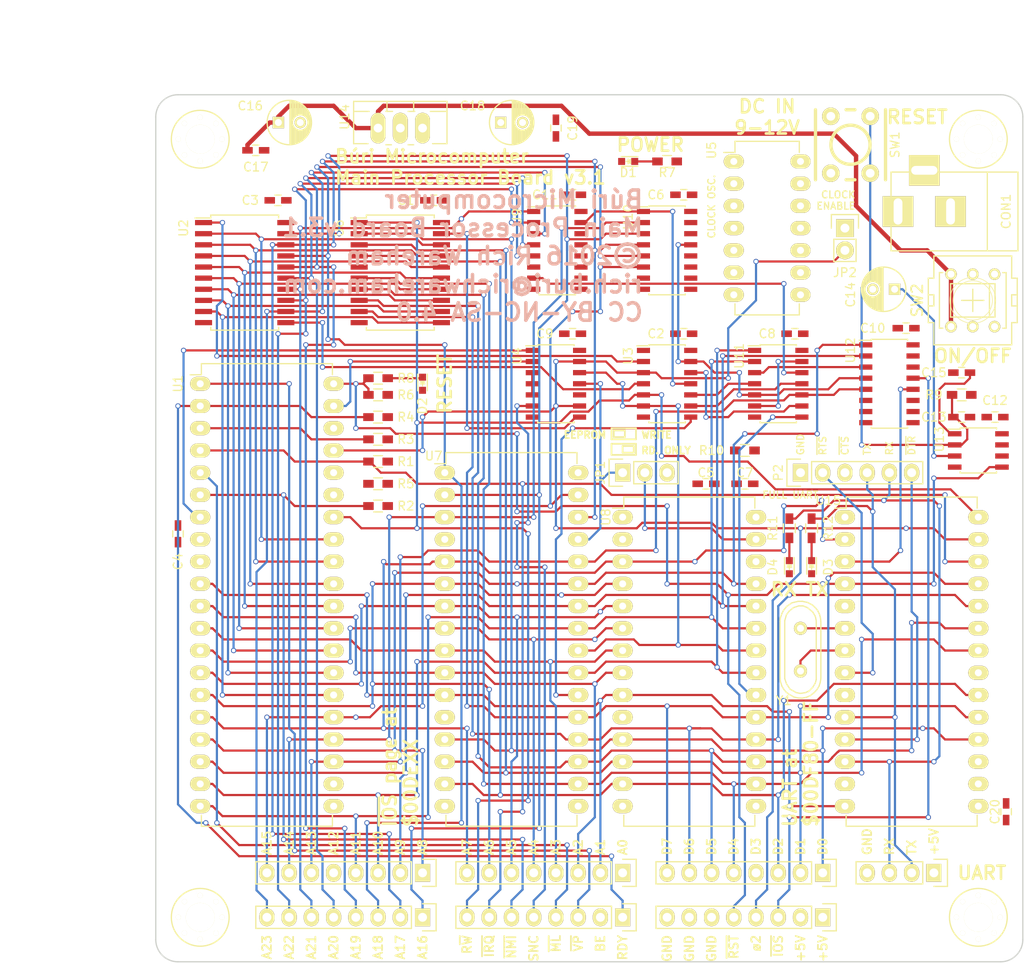
<source format=kicad_pcb>
(kicad_pcb (version 4) (host pcbnew 4.0.2-2.fc24-product)
  (layers (0 F.Cu signal) (31 B.Cu signal) (34 B.Paste user) (35 F.Paste user) (36 B.SilkS user) (37 F.SilkS user) (38 B.Mask user) (39 F.Mask user) (44 Edge.Cuts user))
  (net 0 "")
  (net 1 /~ROMWE)
  (net 2 +5V)
  (net 3 /A3)
  (net 4 /~VP)
  (net 5 /~NMI)
  (net 6 GND)
  (net 7 /RDY)
  (net 8 /BE)
  (net 9 /~ML)
  (net 10 /SYNC)
  (net 11 /~ABORT)
  (net 12 /VPA)
  (net 13 /VDA)
  (net 14 /BA7)
  (net 15 /BA6)
  (net 16 /BA5)
  (net 17 /BA4)
  (net 18 /BA3)
  (net 19 /BA2)
  (net 20 /BA1)
  (net 21 /BA0)
  (net 22 "/Address decode/A16")
  (net 23 "/Address decode/A17")
  (net 24 "/Address decode/A18")
  (net 25 "/Address decode/A22")
  (net 26 "/Address decode/A20")
  (net 27 "/Address decode/A15")
  (net 28 "/Address decode/A19")
  (net 29 "/Address decode/A14")
  (net 30 "/Address decode/A23")
  (net 31 "/Address decode/A21")
  (net 32 "/Address decode/A13")
  (net 33 "/Address decode/~RAMHOLE")
  (net 34 "/Address decode/RAMSEL")
  (net 35 "/Address decode/RAMHOLE")
  (net 36 /~MEMWE)
  (net 37 "/Address decode/LOADDR")
  (net 38 "/Address decode/~LOADDR")
  (net 39 "/Address decode/~LORAM")
  (net 40 "/Address decode/~ROMSEL")
  (net 41 "/Address decode/~HIADDR")
  (net 42 "/Address decode/A8")
  (net 43 "/Address decode/A11")
  (net 44 "/Address decode/A10")
  (net 45 "/Address decode/A12")
  (net 46 "/Address decode/~IO2")
  (net 47 "/Address decode/A9")
  (net 48 "Net-(U2-Pad1)")
  (net 49 "Net-(U2-Pad11)")
  (net 50 "Net-(D1-Pad1)")
  (net 51 "Net-(D2-Pad1)")
  (net 52 "Net-(D3-Pad1)")
  (net 53 "Net-(D4-Pad1)")
  (net 54 "Net-(C15-Pad1)")
  (net 55 "Net-(CON1-Pad1)")
  (net 56 "/Reset & power/~RESET")
  (net 57 "Net-(U4-Pad3)")
  (net 58 "Net-(U4-Pad8)")
  (net 59 "Net-(C16-Pad1)")
  (net 60 "Net-(C13-Pad1)")
  (net 61 "Net-(C14-Pad1)")
  (net 62 /ACIA/TX)
  (net 63 /ACIA/RX)
  (net 64 /ACIA/D0)
  (net 65 /ACIA/D2)
  (net 66 /ACIA/D7)
  (net 67 /ACIA/RS0)
  (net 68 /ACIA/RS1)
  (net 69 /ACIA/D1)
  (net 70 /ACIA/R/~W)
  (net 71 /ACIA/PHI2)
  (net 72 /ACIA/D5)
  (net 73 /ACIA/D3)
  (net 74 /ACIA/D6)
  (net 75 /ACIA/D4)
  (net 76 /A2)
  (net 77 /ACIA/CS0)
  (net 78 /A5)
  (net 79 /A6)
  (net 80 /ACIA/~RTS)
  (net 81 /ACIA/~CTS)
  (net 82 /ACIA/~DTR)
  (net 83 /ACIA/~CS1)
  (net 84 /ACIA/~IRQ)
  (net 85 "Net-(U11-Pad3)")
  (net 86 "Net-(U15-Pad6)")
  (net 87 "Net-(U15-Pad7)")
  (net 88 /A4)
  (net 89 "Net-(JP2-Pad1)")
  (net 90 "Net-(CON1-Pad3)")
  (net 91 "Net-(SW2-Pad3)")
  (net 92 "Net-(SW2-Pad6)")
  (net 93 "Net-(U1-Pad35)")
  (net 94 "Net-(U1-Pad38)")
  (net 95 /~R~/W)
  (net 96 /~RAMSEL)
  (net 97 "Net-(U8-Pad1)")
  (net 98 "Net-(U8-Pad26)")
  (net 99 "Net-(U9-Pad9)")
  (net 100 "Net-(U9-Pad10)")
  (net 101 "Net-(U9-Pad11)")
  (net 102 "Net-(U9-Pad12)")
  (net 103 "Net-(U9-Pad13)")
  (net 104 "Net-(U9-Pad14)")
  (net 105 "Net-(U10-Pad7)")
  (net 106 "Net-(U10-Pad9)")
  (net 107 "Net-(U10-Pad10)")
  (net 108 "Net-(U10-Pad11)")
  (net 109 "Net-(U10-Pad12)")
  (net 110 "Net-(U10-Pad14)")
  (net 111 "Net-(U10-Pad15)")
  (net 112 "Net-(U12-Pad7)")
  (net 113 "Net-(U12-Pad9)")
  (net 114 "Net-(U12-Pad10)")
  (net 115 "Net-(U12-Pad11)")
  (net 116 "/Address decode/~IO1")
  (net 117 "/Address decode/~IO0")
  (net 118 "Net-(U13-Pad6)")
  (net 119 "Net-(U15-Pad5)")
  (module Housings_DIP:DIP-28_W15.24mm_LongPads (layer F.Cu) (at 150.495 100.33)
    (fp_text reference U8 (at -1.905 0 90) (layer F.SilkS))
    (fp_text value AT28C64B)
    (pad 1 thru_hole oval (at 0 0) (size 2.3 1.6) (drill 0.8) (layers *.Cu *.Mask F.SilkS))
    (pad 2 thru_hole oval (at 0 2.54) (size 2.3 1.6) (drill 0.8) (layers *.Cu *.Mask F.SilkS))
    (pad 3 thru_hole oval (at 0 5.08) (size 2.3 1.6) (drill 0.8) (layers *.Cu *.Mask F.SilkS) (net 77 /ACIA/CS0))
    (pad 4 thru_hole oval (at 0 7.62) (size 2.3 1.6) (drill 0.8) (layers *.Cu *.Mask F.SilkS) (net 79 /A6))
    (pad 5 thru_hole oval (at 0 10.16) (size 2.3 1.6) (drill 0.8) (layers *.Cu *.Mask F.SilkS) (net 78 /A5))
    (pad 6 thru_hole oval (at 0 12.7) (size 2.3 1.6) (drill 0.8) (layers *.Cu *.Mask F.SilkS) (net 88 /A4))
    (pad 7 thru_hole oval (at 0 15.24) (size 2.3 1.6) (drill 0.8) (layers *.Cu *.Mask F.SilkS) (net 3 /A3))
    (pad 8 thru_hole oval (at 0 17.78) (size 2.3 1.6) (drill 0.8) (layers *.Cu *.Mask F.SilkS) (net 76 /A2))
    (pad 9 thru_hole oval (at 0 20.32) (size 2.3 1.6) (drill 0.8) (layers *.Cu *.Mask F.SilkS) (net 68 /ACIA/RS1))
    (pad 10 thru_hole oval (at 0 22.86) (size 2.3 1.6) (drill 0.8) (layers *.Cu *.Mask F.SilkS))
    (pad 11 thru_hole oval (at 0 25.4) (size 2.3 1.6) (drill 0.8) (layers *.Cu *.Mask F.SilkS) (net 64 /ACIA/D0))
    (pad 12 thru_hole oval (at 0 27.94) (size 2.3 1.6) (drill 0.8) (layers *.Cu *.Mask F.SilkS) (net 69 /ACIA/D1))
    (pad 13 thru_hole oval (at 0 30.48) (size 2.3 1.6) (drill 0.8) (layers *.Cu *.Mask F.SilkS) (net 65 /ACIA/D2))
    (pad 14 thru_hole oval (at 0 33.02) (size 2.3 1.6) (drill 0.8) (layers *.Cu *.Mask F.SilkS))
    (pad 15 thru_hole oval (at 15.24 33.02) (size 2.3 1.6) (drill 0.8) (layers *.Cu *.Mask F.SilkS))
    (pad 16 thru_hole oval (at 15.24 30.48) (size 2.3 1.6) (drill 0.8) (layers *.Cu *.Mask F.SilkS) (net 75 /ACIA/D4))
    (pad 17 thru_hole oval (at 15.24 27.94) (size 2.3 1.6) (drill 0.8) (layers *.Cu *.Mask F.SilkS) (net 72 /ACIA/D5))
    (pad 18 thru_hole oval (at 15.24 25.4) (size 2.3 1.6) (drill 0.8) (layers *.Cu *.Mask F.SilkS) (net 74 /ACIA/D6))
    (pad 19 thru_hole oval (at 15.24 22.86) (size 2.3 1.6) (drill 0.8) (layers *.Cu *.Mask F.SilkS) (net 66 /ACIA/D7))
    (pad 20 thru_hole oval (at 15.24 20.32) (size 2.3 1.6) (drill 0.8) (layers *.Cu *.Mask F.SilkS) (net 40 "/Address decode/~ROMSEL"))
    (pad 21 thru_hole oval (at 15.24 17.78) (size 2.3 1.6) (drill 0.8) (layers *.Cu *.Mask F.SilkS) (net 44 "/Address decode/A10"))
    (pad 22 thru_hole oval (at 15.24 15.24) (size 2.3 1.6) (drill 0.8) (layers *.Cu *.Mask F.SilkS) (net 95 /~R~/W))
    (pad 23 thru_hole oval (at 15.24 12.7) (size 2.3 1.6) (drill 0.8) (layers *.Cu *.Mask F.SilkS) (net 43 "/Address decode/A11"))
    (pad 24 thru_hole oval (at 15.24 10.16) (size 2.3 1.6) (drill 0.8) (layers *.Cu *.Mask F.SilkS) (net 47 "/Address decode/A9"))
    (pad 25 thru_hole oval (at 15.24 7.62) (size 2.3 1.6) (drill 0.8) (layers *.Cu *.Mask F.SilkS) (net 42 "/Address decode/A8"))
    (pad 26 thru_hole oval (at 15.24 5.08) (size 2.3 1.6) (drill 0.8) (layers *.Cu *.Mask F.SilkS))
    (pad 27 thru_hole oval (at 15.24 2.54) (size 2.3 1.6) (drill 0.8) (layers *.Cu *.Mask F.SilkS) (net 1 /~ROMWE))
    (pad 28 thru_hole oval (at 15.24 0) (size 2.3 1.6) (drill 0.8) (layers *.Cu *.Mask F.SilkS))
  )
  (module Housings_DIP:DIP-32_W15.24mm_LongPads (layer F.Cu) (at 130.175 95.25)
    (fp_text reference U7 (at -1.27 -1.905) (layer F.SilkS))
    (fp_text value AS6C4008)
    (pad 1 thru_hole oval (at 0 0) (size 2.3 1.6) (drill 0.8) (layers *.Cu *.Mask F.SilkS) (net 24 "/Address decode/A18"))
    (pad 2 thru_hole oval (at 0 2.54) (size 2.3 1.6) (drill 0.8) (layers *.Cu *.Mask F.SilkS) (net 22 "/Address decode/A16"))
    (pad 3 thru_hole oval (at 0 5.08) (size 2.3 1.6) (drill 0.8) (layers *.Cu *.Mask F.SilkS) (net 29 "/Address decode/A14"))
    (pad 4 thru_hole oval (at 0 7.62) (size 2.3 1.6) (drill 0.8) (layers *.Cu *.Mask F.SilkS))
    (pad 5 thru_hole oval (at 0 10.16) (size 2.3 1.6) (drill 0.8) (layers *.Cu *.Mask F.SilkS) (net 77 /ACIA/CS0))
    (pad 6 thru_hole oval (at 0 12.7) (size 2.3 1.6) (drill 0.8) (layers *.Cu *.Mask F.SilkS) (net 79 /A6))
    (pad 7 thru_hole oval (at 0 15.24) (size 2.3 1.6) (drill 0.8) (layers *.Cu *.Mask F.SilkS) (net 78 /A5))
    (pad 8 thru_hole oval (at 0 17.78) (size 2.3 1.6) (drill 0.8) (layers *.Cu *.Mask F.SilkS) (net 88 /A4))
    (pad 9 thru_hole oval (at 0 20.32) (size 2.3 1.6) (drill 0.8) (layers *.Cu *.Mask F.SilkS) (net 3 /A3))
    (pad 10 thru_hole oval (at 0 22.86) (size 2.3 1.6) (drill 0.8) (layers *.Cu *.Mask F.SilkS) (net 76 /A2))
    (pad 11 thru_hole oval (at 0 25.4) (size 2.3 1.6) (drill 0.8) (layers *.Cu *.Mask F.SilkS) (net 68 /ACIA/RS1))
    (pad 12 thru_hole oval (at 0 27.94) (size 2.3 1.6) (drill 0.8) (layers *.Cu *.Mask F.SilkS))
    (pad 13 thru_hole oval (at 0 30.48) (size 2.3 1.6) (drill 0.8) (layers *.Cu *.Mask F.SilkS) (net 64 /ACIA/D0))
    (pad 14 thru_hole oval (at 0 33.02) (size 2.3 1.6) (drill 0.8) (layers *.Cu *.Mask F.SilkS) (net 69 /ACIA/D1))
    (pad 15 thru_hole oval (at 0 35.56) (size 2.3 1.6) (drill 0.8) (layers *.Cu *.Mask F.SilkS) (net 65 /ACIA/D2))
    (pad 16 thru_hole oval (at 0 38.1) (size 2.3 1.6) (drill 0.8) (layers *.Cu *.Mask F.SilkS))
    (pad 17 thru_hole oval (at 15.24 38.1) (size 2.3 1.6) (drill 0.8) (layers *.Cu *.Mask F.SilkS))
    (pad 18 thru_hole oval (at 15.24 35.56) (size 2.3 1.6) (drill 0.8) (layers *.Cu *.Mask F.SilkS) (net 75 /ACIA/D4))
    (pad 19 thru_hole oval (at 15.24 33.02) (size 2.3 1.6) (drill 0.8) (layers *.Cu *.Mask F.SilkS) (net 72 /ACIA/D5))
    (pad 20 thru_hole oval (at 15.24 30.48) (size 2.3 1.6) (drill 0.8) (layers *.Cu *.Mask F.SilkS) (net 74 /ACIA/D6))
    (pad 21 thru_hole oval (at 15.24 27.94) (size 2.3 1.6) (drill 0.8) (layers *.Cu *.Mask F.SilkS) (net 66 /ACIA/D7))
    (pad 22 thru_hole oval (at 15.24 25.4) (size 2.3 1.6) (drill 0.8) (layers *.Cu *.Mask F.SilkS) (net 96 /~RAMSEL))
    (pad 23 thru_hole oval (at 15.24 22.86) (size 2.3 1.6) (drill 0.8) (layers *.Cu *.Mask F.SilkS) (net 44 "/Address decode/A10"))
    (pad 24 thru_hole oval (at 15.24 20.32) (size 2.3 1.6) (drill 0.8) (layers *.Cu *.Mask F.SilkS) (net 95 /~R~/W))
    (pad 25 thru_hole oval (at 15.24 17.78) (size 2.3 1.6) (drill 0.8) (layers *.Cu *.Mask F.SilkS) (net 43 "/Address decode/A11"))
    (pad 26 thru_hole oval (at 15.24 15.24) (size 2.3 1.6) (drill 0.8) (layers *.Cu *.Mask F.SilkS) (net 47 "/Address decode/A9"))
    (pad 27 thru_hole oval (at 15.24 12.7) (size 2.3 1.6) (drill 0.8) (layers *.Cu *.Mask F.SilkS) (net 42 "/Address decode/A8"))
    (pad 28 thru_hole oval (at 15.24 10.16) (size 2.3 1.6) (drill 0.8) (layers *.Cu *.Mask F.SilkS) (net 32 "/Address decode/A13"))
    (pad 29 thru_hole oval (at 15.24 7.62) (size 2.3 1.6) (drill 0.8) (layers *.Cu *.Mask F.SilkS) (net 36 /~MEMWE))
    (pad 30 thru_hole oval (at 15.24 5.08) (size 2.3 1.6) (drill 0.8) (layers *.Cu *.Mask F.SilkS) (net 23 "/Address decode/A17"))
    (pad 31 thru_hole oval (at 15.24 2.54) (size 2.3 1.6) (drill 0.8) (layers *.Cu *.Mask F.SilkS) (net 27 "/Address decode/A15"))
    (pad 32 thru_hole oval (at 15.24 0) (size 2.3 1.6) (drill 0.8) (layers *.Cu *.Mask F.SilkS))
  )
  (module Housings_DIP:DIP-40_W15.24mm_LongPads (layer F.Cu) (at 102.235 85.09)
    (fp_text reference U1 (at -2.54 0 90) (layer F.SilkS))
    (fp_text value W65C816)
    (pad 1 thru_hole oval (at 0 0) (size 2.3 1.6) (drill 0.8) (layers *.Cu *.Mask F.SilkS) (net 4 /~VP))
    (pad 2 thru_hole oval (at 0 2.54) (size 2.3 1.6) (drill 0.8) (layers *.Cu *.Mask F.SilkS) (net 7 /RDY))
    (pad 3 thru_hole oval (at 0 5.08) (size 2.3 1.6) (drill 0.8) (layers *.Cu *.Mask F.SilkS) (net 11 /~ABORT))
    (pad 4 thru_hole oval (at 0 7.62) (size 2.3 1.6) (drill 0.8) (layers *.Cu *.Mask F.SilkS) (net 84 /ACIA/~IRQ))
    (pad 5 thru_hole oval (at 0 10.16) (size 2.3 1.6) (drill 0.8) (layers *.Cu *.Mask F.SilkS) (net 9 /~ML))
    (pad 6 thru_hole oval (at 0 12.7) (size 2.3 1.6) (drill 0.8) (layers *.Cu *.Mask F.SilkS) (net 5 /~NMI))
    (pad 7 thru_hole oval (at 0 15.24) (size 2.3 1.6) (drill 0.8) (layers *.Cu *.Mask F.SilkS) (net 12 /VPA))
    (pad 8 thru_hole oval (at 0 17.78) (size 2.3 1.6) (drill 0.8) (layers *.Cu *.Mask F.SilkS))
    (pad 9 thru_hole oval (at 0 20.32) (size 2.3 1.6) (drill 0.8) (layers *.Cu *.Mask F.SilkS))
    (pad 10 thru_hole oval (at 0 22.86) (size 2.3 1.6) (drill 0.8) (layers *.Cu *.Mask F.SilkS) (net 68 /ACIA/RS1))
    (pad 11 thru_hole oval (at 0 25.4) (size 2.3 1.6) (drill 0.8) (layers *.Cu *.Mask F.SilkS) (net 76 /A2))
    (pad 12 thru_hole oval (at 0 27.94) (size 2.3 1.6) (drill 0.8) (layers *.Cu *.Mask F.SilkS) (net 3 /A3))
    (pad 13 thru_hole oval (at 0 30.48) (size 2.3 1.6) (drill 0.8) (layers *.Cu *.Mask F.SilkS) (net 88 /A4))
    (pad 14 thru_hole oval (at 0 33.02) (size 2.3 1.6) (drill 0.8) (layers *.Cu *.Mask F.SilkS) (net 78 /A5))
    (pad 15 thru_hole oval (at 0 35.56) (size 2.3 1.6) (drill 0.8) (layers *.Cu *.Mask F.SilkS) (net 79 /A6))
    (pad 16 thru_hole oval (at 0 38.1) (size 2.3 1.6) (drill 0.8) (layers *.Cu *.Mask F.SilkS) (net 77 /ACIA/CS0))
    (pad 17 thru_hole oval (at 0 40.64) (size 2.3 1.6) (drill 0.8) (layers *.Cu *.Mask F.SilkS) (net 42 "/Address decode/A8"))
    (pad 18 thru_hole oval (at 0 43.18) (size 2.3 1.6) (drill 0.8) (layers *.Cu *.Mask F.SilkS) (net 47 "/Address decode/A9"))
    (pad 19 thru_hole oval (at 0 45.72) (size 2.3 1.6) (drill 0.8) (layers *.Cu *.Mask F.SilkS) (net 44 "/Address decode/A10"))
    (pad 20 thru_hole oval (at 0 48.26) (size 2.3 1.6) (drill 0.8) (layers *.Cu *.Mask F.SilkS) (net 43 "/Address decode/A11"))
    (pad 21 thru_hole oval (at 15.24 48.26) (size 2.3 1.6) (drill 0.8) (layers *.Cu *.Mask F.SilkS))
    (pad 22 thru_hole oval (at 15.24 45.72) (size 2.3 1.6) (drill 0.8) (layers *.Cu *.Mask F.SilkS))
    (pad 23 thru_hole oval (at 15.24 43.18) (size 2.3 1.6) (drill 0.8) (layers *.Cu *.Mask F.SilkS) (net 32 "/Address decode/A13"))
    (pad 24 thru_hole oval (at 15.24 40.64) (size 2.3 1.6) (drill 0.8) (layers *.Cu *.Mask F.SilkS) (net 29 "/Address decode/A14"))
    (pad 25 thru_hole oval (at 15.24 38.1) (size 2.3 1.6) (drill 0.8) (layers *.Cu *.Mask F.SilkS) (net 27 "/Address decode/A15"))
    (pad 26 thru_hole oval (at 15.24 35.56) (size 2.3 1.6) (drill 0.8) (layers *.Cu *.Mask F.SilkS) (net 14 /BA7))
    (pad 27 thru_hole oval (at 15.24 33.02) (size 2.3 1.6) (drill 0.8) (layers *.Cu *.Mask F.SilkS) (net 15 /BA6))
    (pad 28 thru_hole oval (at 15.24 30.48) (size 2.3 1.6) (drill 0.8) (layers *.Cu *.Mask F.SilkS) (net 16 /BA5))
    (pad 29 thru_hole oval (at 15.24 27.94) (size 2.3 1.6) (drill 0.8) (layers *.Cu *.Mask F.SilkS) (net 17 /BA4))
    (pad 30 thru_hole oval (at 15.24 25.4) (size 2.3 1.6) (drill 0.8) (layers *.Cu *.Mask F.SilkS) (net 18 /BA3))
    (pad 31 thru_hole oval (at 15.24 22.86) (size 2.3 1.6) (drill 0.8) (layers *.Cu *.Mask F.SilkS) (net 19 /BA2))
    (pad 32 thru_hole oval (at 15.24 20.32) (size 2.3 1.6) (drill 0.8) (layers *.Cu *.Mask F.SilkS) (net 20 /BA1))
    (pad 33 thru_hole oval (at 15.24 17.78) (size 2.3 1.6) (drill 0.8) (layers *.Cu *.Mask F.SilkS) (net 21 /BA0))
    (pad 34 thru_hole oval (at 15.24 15.24) (size 2.3 1.6) (drill 0.8) (layers *.Cu *.Mask F.SilkS) (net 70 /ACIA/R/~W))
    (pad 35 thru_hole oval (at 15.24 12.7) (size 2.3 1.6) (drill 0.8) (layers *.Cu *.Mask F.SilkS))
    (pad 36 thru_hole oval (at 15.24 10.16) (size 2.3 1.6) (drill 0.8) (layers *.Cu *.Mask F.SilkS))
    (pad 37 thru_hole oval (at 15.24 7.62) (size 2.3 1.6) (drill 0.8) (layers *.Cu *.Mask F.SilkS) (net 71 /ACIA/PHI2))
    (pad 38 thru_hole oval (at 15.24 5.08) (size 2.3 1.6) (drill 0.8) (layers *.Cu *.Mask F.SilkS))
    (pad 39 thru_hole oval (at 15.24 2.54) (size 2.3 1.6) (drill 0.8) (layers *.Cu *.Mask F.SilkS) (net 13 /VDA))
    (pad 40 thru_hole oval (at 15.24 0) (size 2.3 1.6) (drill 0.8) (layers *.Cu *.Mask F.SilkS) (net 56 "/Reset & power/~RESET"))
  )
  (module Pin_Headers:Pin_Header_Straight_1x03 (layer F.Cu) (at 150.495 95.25 90)
    (fp_text reference JP1 (at 0 -2.54 270) (layer F.SilkS))
    (fp_text value ROMWRITE)
    (pad 1 thru_hole rect (at 0 0 90) (size 2.032 1.7272) (drill 1.016) (layers *.Cu *.Mask F.SilkS) (net 36 /~MEMWE))
    (pad 2 thru_hole oval (at 0 2.54 90) (size 2.032 1.7272) (drill 1.016) (layers *.Cu *.Mask F.SilkS) (net 1 /~ROMWE))
    (pad 3 thru_hole oval (at 0 5.08 90) (size 2.032 1.7272) (drill 1.016) (layers *.Cu *.Mask F.SilkS))
  )
  (module Housings_SOIC:SOIC-14_3.9x8.7mm_Pitch1.27mm (layer F.Cu) (at 142.875 85.09)
    (fp_text reference U4 (at -4.445 -3.175 90) (layer F.SilkS))
    (fp_text value 74HC00)
    (pad 1 smd rect (at -2.7 -3.81) (size 1.5 0.6) (layers F.Cu F.Paste F.Mask) (net 12 /VPA))
    (pad 2 smd rect (at -2.7 -2.54) (size 1.5 0.6) (layers F.Cu F.Paste F.Mask) (net 13 /VDA))
    (pad 3 smd rect (at -2.7 -1.27) (size 1.5 0.6) (layers F.Cu F.Paste F.Mask) (net 57 "Net-(U4-Pad3)"))
    (pad 4 smd rect (at -2.7 0) (size 1.5 0.6) (layers F.Cu F.Paste F.Mask) (net 57 "Net-(U4-Pad3)"))
    (pad 5 smd rect (at -2.7 1.27) (size 1.5 0.6) (layers F.Cu F.Paste F.Mask) (net 57 "Net-(U4-Pad3)"))
    (pad 6 smd rect (at -2.7 2.54) (size 1.5 0.6) (layers F.Cu F.Paste F.Mask) (net 10 /SYNC))
    (pad 7 smd rect (at -2.7 3.81) (size 1.5 0.6) (layers F.Cu F.Paste F.Mask))
    (pad 8 smd rect (at 2.7 3.81) (size 1.5 0.6) (layers F.Cu F.Paste F.Mask) (net 58 "Net-(U4-Pad8)"))
    (pad 9 smd rect (at 2.7 2.54) (size 1.5 0.6) (layers F.Cu F.Paste F.Mask) (net 71 /ACIA/PHI2))
    (pad 10 smd rect (at 2.7 1.27) (size 1.5 0.6) (layers F.Cu F.Paste F.Mask))
    (pad 11 smd rect (at 2.7 0) (size 1.5 0.6) (layers F.Cu F.Paste F.Mask) (net 36 /~MEMWE))
    (pad 12 smd rect (at 2.7 -1.27) (size 1.5 0.6) (layers F.Cu F.Paste F.Mask) (net 95 /~R~/W))
    (pad 13 smd rect (at 2.7 -2.54) (size 1.5 0.6) (layers F.Cu F.Paste F.Mask) (net 71 /ACIA/PHI2))
    (pad 14 smd rect (at 2.7 -3.81) (size 1.5 0.6) (layers F.Cu F.Paste F.Mask))
  )
  (module Housings_SOIC:SOIC-20_7.5x12.8mm_Pitch1.27mm (layer F.Cu) (at 125.095 72.39)
    (fp_text reference U6 (at -6.985 -5.08 90) (layer F.SilkS))
    (fp_text value 74HC245)
    (pad 1 smd rect (at -4.7 -5.715) (size 1.95 0.6) (layers F.Cu F.Paste F.Mask) (net 70 /ACIA/R/~W))
    (pad 2 smd rect (at -4.7 -4.445) (size 1.95 0.6) (layers F.Cu F.Paste F.Mask) (net 64 /ACIA/D0))
    (pad 3 smd rect (at -4.7 -3.175) (size 1.95 0.6) (layers F.Cu F.Paste F.Mask) (net 69 /ACIA/D1))
    (pad 4 smd rect (at -4.7 -1.905) (size 1.95 0.6) (layers F.Cu F.Paste F.Mask) (net 65 /ACIA/D2))
    (pad 5 smd rect (at -4.7 -0.635) (size 1.95 0.6) (layers F.Cu F.Paste F.Mask))
    (pad 6 smd rect (at -4.7 0.635) (size 1.95 0.6) (layers F.Cu F.Paste F.Mask) (net 75 /ACIA/D4))
    (pad 7 smd rect (at -4.7 1.905) (size 1.95 0.6) (layers F.Cu F.Paste F.Mask) (net 72 /ACIA/D5))
    (pad 8 smd rect (at -4.7 3.175) (size 1.95 0.6) (layers F.Cu F.Paste F.Mask) (net 74 /ACIA/D6))
    (pad 9 smd rect (at -4.7 4.445) (size 1.95 0.6) (layers F.Cu F.Paste F.Mask) (net 66 /ACIA/D7))
    (pad 10 smd rect (at -4.7 5.715) (size 1.95 0.6) (layers F.Cu F.Paste F.Mask))
    (pad 11 smd rect (at 4.7 5.715) (size 1.95 0.6) (layers F.Cu F.Paste F.Mask) (net 14 /BA7))
    (pad 12 smd rect (at 4.7 4.445) (size 1.95 0.6) (layers F.Cu F.Paste F.Mask) (net 15 /BA6))
    (pad 13 smd rect (at 4.7 3.175) (size 1.95 0.6) (layers F.Cu F.Paste F.Mask) (net 16 /BA5))
    (pad 14 smd rect (at 4.7 1.905) (size 1.95 0.6) (layers F.Cu F.Paste F.Mask) (net 17 /BA4))
    (pad 15 smd rect (at 4.7 0.635) (size 1.95 0.6) (layers F.Cu F.Paste F.Mask) (net 18 /BA3))
    (pad 16 smd rect (at 4.7 -0.635) (size 1.95 0.6) (layers F.Cu F.Paste F.Mask) (net 19 /BA2))
    (pad 17 smd rect (at 4.7 -1.905) (size 1.95 0.6) (layers F.Cu F.Paste F.Mask) (net 20 /BA1))
    (pad 18 smd rect (at 4.7 -3.175) (size 1.95 0.6) (layers F.Cu F.Paste F.Mask) (net 21 /BA0))
    (pad 19 smd rect (at 4.7 -4.445) (size 1.95 0.6) (layers F.Cu F.Paste F.Mask) (net 58 "Net-(U4-Pad8)"))
    (pad 20 smd rect (at 4.7 -5.715) (size 1.95 0.6) (layers F.Cu F.Paste F.Mask))
  )
  (module Housings_SOIC:SOIC-16_3.9x9.9mm_Pitch1.27mm (layer F.Cu) (at 143.035 69.85)
    (fp_text reference U9 (at -4.605 -3.81 270) (layer F.SilkS))
    (fp_text value 74HC138)
    (pad 1 smd rect (at -2.7 -4.445) (size 1.5 0.6) (layers F.Cu F.Paste F.Mask) (net 31 "/Address decode/A21"))
    (pad 2 smd rect (at -2.7 -3.175) (size 1.5 0.6) (layers F.Cu F.Paste F.Mask) (net 25 "/Address decode/A22"))
    (pad 3 smd rect (at -2.7 -1.905) (size 1.5 0.6) (layers F.Cu F.Paste F.Mask) (net 30 "/Address decode/A23"))
    (pad 4 smd rect (at -2.7 -0.635) (size 1.5 0.6) (layers F.Cu F.Paste F.Mask) (net 28 "/Address decode/A19"))
    (pad 5 smd rect (at -2.7 0.635) (size 1.5 0.6) (layers F.Cu F.Paste F.Mask) (net 26 "/Address decode/A20"))
    (pad 6 smd rect (at -2.7 1.905) (size 1.5 0.6) (layers F.Cu F.Paste F.Mask))
    (pad 7 smd rect (at -2.7 3.175) (size 1.5 0.6) (layers F.Cu F.Paste F.Mask) (net 41 "/Address decode/~HIADDR"))
    (pad 8 smd rect (at -2.7 4.445) (size 1.5 0.6) (layers F.Cu F.Paste F.Mask))
    (pad 9 smd rect (at 2.7 4.445) (size 1.5 0.6) (layers F.Cu F.Paste F.Mask))
    (pad 10 smd rect (at 2.7 3.175) (size 1.5 0.6) (layers F.Cu F.Paste F.Mask))
    (pad 11 smd rect (at 2.7 1.905) (size 1.5 0.6) (layers F.Cu F.Paste F.Mask))
    (pad 12 smd rect (at 2.7 0.635) (size 1.5 0.6) (layers F.Cu F.Paste F.Mask))
    (pad 13 smd rect (at 2.7 -0.635) (size 1.5 0.6) (layers F.Cu F.Paste F.Mask))
    (pad 14 smd rect (at 2.7 -1.905) (size 1.5 0.6) (layers F.Cu F.Paste F.Mask))
    (pad 15 smd rect (at 2.7 -3.175) (size 1.5 0.6) (layers F.Cu F.Paste F.Mask) (net 38 "/Address decode/~LOADDR"))
    (pad 16 smd rect (at 2.7 -4.445) (size 1.5 0.6) (layers F.Cu F.Paste F.Mask))
  )
  (module Housings_SOIC:SOIC-16_3.9x9.9mm_Pitch1.27mm (layer F.Cu) (at 155.575 69.85)
    (fp_text reference U10 (at -4.445 -3.81 270) (layer F.SilkS))
    (fp_text value 74HC138)
    (pad 1 smd rect (at -2.7 -4.445) (size 1.5 0.6) (layers F.Cu F.Paste F.Mask) (net 38 "/Address decode/~LOADDR"))
    (pad 2 smd rect (at -2.7 -3.175) (size 1.5 0.6) (layers F.Cu F.Paste F.Mask) (net 29 "/Address decode/A14"))
    (pad 3 smd rect (at -2.7 -1.905) (size 1.5 0.6) (layers F.Cu F.Paste F.Mask) (net 22 "/Address decode/A16"))
    (pad 4 smd rect (at -2.7 -0.635) (size 1.5 0.6) (layers F.Cu F.Paste F.Mask) (net 23 "/Address decode/A17"))
    (pad 5 smd rect (at -2.7 0.635) (size 1.5 0.6) (layers F.Cu F.Paste F.Mask) (net 24 "/Address decode/A18"))
    (pad 6 smd rect (at -2.7 1.905) (size 1.5 0.6) (layers F.Cu F.Paste F.Mask) (net 27 "/Address decode/A15"))
    (pad 7 smd rect (at -2.7 3.175) (size 1.5 0.6) (layers F.Cu F.Paste F.Mask))
    (pad 8 smd rect (at -2.7 4.445) (size 1.5 0.6) (layers F.Cu F.Paste F.Mask))
    (pad 9 smd rect (at 2.7 4.445) (size 1.5 0.6) (layers F.Cu F.Paste F.Mask))
    (pad 10 smd rect (at 2.7 3.175) (size 1.5 0.6) (layers F.Cu F.Paste F.Mask))
    (pad 11 smd rect (at 2.7 1.905) (size 1.5 0.6) (layers F.Cu F.Paste F.Mask))
    (pad 12 smd rect (at 2.7 0.635) (size 1.5 0.6) (layers F.Cu F.Paste F.Mask))
    (pad 13 smd rect (at 2.7 -0.635) (size 1.5 0.6) (layers F.Cu F.Paste F.Mask) (net 33 "/Address decode/~RAMHOLE"))
    (pad 14 smd rect (at 2.7 -1.905) (size 1.5 0.6) (layers F.Cu F.Paste F.Mask))
    (pad 15 smd rect (at 2.7 -3.175) (size 1.5 0.6) (layers F.Cu F.Paste F.Mask))
    (pad 16 smd rect (at 2.7 -4.445) (size 1.5 0.6) (layers F.Cu F.Paste F.Mask))
  )
  (module Resistors_SMD:R_0603_HandSoldering (layer F.Cu) (at 122.555 93.98 180)
    (fp_text reference R1 (at -3.175 0 180) (layer F.SilkS))
    (fp_text value 330)
    (pad 1 smd rect (at -1.1 0 180) (size 1.2 0.9) (layers F.Cu F.Paste F.Mask))
    (pad 2 smd rect (at 1.1 0 180) (size 1.2 0.9) (layers F.Cu F.Paste F.Mask) (net 84 /ACIA/~IRQ))
  )
  (module Resistors_SMD:R_0603_HandSoldering (layer F.Cu) (at 122.555 99.06 180)
    (fp_text reference R2 (at -3.175 0 180) (layer F.SilkS))
    (fp_text value 330)
    (pad 1 smd rect (at -1.1 0 180) (size 1.2 0.9) (layers F.Cu F.Paste F.Mask))
    (pad 2 smd rect (at 1.1 0 180) (size 1.2 0.9) (layers F.Cu F.Paste F.Mask) (net 5 /~NMI))
  )
  (module Resistors_SMD:R_0603_HandSoldering (layer F.Cu) (at 122.555 91.44 180)
    (fp_text reference R3 (at -3.175 0 180) (layer F.SilkS))
    (fp_text value 330)
    (pad 1 smd rect (at -1.1 0 180) (size 1.2 0.9) (layers F.Cu F.Paste F.Mask))
    (pad 2 smd rect (at 1.1 0 180) (size 1.2 0.9) (layers F.Cu F.Paste F.Mask) (net 11 /~ABORT))
  )
  (module Resistors_SMD:R_0603_HandSoldering (layer F.Cu) (at 122.555 88.9 180)
    (fp_text reference R4 (at -3.175 0 180) (layer F.SilkS))
    (fp_text value 330)
    (pad 1 smd rect (at -1.1 0 180) (size 1.2 0.9) (layers F.Cu F.Paste F.Mask))
    (pad 2 smd rect (at 1.1 0 180) (size 1.2 0.9) (layers F.Cu F.Paste F.Mask) (net 7 /RDY))
  )
  (module Resistors_SMD:R_0603_HandSoldering (layer F.Cu) (at 122.555 96.52 180)
    (fp_text reference R5 (at -3.175 0 180) (layer F.SilkS))
    (fp_text value 330)
    (pad 1 smd rect (at -1.1 0 180) (size 1.2 0.9) (layers F.Cu F.Paste F.Mask))
    (pad 2 smd rect (at 1.1 0 180) (size 1.2 0.9) (layers F.Cu F.Paste F.Mask))
  )
  (module Capacitors_SMD:C_0603_HandSoldering (layer F.Cu) (at 128.905 64.135 180)
    (fp_text reference C1 (at 3.175 0 180) (layer F.SilkS))
    (fp_text value 100n)
    (pad 1 smd rect (at -0.95 0 180) (size 1.2 0.75) (layers F.Cu F.Paste F.Mask))
    (pad 2 smd rect (at 0.95 0 180) (size 1.2 0.75) (layers F.Cu F.Paste F.Mask))
  )
  (module Capacitors_SMD:C_0603_HandSoldering (layer F.Cu) (at 111.125 64.135 180)
    (fp_text reference C3 (at 3.175 0 180) (layer F.SilkS))
    (fp_text value 100n)
    (pad 1 smd rect (at -0.95 0 180) (size 1.2 0.75) (layers F.Cu F.Paste F.Mask))
    (pad 2 smd rect (at 0.95 0 180) (size 1.2 0.75) (layers F.Cu F.Paste F.Mask))
  )
  (module Capacitors_SMD:C_0603_HandSoldering (layer F.Cu) (at 99.695 102.235 90)
    (fp_text reference C4 (at -3.175 0 90) (layer F.SilkS))
    (fp_text value 100n)
    (pad 1 smd rect (at -0.95 0 90) (size 1.2 0.75) (layers F.Cu F.Paste F.Mask))
    (pad 2 smd rect (at 0.95 0 90) (size 1.2 0.75) (layers F.Cu F.Paste F.Mask))
  )
  (module Capacitors_SMD:C_0603_HandSoldering (layer F.Cu) (at 160.02 96.52)
    (fp_text reference C5 (at 0 -1.27) (layer F.SilkS))
    (fp_text value 100n)
    (pad 1 smd rect (at -0.95 0) (size 1.2 0.75) (layers F.Cu F.Paste F.Mask))
    (pad 2 smd rect (at 0.95 0) (size 1.2 0.75) (layers F.Cu F.Paste F.Mask))
  )
  (module Capacitors_SMD:C_0603_HandSoldering (layer F.Cu) (at 157.48 63.5 180)
    (fp_text reference C6 (at 3.175 0 180) (layer F.SilkS))
    (fp_text value 100n)
    (pad 1 smd rect (at -0.95 0 180) (size 1.2 0.75) (layers F.Cu F.Paste F.Mask))
    (pad 2 smd rect (at 0.95 0 180) (size 1.2 0.75) (layers F.Cu F.Paste F.Mask))
  )
  (module Capacitors_SMD:C_0603_HandSoldering (layer F.Cu) (at 164.465 96.52 180)
    (fp_text reference C7 (at 0 1.27 360) (layer F.SilkS))
    (fp_text value 100n)
    (pad 1 smd rect (at -0.95 0 180) (size 1.2 0.75) (layers F.Cu F.Paste F.Mask))
    (pad 2 smd rect (at 0.95 0 180) (size 1.2 0.75) (layers F.Cu F.Paste F.Mask))
  )
  (module Housings_SOIC:SOIC-20_7.5x12.8mm_Pitch1.27mm (layer F.Cu) (at 107.315 72.39)
    (fp_text reference U2 (at -6.985 -5.08 90) (layer F.SilkS))
    (fp_text value 74HC573)
    (pad 1 smd rect (at -4.7 -5.715) (size 1.95 0.6) (layers F.Cu F.Paste F.Mask) (net 48 "Net-(U2-Pad1)"))
    (pad 2 smd rect (at -4.7 -4.445) (size 1.95 0.6) (layers F.Cu F.Paste F.Mask) (net 21 /BA0))
    (pad 3 smd rect (at -4.7 -3.175) (size 1.95 0.6) (layers F.Cu F.Paste F.Mask) (net 20 /BA1))
    (pad 4 smd rect (at -4.7 -1.905) (size 1.95 0.6) (layers F.Cu F.Paste F.Mask) (net 19 /BA2))
    (pad 5 smd rect (at -4.7 -0.635) (size 1.95 0.6) (layers F.Cu F.Paste F.Mask) (net 18 /BA3))
    (pad 6 smd rect (at -4.7 0.635) (size 1.95 0.6) (layers F.Cu F.Paste F.Mask) (net 17 /BA4))
    (pad 7 smd rect (at -4.7 1.905) (size 1.95 0.6) (layers F.Cu F.Paste F.Mask) (net 16 /BA5))
    (pad 8 smd rect (at -4.7 3.175) (size 1.95 0.6) (layers F.Cu F.Paste F.Mask) (net 15 /BA6))
    (pad 9 smd rect (at -4.7 4.445) (size 1.95 0.6) (layers F.Cu F.Paste F.Mask) (net 14 /BA7))
    (pad 10 smd rect (at -4.7 5.715) (size 1.95 0.6) (layers F.Cu F.Paste F.Mask))
    (pad 11 smd rect (at 4.7 5.715) (size 1.95 0.6) (layers F.Cu F.Paste F.Mask) (net 49 "Net-(U2-Pad11)"))
    (pad 12 smd rect (at 4.7 4.445) (size 1.95 0.6) (layers F.Cu F.Paste F.Mask) (net 30 "/Address decode/A23"))
    (pad 13 smd rect (at 4.7 3.175) (size 1.95 0.6) (layers F.Cu F.Paste F.Mask) (net 25 "/Address decode/A22"))
    (pad 14 smd rect (at 4.7 1.905) (size 1.95 0.6) (layers F.Cu F.Paste F.Mask) (net 31 "/Address decode/A21"))
    (pad 15 smd rect (at 4.7 0.635) (size 1.95 0.6) (layers F.Cu F.Paste F.Mask) (net 26 "/Address decode/A20"))
    (pad 16 smd rect (at 4.7 -0.635) (size 1.95 0.6) (layers F.Cu F.Paste F.Mask) (net 28 "/Address decode/A19"))
    (pad 17 smd rect (at 4.7 -1.905) (size 1.95 0.6) (layers F.Cu F.Paste F.Mask) (net 24 "/Address decode/A18"))
    (pad 18 smd rect (at 4.7 -3.175) (size 1.95 0.6) (layers F.Cu F.Paste F.Mask) (net 23 "/Address decode/A17"))
    (pad 19 smd rect (at 4.7 -4.445) (size 1.95 0.6) (layers F.Cu F.Paste F.Mask) (net 22 "/Address decode/A16"))
    (pad 20 smd rect (at 4.7 -5.715) (size 1.95 0.6) (layers F.Cu F.Paste F.Mask))
  )
  (module Housings_SOIC:SOIC-14_3.9x8.7mm_Pitch1.27mm (layer F.Cu) (at 168.275 85.09)
    (fp_text reference U11 (at -4.445 -3.175 270) (layer F.SilkS))
    (fp_text value 74HC00)
    (pad 1 smd rect (at -2.7 -3.81) (size 1.5 0.6) (layers F.Cu F.Paste F.Mask) (net 44 "/Address decode/A10"))
    (pad 2 smd rect (at -2.7 -2.54) (size 1.5 0.6) (layers F.Cu F.Paste F.Mask) (net 43 "/Address decode/A11"))
    (pad 3 smd rect (at -2.7 -1.27) (size 1.5 0.6) (layers F.Cu F.Paste F.Mask) (net 85 "Net-(U11-Pad3)"))
    (pad 4 smd rect (at -2.7 0) (size 1.5 0.6) (layers F.Cu F.Paste F.Mask) (net 37 "/Address decode/LOADDR"))
    (pad 5 smd rect (at -2.7 1.27) (size 1.5 0.6) (layers F.Cu F.Paste F.Mask) (net 33 "/Address decode/~RAMHOLE"))
    (pad 6 smd rect (at -2.7 2.54) (size 1.5 0.6) (layers F.Cu F.Paste F.Mask) (net 39 "/Address decode/~LORAM"))
    (pad 7 smd rect (at -2.7 3.81) (size 1.5 0.6) (layers F.Cu F.Paste F.Mask))
    (pad 8 smd rect (at 2.7 3.81) (size 1.5 0.6) (layers F.Cu F.Paste F.Mask) (net 40 "/Address decode/~ROMSEL"))
    (pad 9 smd rect (at 2.7 2.54) (size 1.5 0.6) (layers F.Cu F.Paste F.Mask) (net 35 "/Address decode/RAMHOLE"))
    (pad 10 smd rect (at 2.7 1.27) (size 1.5 0.6) (layers F.Cu F.Paste F.Mask) (net 32 "/Address decode/A13"))
    (pad 11 smd rect (at 2.7 0) (size 1.5 0.6) (layers F.Cu F.Paste F.Mask) (net 34 "/Address decode/RAMSEL"))
    (pad 12 smd rect (at 2.7 -1.27) (size 1.5 0.6) (layers F.Cu F.Paste F.Mask) (net 41 "/Address decode/~HIADDR"))
    (pad 13 smd rect (at 2.7 -2.54) (size 1.5 0.6) (layers F.Cu F.Paste F.Mask) (net 39 "/Address decode/~LORAM"))
    (pad 14 smd rect (at 2.7 -3.81) (size 1.5 0.6) (layers F.Cu F.Paste F.Mask))
  )
  (module Housings_SOIC:SOIC-16_3.9x9.9mm_Pitch1.27mm (layer F.Cu) (at 180.975 85.09)
    (fp_text reference U12 (at -4.445 -3.81 90) (layer F.SilkS))
    (fp_text value 74HC138)
    (pad 1 smd rect (at -2.7 -4.445) (size 1.5 0.6) (layers F.Cu F.Paste F.Mask) (net 42 "/Address decode/A8"))
    (pad 2 smd rect (at -2.7 -3.175) (size 1.5 0.6) (layers F.Cu F.Paste F.Mask) (net 47 "/Address decode/A9"))
    (pad 3 smd rect (at -2.7 -1.905) (size 1.5 0.6) (layers F.Cu F.Paste F.Mask) (net 85 "Net-(U11-Pad3)"))
    (pad 4 smd rect (at -2.7 -0.635) (size 1.5 0.6) (layers F.Cu F.Paste F.Mask) (net 33 "/Address decode/~RAMHOLE"))
    (pad 5 smd rect (at -2.7 0.635) (size 1.5 0.6) (layers F.Cu F.Paste F.Mask) (net 32 "/Address decode/A13"))
    (pad 6 smd rect (at -2.7 1.905) (size 1.5 0.6) (layers F.Cu F.Paste F.Mask))
    (pad 7 smd rect (at -2.7 3.175) (size 1.5 0.6) (layers F.Cu F.Paste F.Mask))
    (pad 8 smd rect (at -2.7 4.445) (size 1.5 0.6) (layers F.Cu F.Paste F.Mask))
    (pad 9 smd rect (at 2.7 4.445) (size 1.5 0.6) (layers F.Cu F.Paste F.Mask))
    (pad 10 smd rect (at 2.7 3.175) (size 1.5 0.6) (layers F.Cu F.Paste F.Mask))
    (pad 11 smd rect (at 2.7 1.905) (size 1.5 0.6) (layers F.Cu F.Paste F.Mask))
    (pad 12 smd rect (at 2.7 0.635) (size 1.5 0.6) (layers F.Cu F.Paste F.Mask) (net 83 /ACIA/~CS1))
    (pad 13 smd rect (at 2.7 -0.635) (size 1.5 0.6) (layers F.Cu F.Paste F.Mask) (net 46 "/Address decode/~IO2"))
    (pad 14 smd rect (at 2.7 -1.905) (size 1.5 0.6) (layers F.Cu F.Paste F.Mask))
    (pad 15 smd rect (at 2.7 -3.175) (size 1.5 0.6) (layers F.Cu F.Paste F.Mask))
    (pad 16 smd rect (at 2.7 -4.445) (size 1.5 0.6) (layers F.Cu F.Paste F.Mask))
  )
  (module Resistors_SMD:R_0603_HandSoldering (layer F.Cu) (at 122.555 86.36 180)
    (fp_text reference R6 (at -3.175 0 180) (layer F.SilkS))
    (fp_text value 330)
    (pad 1 smd rect (at -1.1 0 180) (size 1.2 0.9) (layers F.Cu F.Paste F.Mask))
    (pad 2 smd rect (at 1.1 0 180) (size 1.2 0.9) (layers F.Cu F.Paste F.Mask) (net 56 "/Reset & power/~RESET"))
  )
  (module buri3:M3_MOUNT (layer F.Cu) (at 102.235 146.05)
    (fp_text reference W1 hide)
    (fp_text value MOUNTING hide)
    (pad "" np_thru_hole circle (at 0 0) (size 3.3 3.3) (drill 3.3) (layers *.Cu *.Mask F.Paste F.SilkS) (clearance 1.65))
    (pad "" np_thru_hole circle (at 0 -2.5) (size 0.6 0.6) (drill 0.6) (layers *.Cu *.Mask F.SilkS))
    (pad "" np_thru_hole circle (at 2.5 0) (size 0.6 0.6) (drill 0.6) (layers *.Cu *.Mask F.SilkS))
    (pad "" np_thru_hole circle (at 0 2.5) (size 0.6 0.6) (drill 0.6) (layers *.Cu *.Mask F.SilkS))
    (pad "" np_thru_hole circle (at -2.5 0) (size 0.6 0.6) (drill 0.6) (layers *.Cu *.Mask F.SilkS))
    (pad "" np_thru_hole circle (at -1.8 -1.8) (size 0.6 0.6) (drill 0.6) (layers *.Cu *.Mask F.SilkS))
    (pad "" np_thru_hole circle (at 1.8 -1.8) (size 0.6 0.6) (drill 0.6) (layers *.Cu *.Mask F.SilkS))
    (pad "" np_thru_hole circle (at -1.8 1.8) (size 0.6 0.6) (drill 0.6) (layers *.Cu *.Mask F.SilkS))
    (pad "" np_thru_hole circle (at 1.8 1.8) (size 0.6 0.6) (drill 0.6) (layers *.Cu *.Mask F.SilkS))
  )
  (module buri3:M3_MOUNT (layer F.Cu) (at 191.135 146.05)
    (fp_text reference W2 hide)
    (fp_text value MOUNTING hide)
    (pad "" np_thru_hole circle (at 0 0) (size 3.3 3.3) (drill 3.3) (layers *.Cu *.Mask F.Paste F.SilkS) (clearance 1.65))
    (pad "" np_thru_hole circle (at 0 -2.5) (size 0.6 0.6) (drill 0.6) (layers *.Cu *.Mask F.SilkS))
    (pad "" np_thru_hole circle (at 2.5 0) (size 0.6 0.6) (drill 0.6) (layers *.Cu *.Mask F.SilkS))
    (pad "" np_thru_hole circle (at 0 2.5) (size 0.6 0.6) (drill 0.6) (layers *.Cu *.Mask F.SilkS))
    (pad "" np_thru_hole circle (at -2.5 0) (size 0.6 0.6) (drill 0.6) (layers *.Cu *.Mask F.SilkS))
    (pad "" np_thru_hole circle (at -1.8 -1.8) (size 0.6 0.6) (drill 0.6) (layers *.Cu *.Mask F.SilkS))
    (pad "" np_thru_hole circle (at 1.8 -1.8) (size 0.6 0.6) (drill 0.6) (layers *.Cu *.Mask F.SilkS))
    (pad "" np_thru_hole circle (at -1.8 1.8) (size 0.6 0.6) (drill 0.6) (layers *.Cu *.Mask F.SilkS))
    (pad "" np_thru_hole circle (at 1.8 1.8) (size 0.6 0.6) (drill 0.6) (layers *.Cu *.Mask F.SilkS))
  )
  (module buri3:M3_MOUNT (layer F.Cu) (at 191.135 57.15)
    (fp_text reference W3 hide)
    (fp_text value MOUNTING hide)
    (pad "" np_thru_hole circle (at 0 0) (size 3.3 3.3) (drill 3.3) (layers *.Cu *.Mask F.Paste F.SilkS) (clearance 1.65))
    (pad "" np_thru_hole circle (at 0 -2.5) (size 0.6 0.6) (drill 0.6) (layers *.Cu *.Mask F.SilkS))
    (pad "" np_thru_hole circle (at 2.5 0) (size 0.6 0.6) (drill 0.6) (layers *.Cu *.Mask F.SilkS))
    (pad "" np_thru_hole circle (at 0 2.5) (size 0.6 0.6) (drill 0.6) (layers *.Cu *.Mask F.SilkS))
    (pad "" np_thru_hole circle (at -2.5 0) (size 0.6 0.6) (drill 0.6) (layers *.Cu *.Mask F.SilkS))
    (pad "" np_thru_hole circle (at -1.8 -1.8) (size 0.6 0.6) (drill 0.6) (layers *.Cu *.Mask F.SilkS))
    (pad "" np_thru_hole circle (at 1.8 -1.8) (size 0.6 0.6) (drill 0.6) (layers *.Cu *.Mask F.SilkS))
    (pad "" np_thru_hole circle (at -1.8 1.8) (size 0.6 0.6) (drill 0.6) (layers *.Cu *.Mask F.SilkS))
    (pad "" np_thru_hole circle (at 1.8 1.8) (size 0.6 0.6) (drill 0.6) (layers *.Cu *.Mask F.SilkS))
  )
  (module buri3:M3_MOUNT (layer F.Cu) (at 102.235 57.15)
    (fp_text reference W4 hide)
    (fp_text value MOUNTING hide)
    (pad "" np_thru_hole circle (at 0 0) (size 3.3 3.3) (drill 3.3) (layers *.Cu *.Mask F.Paste F.SilkS) (clearance 1.65))
    (pad "" np_thru_hole circle (at 0 -2.5) (size 0.6 0.6) (drill 0.6) (layers *.Cu *.Mask F.SilkS))
    (pad "" np_thru_hole circle (at 2.5 0) (size 0.6 0.6) (drill 0.6) (layers *.Cu *.Mask F.SilkS))
    (pad "" np_thru_hole circle (at 0 2.5) (size 0.6 0.6) (drill 0.6) (layers *.Cu *.Mask F.SilkS))
    (pad "" np_thru_hole circle (at -2.5 0) (size 0.6 0.6) (drill 0.6) (layers *.Cu *.Mask F.SilkS))
    (pad "" np_thru_hole circle (at -1.8 -1.8) (size 0.6 0.6) (drill 0.6) (layers *.Cu *.Mask F.SilkS))
    (pad "" np_thru_hole circle (at 1.8 -1.8) (size 0.6 0.6) (drill 0.6) (layers *.Cu *.Mask F.SilkS))
    (pad "" np_thru_hole circle (at -1.8 1.8) (size 0.6 0.6) (drill 0.6) (layers *.Cu *.Mask F.SilkS))
    (pad "" np_thru_hole circle (at 1.8 1.8) (size 0.6 0.6) (drill 0.6) (layers *.Cu *.Mask F.SilkS))
  )
  (module LEDs:LED_0603 (layer F.Cu) (at 151.13 59.69 180)
    (fp_text reference D1 (at 0 -1.27 180) (layer F.SilkS))
    (fp_text value PWR)
    (pad 2 smd rect (at 0.7493 0) (size 0.79756 0.79756) (layers F.Cu F.Paste F.Mask))
    (pad 1 smd rect (at -0.7493 0) (size 0.79756 0.79756) (layers F.Cu F.Paste F.Mask) (net 50 "Net-(D1-Pad1)"))
  )
  (module LEDs:LED_0603 (layer F.Cu) (at 127.635 85.09 270)
    (fp_text reference D2 (at 2.54 0 270) (layer F.SilkS))
    (fp_text value RST)
    (pad 2 smd rect (at 0.7493 0 90) (size 0.79756 0.79756) (layers F.Cu F.Paste F.Mask))
    (pad 1 smd rect (at -0.7493 0 90) (size 0.79756 0.79756) (layers F.Cu F.Paste F.Mask) (net 51 "Net-(D2-Pad1)"))
  )
  (module Resistors_SMD:R_0603_HandSoldering (layer F.Cu) (at 155.575 59.69 180)
    (fp_text reference R7 (at 0 -1.27 180) (layer F.SilkS))
    (fp_text value 330)
    (pad 1 smd rect (at -1.1 0 180) (size 1.2 0.9) (layers F.Cu F.Paste F.Mask))
    (pad 2 smd rect (at 1.1 0 180) (size 1.2 0.9) (layers F.Cu F.Paste F.Mask) (net 50 "Net-(D1-Pad1)"))
  )
  (module Resistors_SMD:R_0603_HandSoldering (layer F.Cu) (at 122.555 84.455 180)
    (fp_text reference R8 (at -3.175 0 180) (layer F.SilkS))
    (fp_text value 330)
    (pad 1 smd rect (at -1.1 0 180) (size 1.2 0.9) (layers F.Cu F.Paste F.Mask) (net 51 "Net-(D2-Pad1)"))
    (pad 2 smd rect (at 1.1 0 180) (size 1.2 0.9) (layers F.Cu F.Paste F.Mask) (net 56 "/Reset & power/~RESET"))
  )
  (module Capacitors_SMD:C_0603_HandSoldering (layer F.Cu) (at 189.23 88.9)
    (fp_text reference C13 (at -3.175 0 180) (layer F.SilkS))
    (fp_text value 100n)
    (pad 1 smd rect (at -0.95 0) (size 1.2 0.75) (layers F.Cu F.Paste F.Mask) (net 60 "Net-(C13-Pad1)"))
    (pad 2 smd rect (at 0.95 0) (size 1.2 0.75) (layers F.Cu F.Paste F.Mask))
  )
  (module Capacitors_ThroughHole:C_Radial_D5_L6_P2.5 (layer F.Cu) (at 181.57 74.295 180)
    (fp_text reference C14 (at 5.04 -0.635 450) (layer F.SilkS))
    (fp_text value 1µ)
    (pad 1 thru_hole rect (at 0 0 180) (size 1.3 1.3) (drill 0.8) (layers *.Cu *.Mask F.SilkS) (net 61 "Net-(C14-Pad1)"))
    (pad 2 thru_hole circle (at 2.5 0 180) (size 1.3 1.3) (drill 0.8) (layers *.Cu *.Mask F.SilkS))
  )
  (module Capacitors_SMD:C_0603_HandSoldering (layer F.Cu) (at 189.23 83.82 180)
    (fp_text reference C15 (at 3.175 0 180) (layer F.SilkS))
    (fp_text value 100n)
    (pad 1 smd rect (at -0.95 0 180) (size 1.2 0.75) (layers F.Cu F.Paste F.Mask) (net 54 "Net-(C15-Pad1)"))
    (pad 2 smd rect (at 0.95 0 180) (size 1.2 0.75) (layers F.Cu F.Paste F.Mask))
  )
  (module Capacitors_ThroughHole:C_Radial_D5_L6_P2.5 (layer F.Cu) (at 111.165 55.245)
    (fp_text reference C16 (at -3.215 -1.905) (layer F.SilkS))
    (fp_text value 1µ)
    (pad 1 thru_hole rect (at 0 0) (size 1.3 1.3) (drill 0.8) (layers *.Cu *.Mask F.SilkS) (net 59 "Net-(C16-Pad1)"))
    (pad 2 thru_hole circle (at 2.5 0) (size 1.3 1.3) (drill 0.8) (layers *.Cu *.Mask F.SilkS))
  )
  (module Capacitors_SMD:C_0603_HandSoldering (layer F.Cu) (at 108.585 58.42)
    (fp_text reference C17 (at 0 1.905) (layer F.SilkS))
    (fp_text value 100n)
    (pad 1 smd rect (at -0.95 0) (size 1.2 0.75) (layers F.Cu F.Paste F.Mask) (net 59 "Net-(C16-Pad1)"))
    (pad 2 smd rect (at 0.95 0) (size 1.2 0.75) (layers F.Cu F.Paste F.Mask))
  )
  (module Capacitors_ThroughHole:C_Radial_D5_L6_P2.5 (layer F.Cu) (at 136.565 55.245)
    (fp_text reference C18 (at -3.215 -1.905) (layer F.SilkS))
    (fp_text value 1µ)
    (pad 1 thru_hole rect (at 0 0) (size 1.3 1.3) (drill 0.8) (layers *.Cu *.Mask F.SilkS))
    (pad 2 thru_hole circle (at 2.5 0) (size 1.3 1.3) (drill 0.8) (layers *.Cu *.Mask F.SilkS))
  )
  (module Capacitors_SMD:C_0603_HandSoldering (layer F.Cu) (at 142.875 55.88 90)
    (fp_text reference C19 (at 0 1.905 270) (layer F.SilkS))
    (fp_text value 100n)
    (pad 1 smd rect (at -0.95 0 90) (size 1.2 0.75) (layers F.Cu F.Paste F.Mask))
    (pad 2 smd rect (at 0.95 0 90) (size 1.2 0.75) (layers F.Cu F.Paste F.Mask))
  )
  (module Connect:BARREL_JACK (layer F.Cu) (at 188.16066 65.405 180)
    (fp_text reference CON1 (at -6.14934 0 270) (layer F.SilkS))
    (fp_text value POWER_IN)
    (pad 1 thru_hole rect (at 6.20014 0 180) (size 3.50012 3.50012) (drill oval 1.00076 2.99974) (layers *.Cu *.Mask F.SilkS))
    (pad 2 thru_hole rect (at 0.20066 0 180) (size 3.50012 3.50012) (drill oval 1.00076 2.99974) (layers *.Cu *.Mask F.SilkS))
    (pad 3 thru_hole rect (at 3.2004 4.699 180) (size 3.50012 3.50012) (drill oval 2.99974 1.00076) (layers *.Cu *.Mask F.SilkS))
  )
  (module Resistors_SMD:R_0603_HandSoldering (layer F.Cu) (at 189.23 86.36 180)
    (fp_text reference R9 (at 3.175 0 180) (layer F.SilkS))
    (fp_text value 330)
    (pad 1 smd rect (at -1.1 0 180) (size 1.2 0.9) (layers F.Cu F.Paste F.Mask))
    (pad 2 smd rect (at 1.1 0 180) (size 1.2 0.9) (layers F.Cu F.Paste F.Mask) (net 60 "Net-(C13-Pad1)"))
  )
  (module buri3:SW_M6_PTH (layer F.Cu) (at 176.53 57.785 90)
    (fp_text reference SW1 (at 0 5.08 270) (layer F.SilkS))
    (fp_text value RESET (at 3.175 7.62 360) (layer F.SilkS) (effects (font (thickness 0.3048))))
    (pad 1 thru_hole circle (at 3.2512 -2.25044 90) (size 1.99898 1.99898) (drill 1.00076) (layers *.Cu *.Mask F.SilkS))
    (pad 1 thru_hole circle (at -3.2512 -2.25044 90) (size 1.99898 1.99898) (drill 1.00076) (layers *.Cu *.Mask F.SilkS))
    (pad 2 thru_hole circle (at -3.2512 2.25044 90) (size 1.99898 1.99898) (drill 1.00076) (layers *.Cu *.Mask F.SilkS) (net 60 "Net-(C13-Pad1)"))
    (pad 2 thru_hole circle (at 3.2512 2.25044 90) (size 1.99898 1.99898) (drill 1.00076) (layers *.Cu *.Mask F.SilkS) (net 60 "Net-(C13-Pad1)"))
  )
  (module Housings_SOIC:SOIC-14_3.9x8.7mm_Pitch1.27mm (layer F.Cu) (at 155.575 85.09)
    (fp_text reference U3 (at -4.445 -3.175 90) (layer F.SilkS))
    (fp_text value 74HC04)
    (pad 1 smd rect (at -2.7 -3.81) (size 1.5 0.6) (layers F.Cu F.Paste F.Mask))
    (pad 2 smd rect (at -2.7 -2.54) (size 1.5 0.6) (layers F.Cu F.Paste F.Mask) (net 48 "Net-(U2-Pad1)"))
    (pad 3 smd rect (at -2.7 -1.27) (size 1.5 0.6) (layers F.Cu F.Paste F.Mask) (net 71 /ACIA/PHI2))
    (pad 4 smd rect (at -2.7 0) (size 1.5 0.6) (layers F.Cu F.Paste F.Mask) (net 49 "Net-(U2-Pad11)"))
    (pad 5 smd rect (at -2.7 1.27) (size 1.5 0.6) (layers F.Cu F.Paste F.Mask) (net 70 /ACIA/R/~W))
    (pad 6 smd rect (at -2.7 2.54) (size 1.5 0.6) (layers F.Cu F.Paste F.Mask) (net 95 /~R~/W))
    (pad 7 smd rect (at -2.7 3.81) (size 1.5 0.6) (layers F.Cu F.Paste F.Mask))
    (pad 8 smd rect (at 2.7 3.81) (size 1.5 0.6) (layers F.Cu F.Paste F.Mask) (net 96 /~RAMSEL))
    (pad 9 smd rect (at 2.7 2.54) (size 1.5 0.6) (layers F.Cu F.Paste F.Mask) (net 34 "/Address decode/RAMSEL"))
    (pad 10 smd rect (at 2.7 1.27) (size 1.5 0.6) (layers F.Cu F.Paste F.Mask) (net 37 "/Address decode/LOADDR"))
    (pad 11 smd rect (at 2.7 0) (size 1.5 0.6) (layers F.Cu F.Paste F.Mask) (net 38 "/Address decode/~LOADDR"))
    (pad 12 smd rect (at 2.7 -1.27) (size 1.5 0.6) (layers F.Cu F.Paste F.Mask) (net 35 "/Address decode/RAMHOLE"))
    (pad 13 smd rect (at 2.7 -2.54) (size 1.5 0.6) (layers F.Cu F.Paste F.Mask) (net 33 "/Address decode/~RAMHOLE"))
    (pad 14 smd rect (at 2.7 -3.81) (size 1.5 0.6) (layers F.Cu F.Paste F.Mask))
  )
  (module Housings_SOIC:SOIC-8_3.9x4.9mm_Pitch1.27mm (layer F.Cu) (at 191.135 92.71)
    (fp_text reference U13 (at -4.445 -1.27 90) (layer F.SilkS))
    (fp_text value TL7705A)
    (pad 1 smd rect (at -2.7 -1.905) (size 1.55 0.6) (layers F.Cu F.Paste F.Mask) (net 54 "Net-(C15-Pad1)"))
    (pad 2 smd rect (at -2.7 -0.635) (size 1.55 0.6) (layers F.Cu F.Paste F.Mask) (net 60 "Net-(C13-Pad1)"))
    (pad 3 smd rect (at -2.7 0.635) (size 1.55 0.6) (layers F.Cu F.Paste F.Mask) (net 61 "Net-(C14-Pad1)"))
    (pad 4 smd rect (at -2.7 1.905) (size 1.55 0.6) (layers F.Cu F.Paste F.Mask))
    (pad 5 smd rect (at 2.7 1.905) (size 1.55 0.6) (layers F.Cu F.Paste F.Mask) (net 56 "/Reset & power/~RESET"))
    (pad 6 smd rect (at 2.7 0.635) (size 1.55 0.6) (layers F.Cu F.Paste F.Mask))
    (pad 7 smd rect (at 2.7 -0.635) (size 1.55 0.6) (layers F.Cu F.Paste F.Mask))
    (pad 8 smd rect (at 2.7 -1.905) (size 1.55 0.6) (layers F.Cu F.Paste F.Mask))
  )
  (module TO_SOT_Packages_THT:TO-220_Neutral123_Vertical_LargePads (layer F.Cu) (at 125.095 55.88)
    (fp_text reference U14 (at -6.35 -1.27 90) (layer F.SilkS))
    (fp_text value 7805)
    (pad 2 thru_hole oval (at 0 0 90) (size 3.50012 1.69926) (drill 1.00076) (layers *.Cu *.Mask F.SilkS))
    (pad 1 thru_hole oval (at -2.54 0 90) (size 3.50012 1.69926) (drill 1.00076) (layers *.Cu *.Mask F.SilkS) (net 59 "Net-(C16-Pad1)"))
    (pad 3 thru_hole oval (at 2.54 0 90) (size 3.50012 1.69926) (drill 1.00076) (layers *.Cu *.Mask F.SilkS))
  )
  (module Capacitors_SMD:C_0603_HandSoldering (layer F.Cu) (at 170.18 79.375 180)
    (fp_text reference C8 (at 3.175 0 180) (layer F.SilkS))
    (fp_text value 100n)
    (pad 1 smd rect (at -0.95 0 180) (size 1.2 0.75) (layers F.Cu F.Paste F.Mask))
    (pad 2 smd rect (at 0.95 0 180) (size 1.2 0.75) (layers F.Cu F.Paste F.Mask))
  )
  (module Capacitors_SMD:C_0603_HandSoldering (layer F.Cu) (at 144.78 79.375 180)
    (fp_text reference C9 (at 3.175 0 180) (layer F.SilkS))
    (fp_text value 100n)
    (pad 1 smd rect (at -0.95 0 180) (size 1.2 0.75) (layers F.Cu F.Paste F.Mask))
    (pad 2 smd rect (at 0.95 0 180) (size 1.2 0.75) (layers F.Cu F.Paste F.Mask))
  )
  (module Capacitors_SMD:C_0603_HandSoldering (layer F.Cu) (at 182.88 78.74 180)
    (fp_text reference C10 (at 3.81 0 180) (layer F.SilkS))
    (fp_text value 100n)
    (pad 1 smd rect (at -0.95 0 180) (size 1.2 0.75) (layers F.Cu F.Paste F.Mask))
    (pad 2 smd rect (at 0.95 0 180) (size 1.2 0.75) (layers F.Cu F.Paste F.Mask))
  )
  (module Capacitors_SMD:C_0603_HandSoldering (layer F.Cu) (at 144.78 63.5 180)
    (fp_text reference C11 (at 3.175 0 180) (layer F.SilkS))
    (fp_text value 100n)
    (pad 1 smd rect (at -0.95 0 180) (size 1.2 0.75) (layers F.Cu F.Paste F.Mask))
    (pad 2 smd rect (at 0.95 0 180) (size 1.2 0.75) (layers F.Cu F.Paste F.Mask))
  )
  (module Capacitors_SMD:C_0603_HandSoldering (layer F.Cu) (at 193.04 88.9 180)
    (fp_text reference C12 (at 0 1.905 180) (layer F.SilkS))
    (fp_text value 100n)
    (pad 1 smd rect (at -0.95 0 180) (size 1.2 0.75) (layers F.Cu F.Paste F.Mask))
    (pad 2 smd rect (at 0.95 0 180) (size 1.2 0.75) (layers F.Cu F.Paste F.Mask))
  )
  (module Capacitors_SMD:C_0603_HandSoldering (layer F.Cu) (at 157.48 79.375 180)
    (fp_text reference C2 (at 3.175 0 180) (layer F.SilkS))
    (fp_text value 100n)
    (pad 1 smd rect (at -0.95 0 180) (size 1.2 0.75) (layers F.Cu F.Paste F.Mask))
    (pad 2 smd rect (at 0.95 0 180) (size 1.2 0.75) (layers F.Cu F.Paste F.Mask))
  )
  (module Capacitors_SMD:C_0603_HandSoldering (layer F.Cu) (at 194.31 133.985 270)
    (fp_text reference C20 (at 0 1.27 270) (layer F.SilkS))
    (fp_text value 100n)
    (pad 1 smd rect (at -0.95 0 270) (size 1.2 0.75) (layers F.Cu F.Paste F.Mask))
    (pad 2 smd rect (at 0.95 0 270) (size 1.2 0.75) (layers F.Cu F.Paste F.Mask))
  )
  (module LEDs:LED_0603 (layer F.Cu) (at 172.085 106.045 270)
    (fp_text reference D3 (at 0 -1.905 270) (layer F.SilkS))
    (fp_text value TX)
    (pad 2 smd rect (at 0.7493 0 90) (size 0.79756 0.79756) (layers F.Cu F.Paste F.Mask))
    (pad 1 smd rect (at -0.7493 0 90) (size 0.79756 0.79756) (layers F.Cu F.Paste F.Mask) (net 52 "Net-(D3-Pad1)"))
  )
  (module LEDs:LED_0603 (layer F.Cu) (at 169.545 106.045 270)
    (fp_text reference D4 (at 0 1.905 270) (layer F.SilkS))
    (fp_text value RX)
    (pad 2 smd rect (at 0.7493 0 90) (size 0.79756 0.79756) (layers F.Cu F.Paste F.Mask))
    (pad 1 smd rect (at -0.7493 0 90) (size 0.79756 0.79756) (layers F.Cu F.Paste F.Mask) (net 53 "Net-(D4-Pad1)"))
  )
  (module Pin_Headers:Pin_Header_Straight_1x06 (layer F.Cu) (at 170.815 95.25 90)
    (fp_text reference P2 (at 0 -2.54 90) (layer F.SilkS))
    (fp_text value UART)
    (pad 1 thru_hole rect (at 0 0 90) (size 2.032 1.7272) (drill 1.016) (layers *.Cu *.Mask F.SilkS))
    (pad 2 thru_hole oval (at 0 2.54 90) (size 2.032 1.7272) (drill 1.016) (layers *.Cu *.Mask F.SilkS) (net 80 /ACIA/~RTS))
    (pad 3 thru_hole oval (at 0 5.08 90) (size 2.032 1.7272) (drill 1.016) (layers *.Cu *.Mask F.SilkS))
    (pad 4 thru_hole oval (at 0 7.62 90) (size 2.032 1.7272) (drill 1.016) (layers *.Cu *.Mask F.SilkS) (net 62 /ACIA/TX))
    (pad 5 thru_hole oval (at 0 10.16 90) (size 2.032 1.7272) (drill 1.016) (layers *.Cu *.Mask F.SilkS) (net 63 /ACIA/RX))
    (pad 6 thru_hole oval (at 0 12.7 90) (size 2.032 1.7272) (drill 1.016) (layers *.Cu *.Mask F.SilkS) (net 82 /ACIA/~DTR))
  )
  (module Resistors_SMD:R_0603_HandSoldering (layer F.Cu) (at 164.465 92.71 180)
    (fp_text reference R10 (at 3.81 0 180) (layer F.SilkS))
    (fp_text value 330)
    (pad 1 smd rect (at -1.1 0 180) (size 1.2 0.9) (layers F.Cu F.Paste F.Mask))
    (pad 2 smd rect (at 1.1 0 180) (size 1.2 0.9) (layers F.Cu F.Paste F.Mask))
  )
  (module Resistors_SMD:R_0603_HandSoldering (layer F.Cu) (at 172.085 101.6 90)
    (fp_text reference R11 (at 0 -4.445 90) (layer F.SilkS))
    (fp_text value 330)
    (pad 1 smd rect (at -1.1 0 90) (size 1.2 0.9) (layers F.Cu F.Paste F.Mask) (net 52 "Net-(D3-Pad1)"))
    (pad 2 smd rect (at 1.1 0 90) (size 1.2 0.9) (layers F.Cu F.Paste F.Mask) (net 62 /ACIA/TX))
  )
  (module Resistors_SMD:R_0603_HandSoldering (layer F.Cu) (at 169.545 101.6 90)
    (fp_text reference R12 (at 0 4.445 90) (layer F.SilkS))
    (fp_text value 330)
    (pad 1 smd rect (at -1.1 0 90) (size 1.2 0.9) (layers F.Cu F.Paste F.Mask) (net 53 "Net-(D4-Pad1)"))
    (pad 2 smd rect (at 1.1 0 90) (size 1.2 0.9) (layers F.Cu F.Paste F.Mask) (net 63 /ACIA/RX))
  )
  (module Housings_DIP:DIP-28_W15.24mm_LongPads (layer F.Cu) (at 175.895 100.33)
    (fp_text reference U15 (at -1.905 -1.905) (layer F.SilkS))
    (fp_text value W65C51)
    (pad 1 thru_hole oval (at 0 0) (size 2.3 1.6) (drill 0.8) (layers *.Cu *.Mask F.SilkS))
    (pad 2 thru_hole oval (at 0 2.54) (size 2.3 1.6) (drill 0.8) (layers *.Cu *.Mask F.SilkS) (net 77 /ACIA/CS0))
    (pad 3 thru_hole oval (at 0 5.08) (size 2.3 1.6) (drill 0.8) (layers *.Cu *.Mask F.SilkS) (net 83 /ACIA/~CS1))
    (pad 4 thru_hole oval (at 0 7.62) (size 2.3 1.6) (drill 0.8) (layers *.Cu *.Mask F.SilkS) (net 56 "/Reset & power/~RESET"))
    (pad 5 thru_hole oval (at 0 10.16) (size 2.3 1.6) (drill 0.8) (layers *.Cu *.Mask F.SilkS))
    (pad 6 thru_hole oval (at 0 12.7) (size 2.3 1.6) (drill 0.8) (layers *.Cu *.Mask F.SilkS) (net 86 "Net-(U15-Pad6)"))
    (pad 7 thru_hole oval (at 0 15.24) (size 2.3 1.6) (drill 0.8) (layers *.Cu *.Mask F.SilkS) (net 87 "Net-(U15-Pad7)"))
    (pad 8 thru_hole oval (at 0 17.78) (size 2.3 1.6) (drill 0.8) (layers *.Cu *.Mask F.SilkS) (net 80 /ACIA/~RTS))
    (pad 9 thru_hole oval (at 0 20.32) (size 2.3 1.6) (drill 0.8) (layers *.Cu *.Mask F.SilkS))
    (pad 10 thru_hole oval (at 0 22.86) (size 2.3 1.6) (drill 0.8) (layers *.Cu *.Mask F.SilkS) (net 62 /ACIA/TX))
    (pad 11 thru_hole oval (at 0 25.4) (size 2.3 1.6) (drill 0.8) (layers *.Cu *.Mask F.SilkS) (net 82 /ACIA/~DTR))
    (pad 12 thru_hole oval (at 0 27.94) (size 2.3 1.6) (drill 0.8) (layers *.Cu *.Mask F.SilkS) (net 63 /ACIA/RX))
    (pad 13 thru_hole oval (at 0 30.48) (size 2.3 1.6) (drill 0.8) (layers *.Cu *.Mask F.SilkS))
    (pad 14 thru_hole oval (at 0 33.02) (size 2.3 1.6) (drill 0.8) (layers *.Cu *.Mask F.SilkS) (net 68 /ACIA/RS1))
    (pad 15 thru_hole oval (at 15.24 33.02) (size 2.3 1.6) (drill 0.8) (layers *.Cu *.Mask F.SilkS))
    (pad 16 thru_hole oval (at 15.24 30.48) (size 2.3 1.6) (drill 0.8) (layers *.Cu *.Mask F.SilkS))
    (pad 17 thru_hole oval (at 15.24 27.94) (size 2.3 1.6) (drill 0.8) (layers *.Cu *.Mask F.SilkS))
    (pad 18 thru_hole oval (at 15.24 25.4) (size 2.3 1.6) (drill 0.8) (layers *.Cu *.Mask F.SilkS) (net 64 /ACIA/D0))
    (pad 19 thru_hole oval (at 15.24 22.86) (size 2.3 1.6) (drill 0.8) (layers *.Cu *.Mask F.SilkS) (net 69 /ACIA/D1))
    (pad 20 thru_hole oval (at 15.24 20.32) (size 2.3 1.6) (drill 0.8) (layers *.Cu *.Mask F.SilkS) (net 65 /ACIA/D2))
    (pad 21 thru_hole oval (at 15.24 17.78) (size 2.3 1.6) (drill 0.8) (layers *.Cu *.Mask F.SilkS))
    (pad 22 thru_hole oval (at 15.24 15.24) (size 2.3 1.6) (drill 0.8) (layers *.Cu *.Mask F.SilkS) (net 75 /ACIA/D4))
    (pad 23 thru_hole oval (at 15.24 12.7) (size 2.3 1.6) (drill 0.8) (layers *.Cu *.Mask F.SilkS) (net 72 /ACIA/D5))
    (pad 24 thru_hole oval (at 15.24 10.16) (size 2.3 1.6) (drill 0.8) (layers *.Cu *.Mask F.SilkS) (net 74 /ACIA/D6))
    (pad 25 thru_hole oval (at 15.24 7.62) (size 2.3 1.6) (drill 0.8) (layers *.Cu *.Mask F.SilkS) (net 66 /ACIA/D7))
    (pad 26 thru_hole oval (at 15.24 5.08) (size 2.3 1.6) (drill 0.8) (layers *.Cu *.Mask F.SilkS) (net 84 /ACIA/~IRQ))
    (pad 27 thru_hole oval (at 15.24 2.54) (size 2.3 1.6) (drill 0.8) (layers *.Cu *.Mask F.SilkS) (net 71 /ACIA/PHI2))
    (pad 28 thru_hole oval (at 15.24 0) (size 2.3 1.6) (drill 0.8) (layers *.Cu *.Mask F.SilkS) (net 70 /ACIA/R/~W))
  )
  (module Crystals:Crystal_HC49-U_Vertical (layer F.Cu) (at 170.815 115.47094 270)
    (fp_text reference Y1 (at 5.81406 1.905 360) (layer F.SilkS))
    (fp_text value 1.8432M)
    (pad 1 thru_hole circle (at -2.44094 0 270) (size 1.50114 1.50114) (drill 0.8001) (layers *.Cu *.Mask F.SilkS) (net 86 "Net-(U15-Pad6)"))
    (pad 2 thru_hole circle (at 2.44094 0 270) (size 1.50114 1.50114) (drill 0.8001) (layers *.Cu *.Mask F.SilkS) (net 87 "Net-(U15-Pad7)"))
  )
  (module Housings_DIP:DIP-14_W7.62mm_LongPads (layer F.Cu) (at 163.195 59.69)
    (fp_text reference U5 (at -2.54 -1.27 90) (layer F.SilkS))
    (fp_text value CLOCK)
    (pad 1 thru_hole oval (at 0 0) (size 2.3 1.6) (drill 0.8) (layers *.Cu *.Mask F.SilkS))
    (pad 2 thru_hole oval (at 0 2.54) (size 2.3 1.6) (drill 0.8) (layers *.Cu *.Mask F.SilkS))
    (pad 3 thru_hole oval (at 0 5.08) (size 2.3 1.6) (drill 0.8) (layers *.Cu *.Mask F.SilkS))
    (pad 4 thru_hole oval (at 0 7.62) (size 2.3 1.6) (drill 0.8) (layers *.Cu *.Mask F.SilkS))
    (pad 5 thru_hole oval (at 0 10.16) (size 2.3 1.6) (drill 0.8) (layers *.Cu *.Mask F.SilkS))
    (pad 6 thru_hole oval (at 0 12.7) (size 2.3 1.6) (drill 0.8) (layers *.Cu *.Mask F.SilkS))
    (pad 7 thru_hole oval (at 0 15.24) (size 2.3 1.6) (drill 0.8) (layers *.Cu *.Mask F.SilkS))
    (pad 8 thru_hole oval (at 7.62 15.24) (size 2.3 1.6) (drill 0.8) (layers *.Cu *.Mask F.SilkS))
    (pad 9 thru_hole oval (at 7.62 12.7) (size 2.3 1.6) (drill 0.8) (layers *.Cu *.Mask F.SilkS))
    (pad 10 thru_hole oval (at 7.62 10.16) (size 2.3 1.6) (drill 0.8) (layers *.Cu *.Mask F.SilkS))
    (pad 11 thru_hole oval (at 7.62 7.62) (size 2.3 1.6) (drill 0.8) (layers *.Cu *.Mask F.SilkS))
    (pad 12 thru_hole oval (at 7.62 5.08) (size 2.3 1.6) (drill 0.8) (layers *.Cu *.Mask F.SilkS))
    (pad 13 thru_hole oval (at 7.62 2.54) (size 2.3 1.6) (drill 0.8) (layers *.Cu *.Mask F.SilkS))
    (pad 14 thru_hole oval (at 7.62 0) (size 2.3 1.6) (drill 0.8) (layers *.Cu *.Mask F.SilkS))
  )
  (module Pin_Headers:Pin_Header_Straight_1x02 (layer F.Cu) (at 175.895 67.31)
    (fp_text reference JP2 (at 0 5.08 180) (layer F.SilkS))
    (fp_text value Jumper_NC_Small)
    (pad 1 thru_hole rect (at 0 0) (size 2.032 2.032) (drill 1.016) (layers *.Cu *.Mask F.SilkS))
    (pad 2 thru_hole oval (at 0 2.54) (size 2.032 2.032) (drill 1.016) (layers *.Cu *.Mask F.SilkS) (net 71 /ACIA/PHI2))
  )
  (module Pin_Headers:Pin_Header_Straight_1x08 (layer F.Cu) (at 173.355 140.97 270)
    (fp_text reference P1 hide)
    (fp_text value D0..D7)
    (pad 1 thru_hole rect (at 0 0 270) (size 2.032 1.7272) (drill 1.016) (layers *.Cu *.Mask F.SilkS) (net 64 /ACIA/D0))
    (pad 2 thru_hole oval (at 0 2.54 270) (size 2.032 1.7272) (drill 1.016) (layers *.Cu *.Mask F.SilkS) (net 69 /ACIA/D1))
    (pad 3 thru_hole oval (at 0 5.08 270) (size 2.032 1.7272) (drill 1.016) (layers *.Cu *.Mask F.SilkS) (net 65 /ACIA/D2))
    (pad 4 thru_hole oval (at 0 7.62 270) (size 2.032 1.7272) (drill 1.016) (layers *.Cu *.Mask F.SilkS))
    (pad 5 thru_hole oval (at 0 10.16 270) (size 2.032 1.7272) (drill 1.016) (layers *.Cu *.Mask F.SilkS) (net 75 /ACIA/D4))
    (pad 6 thru_hole oval (at 0 12.7 270) (size 2.032 1.7272) (drill 1.016) (layers *.Cu *.Mask F.SilkS) (net 72 /ACIA/D5))
    (pad 7 thru_hole oval (at 0 15.24 270) (size 2.032 1.7272) (drill 1.016) (layers *.Cu *.Mask F.SilkS) (net 74 /ACIA/D6))
    (pad 8 thru_hole oval (at 0 17.78 270) (size 2.032 1.7272) (drill 1.016) (layers *.Cu *.Mask F.SilkS) (net 66 /ACIA/D7))
  )
  (module Pin_Headers:Pin_Header_Straight_1x08 (layer F.Cu) (at 150.495 140.97 270)
    (fp_text reference P3 (at 0 -5.1 270) (layer F.SilkS))
    (fp_text value A0..A7)
    (pad 1 thru_hole rect (at 0 0 270) (size 2.032 1.7272) (drill 1.016) (layers *.Cu *.Mask F.SilkS))
    (pad 2 thru_hole oval (at 0 2.54 270) (size 2.032 1.7272) (drill 1.016) (layers *.Cu *.Mask F.SilkS) (net 68 /ACIA/RS1))
    (pad 3 thru_hole oval (at 0 5.08 270) (size 2.032 1.7272) (drill 1.016) (layers *.Cu *.Mask F.SilkS) (net 76 /A2))
    (pad 4 thru_hole oval (at 0 7.62 270) (size 2.032 1.7272) (drill 1.016) (layers *.Cu *.Mask F.SilkS) (net 3 /A3))
    (pad 5 thru_hole oval (at 0 10.16 270) (size 2.032 1.7272) (drill 1.016) (layers *.Cu *.Mask F.SilkS) (net 88 /A4))
    (pad 6 thru_hole oval (at 0 12.7 270) (size 2.032 1.7272) (drill 1.016) (layers *.Cu *.Mask F.SilkS) (net 78 /A5))
    (pad 7 thru_hole oval (at 0 15.24 270) (size 2.032 1.7272) (drill 1.016) (layers *.Cu *.Mask F.SilkS) (net 79 /A6))
    (pad 8 thru_hole oval (at 0 17.78 270) (size 2.032 1.7272) (drill 1.016) (layers *.Cu *.Mask F.SilkS) (net 77 /ACIA/CS0))
  )
  (module Pin_Headers:Pin_Header_Straight_1x08 (layer F.Cu) (at 150.495 146.05 270)
    (fp_text reference P4 (at 0 -5.1 270) (layer F.SilkS))
    (fp_text value CTRL1)
    (pad 1 thru_hole rect (at 0 0 270) (size 2.032 1.7272) (drill 1.016) (layers *.Cu *.Mask F.SilkS) (net 7 /RDY))
    (pad 2 thru_hole oval (at 0 2.54 270) (size 2.032 1.7272) (drill 1.016) (layers *.Cu *.Mask F.SilkS))
    (pad 3 thru_hole oval (at 0 5.08 270) (size 2.032 1.7272) (drill 1.016) (layers *.Cu *.Mask F.SilkS) (net 4 /~VP))
    (pad 4 thru_hole oval (at 0 7.62 270) (size 2.032 1.7272) (drill 1.016) (layers *.Cu *.Mask F.SilkS) (net 9 /~ML))
    (pad 5 thru_hole oval (at 0 10.16 270) (size 2.032 1.7272) (drill 1.016) (layers *.Cu *.Mask F.SilkS) (net 10 /SYNC))
    (pad 6 thru_hole oval (at 0 12.7 270) (size 2.032 1.7272) (drill 1.016) (layers *.Cu *.Mask F.SilkS) (net 5 /~NMI))
    (pad 7 thru_hole oval (at 0 15.24 270) (size 2.032 1.7272) (drill 1.016) (layers *.Cu *.Mask F.SilkS) (net 84 /ACIA/~IRQ))
    (pad 8 thru_hole oval (at 0 17.78 270) (size 2.032 1.7272) (drill 1.016) (layers *.Cu *.Mask F.SilkS) (net 70 /ACIA/R/~W))
  )
  (module Pin_Headers:Pin_Header_Straight_1x08 (layer F.Cu) (at 127.635 140.97 270)
    (fp_text reference P5 (at 0 -5.1 270) (layer F.SilkS))
    (fp_text value A8..A15)
    (pad 1 thru_hole rect (at 0 0 270) (size 2.032 1.7272) (drill 1.016) (layers *.Cu *.Mask F.SilkS) (net 42 "/Address decode/A8"))
    (pad 2 thru_hole oval (at 0 2.54 270) (size 2.032 1.7272) (drill 1.016) (layers *.Cu *.Mask F.SilkS) (net 47 "/Address decode/A9"))
    (pad 3 thru_hole oval (at 0 5.08 270) (size 2.032 1.7272) (drill 1.016) (layers *.Cu *.Mask F.SilkS) (net 44 "/Address decode/A10"))
    (pad 4 thru_hole oval (at 0 7.62 270) (size 2.032 1.7272) (drill 1.016) (layers *.Cu *.Mask F.SilkS) (net 43 "/Address decode/A11"))
    (pad 5 thru_hole oval (at 0 10.16 270) (size 2.032 1.7272) (drill 1.016) (layers *.Cu *.Mask F.SilkS))
    (pad 6 thru_hole oval (at 0 12.7 270) (size 2.032 1.7272) (drill 1.016) (layers *.Cu *.Mask F.SilkS) (net 32 "/Address decode/A13"))
    (pad 7 thru_hole oval (at 0 15.24 270) (size 2.032 1.7272) (drill 1.016) (layers *.Cu *.Mask F.SilkS) (net 29 "/Address decode/A14"))
    (pad 8 thru_hole oval (at 0 17.78 270) (size 2.032 1.7272) (drill 1.016) (layers *.Cu *.Mask F.SilkS) (net 27 "/Address decode/A15"))
  )
  (module Pin_Headers:Pin_Header_Straight_1x08 (layer F.Cu) (at 127.635 146.05 270)
    (fp_text reference P6 (at 0 -5.1 270) (layer F.SilkS))
    (fp_text value A16..A23)
    (pad 1 thru_hole rect (at 0 0 270) (size 2.032 1.7272) (drill 1.016) (layers *.Cu *.Mask F.SilkS) (net 22 "/Address decode/A16"))
    (pad 2 thru_hole oval (at 0 2.54 270) (size 2.032 1.7272) (drill 1.016) (layers *.Cu *.Mask F.SilkS) (net 23 "/Address decode/A17"))
    (pad 3 thru_hole oval (at 0 5.08 270) (size 2.032 1.7272) (drill 1.016) (layers *.Cu *.Mask F.SilkS) (net 24 "/Address decode/A18"))
    (pad 4 thru_hole oval (at 0 7.62 270) (size 2.032 1.7272) (drill 1.016) (layers *.Cu *.Mask F.SilkS) (net 28 "/Address decode/A19"))
    (pad 5 thru_hole oval (at 0 10.16 270) (size 2.032 1.7272) (drill 1.016) (layers *.Cu *.Mask F.SilkS) (net 26 "/Address decode/A20"))
    (pad 6 thru_hole oval (at 0 12.7 270) (size 2.032 1.7272) (drill 1.016) (layers *.Cu *.Mask F.SilkS) (net 31 "/Address decode/A21"))
    (pad 7 thru_hole oval (at 0 15.24 270) (size 2.032 1.7272) (drill 1.016) (layers *.Cu *.Mask F.SilkS) (net 25 "/Address decode/A22"))
    (pad 8 thru_hole oval (at 0 17.78 270) (size 2.032 1.7272) (drill 1.016) (layers *.Cu *.Mask F.SilkS) (net 30 "/Address decode/A23"))
  )
  (module Pin_Headers:Pin_Header_Straight_1x08 (layer F.Cu) (at 173.355 146.05 270)
    (fp_text reference P7 hide)
    (fp_text value CTRL2)
    (pad 1 thru_hole rect (at 0 0 270) (size 2.032 1.7272) (drill 1.016) (layers *.Cu *.Mask F.SilkS))
    (pad 2 thru_hole oval (at 0 2.54 270) (size 2.032 1.7272) (drill 1.016) (layers *.Cu *.Mask F.SilkS))
    (pad 3 thru_hole oval (at 0 5.08 270) (size 2.032 1.7272) (drill 1.016) (layers *.Cu *.Mask F.SilkS) (net 46 "/Address decode/~IO2"))
    (pad 4 thru_hole oval (at 0 7.62 270) (size 2.032 1.7272) (drill 1.016) (layers *.Cu *.Mask F.SilkS) (net 71 /ACIA/PHI2))
    (pad 5 thru_hole oval (at 0 10.16 270) (size 2.032 1.7272) (drill 1.016) (layers *.Cu *.Mask F.SilkS) (net 56 "/Reset & power/~RESET"))
    (pad 6 thru_hole oval (at 0 12.7 270) (size 2.032 1.7272) (drill 1.016) (layers *.Cu *.Mask F.SilkS))
    (pad 7 thru_hole oval (at 0 15.24 270) (size 2.032 1.7272) (drill 1.016) (layers *.Cu *.Mask F.SilkS))
    (pad 8 thru_hole oval (at 0 17.78 270) (size 2.032 1.7272) (drill 1.016) (layers *.Cu *.Mask F.SilkS))
  )
  (module buri3:switch-misc-PVA2R (layer F.Cu) (at 190.5 75.565 90)
    (fp_text reference SW2 (at 0 -6.35 270) (layer F.SilkS) (effects (font (size 1.27 1.27) (thickness 0.2))))
    (fp_text value ON/OFF (at -6.35 0 180) (layer F.SilkS) (effects (font (size 1.5 1.5) (thickness 0.3))))
    (pad 1 thru_hole circle (at -2.9972 -2.4892 90) (size 1.3208 1.3208) (drill 0.8128) (layers *.Cu *.Mask F.SilkS) (net 59 "Net-(C16-Pad1)"))
    (pad 2 thru_hole circle (at -2.9972 0 90) (size 1.3208 1.3208) (drill 0.8128) (layers *.Cu *.Mask F.SilkS))
    (pad 3 thru_hole circle (at -2.9972 2.4892 90) (size 1.3208 1.3208) (drill 0.8128) (layers *.Cu *.Mask F.SilkS))
    (pad 4 thru_hole circle (at 2.9972 -2.4892 90) (size 1.3208 1.3208) (drill 0.8128) (layers *.Cu *.Mask F.SilkS) (net 59 "Net-(C16-Pad1)"))
    (pad 5 thru_hole circle (at 2.9972 0 90) (size 1.3208 1.3208) (drill 0.8128) (layers *.Cu *.Mask F.SilkS))
    (pad 6 thru_hole circle (at 2.9972 2.4892 90) (size 1.3208 1.3208) (drill 0.8128) (layers *.Cu *.Mask F.SilkS))
  )
  (module Pin_Headers:Pin_Header_Straight_1x04 (layer F.Cu) (at 186.055 140.97 270)
    (fp_text reference P8 hide)
    (fp_text value UARTMINI)
    (pad 1 thru_hole rect (at 0 0 270) (size 2.032 1.7272) (drill 1.016) (layers *.Cu *.Mask F.SilkS))
    (pad 2 thru_hole oval (at 0 2.54 270) (size 2.032 1.7272) (drill 1.016) (layers *.Cu *.Mask F.SilkS) (net 62 /ACIA/TX))
    (pad 3 thru_hole oval (at 0 5.08 270) (size 2.032 1.7272) (drill 1.016) (layers *.Cu *.Mask F.SilkS) (net 63 /ACIA/RX))
    (pad 4 thru_hole oval (at 0 7.62 270) (size 2.032 1.7272) (drill 1.016) (layers *.Cu *.Mask F.SilkS))
  )
  (gr_text UART (at 188.595 140.97) (layer F.SilkS) (effects (font (size 1.5 1.5) (thickness 0.3)) (justify left)))
  (gr_text RX (at 180.975 139.065 90) (layer F.SilkS) (effects (font (size 1 1) (thickness 0.2)) (justify left)))
  (gr_text TX (at 183.515 139.065 90) (layer F.SilkS) (effects (font (size 1 1) (thickness 0.2)) (justify left)))
  (gr_text GND (at 178.435 139.065 90) (layer F.SilkS) (effects (font (size 1 1) (thickness 0.2)) (justify left)))
  (gr_text +5V (at 186.055 139.065 90) (layer F.SilkS) (effects (font (size 1 1) (thickness 0.2)) (justify left)))
  (gr_text +5V (at 173.355 147.955 90) (layer F.SilkS) (effects (font (size 1 1) (thickness 0.2)) (justify right)))
  (gr_text GND (at 160.655 147.955 90) (layer F.SilkS) (effects (font (size 1 1) (thickness 0.2)) (justify right)))
  (gr_text GND (at 158.115 147.955 90) (layer F.SilkS) (effects (font (size 1 1) (thickness 0.2)) (justify right)))
  (gr_text RDY (at 150.495 147.955 90) (layer F.SilkS) (effects (font (size 1 1) (thickness 0.2)) (justify right)))
  (gr_text BE (at 147.955 147.955 90) (layer F.SilkS) (effects (font (size 1 1) (thickness 0.2)) (justify right)))
  (gr_text ~VP (at 145.415 147.955 90) (layer F.SilkS) (effects (font (size 1 1) (thickness 0.2)) (justify right)))
  (gr_text ~ML (at 142.875 147.955 90) (layer F.SilkS) (effects (font (size 1 1) (thickness 0.2)) (justify right)))
  (gr_text SNC (at 140.335 147.955 90) (layer F.SilkS) (effects (font (size 1 1) (thickness 0.2)) (justify right)))
  (gr_text ~NMI (at 137.795 147.955 90) (layer F.SilkS) (effects (font (size 1 1) (thickness 0.2)) (justify right)))
  (gr_text ~IRQ (at 135.255 147.955 90) (layer F.SilkS) (effects (font (size 1 1) (thickness 0.2)) (justify right)))
  (gr_text R~W (at 132.715 147.955 90) (layer F.SilkS) (effects (font (size 1 1) (thickness 0.2)) (justify right)))
  (gr_text A16 (at 127.635 147.955 90) (layer F.SilkS) (effects (font (size 1 1) (thickness 0.2)) (justify right)))
  (gr_text A17 (at 125.095 147.955 90) (layer F.SilkS) (effects (font (size 1 1) (thickness 0.2)) (justify right)))
  (gr_text A18 (at 122.555 147.955 90) (layer F.SilkS) (effects (font (size 1 1) (thickness 0.2)) (justify right)))
  (gr_text A19 (at 120.015 147.955 90) (layer F.SilkS) (effects (font (size 1 1) (thickness 0.2)) (justify right)))
  (gr_text A20 (at 117.475 147.955 90) (layer F.SilkS) (effects (font (size 1 1) (thickness 0.2)) (justify right)))
  (gr_text A21 (at 114.935 147.955 90) (layer F.SilkS) (effects (font (size 1 1) (thickness 0.2)) (justify right)))
  (gr_text A22 (at 112.395 147.955 90) (layer F.SilkS) (effects (font (size 1 1) (thickness 0.2)) (justify right)))
  (gr_text A23 (at 109.855 147.955 90) (layer F.SilkS) (effects (font (size 1 1) (thickness 0.2)) (justify right)))
  (gr_text ~RST (at 163.195 147.955 90) (layer F.SilkS) (effects (font (size 1 1) (thickness 0.2)) (justify right)))
  (gr_text ø2 (at 165.735 147.955 90) (layer F.SilkS) (effects (font (size 1 1) (thickness 0.2)) (justify right)))
  (gr_text ~IOS (at 168.275 147.955 90) (layer F.SilkS) (effects (font (size 1 1) (thickness 0.2)) (justify right)))
  (gr_text GND (at 155.575 147.955 90) (layer F.SilkS) (effects (font (size 1 1) (thickness 0.2)) (justify right)))
  (gr_text +5V (at 170.815 147.955 90) (layer F.SilkS) (effects (font (size 1 1) (thickness 0.2)) (justify right)))
  (gr_text A15 (at 109.855 139.065 90) (layer F.SilkS) (effects (font (size 1 1) (thickness 0.2)) (justify left)))
  (gr_text A14 (at 112.395 139.065 90) (layer F.SilkS) (effects (font (size 1 1) (thickness 0.2)) (justify left)))
  (gr_text A13 (at 114.935 139.065 90) (layer F.SilkS) (effects (font (size 1 1) (thickness 0.2)) (justify left)))
  (gr_text A12 (at 117.475 139.065 90) (layer F.SilkS) (effects (font (size 1 1) (thickness 0.2)) (justify left)))
  (gr_text A11 (at 120.015 139.065 90) (layer F.SilkS) (effects (font (size 1 1) (thickness 0.2)) (justify left)))
  (gr_text A10 (at 122.555 139.065 90) (layer F.SilkS) (effects (font (size 1 1) (thickness 0.2)) (justify left)))
  (gr_text A9 (at 125.095 139.065 90) (layer F.SilkS) (effects (font (size 1 1) (thickness 0.2)) (justify left)))
  (gr_text A8 (at 127.635 139.065 90) (layer F.SilkS) (effects (font (size 1 1) (thickness 0.2)) (justify left)))
  (gr_text D7 (at 155.575 139.065 90) (layer F.SilkS) (effects (font (size 1 1) (thickness 0.2)) (justify left)))
  (gr_text D6 (at 158.115 139.065 90) (layer F.SilkS) (effects (font (size 1 1) (thickness 0.2)) (justify left)))
  (gr_text D5 (at 160.655 139.065 90) (layer F.SilkS) (effects (font (size 1 1) (thickness 0.2)) (justify left)))
  (gr_text D4 (at 163.195 139.065 90) (layer F.SilkS) (effects (font (size 1 1) (thickness 0.2)) (justify left)))
  (gr_text D3 (at 165.735 139.065 90) (layer F.SilkS) (effects (font (size 1 1) (thickness 0.2)) (justify left)))
  (gr_text D2 (at 168.275 139.065 90) (layer F.SilkS) (effects (font (size 1 1) (thickness 0.2)) (justify left)))
  (gr_text D1 (at 170.815 139.065 90) (layer F.SilkS) (effects (font (size 1 1) (thickness 0.2)) (justify left)))
  (gr_text D0 (at 173.355 139.065 90) (layer F.SilkS) (effects (font (size 1 1) (thickness 0.2)) (justify left)))
  (gr_text A7 (at 132.715 139.065 90) (layer F.SilkS) (effects (font (size 1 1) (thickness 0.2)) (justify left)))
  (gr_text A6 (at 135.255 139.065 90) (layer F.SilkS) (effects (font (size 1 1) (thickness 0.2)) (justify left)))
  (gr_text A5 (at 137.795 139.065 90) (layer F.SilkS) (effects (font (size 1 1) (thickness 0.2)) (justify left)))
  (gr_text A4 (at 140.335 139.065 90) (layer F.SilkS) (effects (font (size 1 1) (thickness 0.2)) (justify left)))
  (gr_text A3 (at 142.875 139.065 90) (layer F.SilkS) (effects (font (size 1 1) (thickness 0.2)) (justify left)))
  (gr_text A2 (at 145.415 139.065 90) (layer F.SilkS) (effects (font (size 1 1) (thickness 0.2)) (justify left)))
  (gr_text A1 (at 147.955 139.065 90) (layer F.SilkS) (effects (font (size 1 1) (thickness 0.2)) (justify left)))
  (gr_text A0 (at 150.495 139.065 90) (layer F.SilkS) (effects (font (size 1 1) (thickness 0.2)) (justify left)))
  (gr_text "Búri Microcomputer\nMain Processor Board v3.1" (at 117.475 60.325) (layer F.SilkS) (effects (font (size 1.5 1.5) (thickness 0.3)) (justify left)))
  (gr_text "CLOCK\nENABLE" (at 177.165 64.135) (layer F.SilkS) (effects (font (size 0.8 0.8)) (justify right)))
  (gr_text "UART at\n$00DF80-FF" (at 170.815 135.89 90) (layer F.SilkS) (effects (font (size 1.5 1.5) (thickness 0.3)) (justify left)))
  (gr_text "~IOS~ page at\n$00DEXX" (at 125.095 135.89 90) (layer F.SilkS) (effects (font (size 1.5 1.5) (thickness 0.3)) (justify left)))
  (gr_text "Búri Microcomputer\nMain Processor Board v3.1\n©2016 Rich Wareham\nrich.buri@richwareham.com\nCC BY-NC-SA 4.0" (at 153.035 70.485) (layer B.SilkS) (effects (font (size 2 2) (thickness 0.4)) (justify left mirror)))
  (gr_text POWER (at 153.67 57.785) (layer F.SilkS) (effects (font (size 1.5 1.5) (thickness 0.3))))
  (gr_text "FULL UART" (at 166.37 97.79) (layer F.SilkS) (effects (font (size 0.8 0.8)) (justify left)))
  (gr_text ~DTR (at 183.515 93.345 90) (layer F.SilkS) (effects (font (size 0.8 0.8)) (justify left)))
  (gr_text RX (at 180.975 93.345 90) (layer F.SilkS) (effects (font (size 0.8 0.8)) (justify left)))
  (gr_text TX (at 178.435 93.345 90) (layer F.SilkS) (effects (font (size 0.8 0.8)) (justify left)))
  (gr_text ~CTS (at 175.895 93.345 90) (layer F.SilkS) (effects (font (size 0.8 0.8)) (justify left)))
  (gr_text ~RTS (at 173.355 93.345 90) (layer F.SilkS) (effects (font (size 0.8 0.8)) (justify left)))
  (gr_text GND (at 170.815 93.345 90) (layer F.SilkS) (effects (font (size 0.8 0.8)) (justify left)))
  (gr_text "RX\n" (at 168.91 108.585) (layer F.SilkS) (effects (font (size 1.5 1.5) (thickness 0.3))))
  (gr_text TX (at 172.72 108.585) (layer F.SilkS) (effects (font (size 1.5 1.5) (thickness 0.3))))
  (gr_text "RD. ONLY" (at 152.527 92.71) (layer F.SilkS) (effects (font (size 0.8 0.8) (thickness 0.2)) (justify left)))
  (gr_text WRITE (at 152.527 90.932) (layer F.SilkS) (effects (font (size 0.8 0.8) (thickness 0.2)) (justify left)))
  (gr_text EEPROM (at 148.717 90.932) (layer F.SilkS) (effects (font (size 0.8 0.8) (thickness 0.2)) (justify right)))
  (gr_text RESET (at 130.175 85.09 90) (layer F.SilkS) (effects (font (size 1.5 1.5) (thickness 0.3))))
  (gr_text "CLOCK OSC." (at 160.655 68.58 90) (layer F.SilkS) (effects (font (size 0.8 0.8)) (justify left)))
  (gr_text "DC IN\n9-12V" (at 167.005 54.61 360) (layer F.SilkS) (effects (font (size 1.5 1.5) (thickness 0.3))))
  (gr_line (start 152.019 91.948) (end 149.225 91.948) (layer F.SilkS) (width 0.2))
  (gr_line (start 151.765 92.964) (end 151.765 92.202) (layer F.SilkS) (width 0.2))
  (gr_line (start 150.495 92.964) (end 151.765 92.964) (layer F.SilkS) (width 0.2))
  (gr_line (start 151.765 92.202) (end 150.495 92.202) (layer F.SilkS) (width 0.2))
  (gr_line (start 150.495 92.202) (end 150.495 92.964) (layer F.SilkS) (width 0.2))
  (gr_line (start 152.019 93.218) (end 152.019 91.948) (layer F.SilkS) (width 0.2))
  (gr_line (start 149.225 93.218) (end 152.019 93.218) (layer F.SilkS) (width 0.2))
  (gr_line (start 149.225 91.948) (end 149.225 93.218) (layer F.SilkS) (width 0.2))
  (gr_line (start 150.749 90.424) (end 149.479 90.424) (layer F.SilkS) (width 0.2))
  (gr_line (start 150.749 91.186) (end 150.749 90.424) (layer F.SilkS) (width 0.2))
  (gr_line (start 149.479 91.186) (end 150.749 91.186) (layer F.SilkS) (width 0.2))
  (gr_line (start 149.479 90.424) (end 149.479 91.186) (layer F.SilkS) (width 0.2))
  (gr_line (start 152.019 90.17) (end 149.225 90.17) (layer F.SilkS) (width 0.2))
  (gr_line (start 152.019 91.44) (end 152.019 90.17) (layer F.SilkS) (width 0.2))
  (gr_line (start 149.225 91.44) (end 152.019 91.44) (layer F.SilkS) (width 0.2))
  (gr_line (start 149.225 90.17) (end 149.225 91.44) (layer F.SilkS) (width 0.2))
  (gr_line (start 97.155 148.59) (end 97.155 54.61) (layer Edge.Cuts) (width 0.15))
  (gr_line (start 193.675 151.13) (end 99.695 151.13) (layer Edge.Cuts) (width 0.15))
  (gr_line (start 196.215 54.61) (end 196.215 148.59) (layer Edge.Cuts) (width 0.15))
  (gr_line (start 99.695 52.07) (end 193.675 52.07) (layer Edge.Cuts) (width 0.15))
  (gr_arc (start 193.675 148.59) (end 196.215 148.59) (angle 90) (layer Edge.Cuts) (width 0.15))
  (gr_arc (start 193.675 54.61) (end 193.675 52.07) (angle 90) (layer Edge.Cuts) (width 0.15))
  (gr_arc (start 99.695 54.61) (end 97.155 54.61) (angle 90) (layer Edge.Cuts) (width 0.15))
  (gr_arc (start 99.695 148.59) (end 99.695 151.13) (angle 90) (layer Edge.Cuts) (width 0.15))
  (segment (start 161.925 102.87) (end 165.735 102.87) (width 0.25) (layer F.Cu) (net 1))
  (segment (start 160.655 101.6) (end 161.925 102.87) (width 0.25) (layer F.Cu) (net 1))
  (segment (start 153.035 101.6) (end 160.655 101.6) (width 0.25) (layer F.Cu) (net 1))
  (segment (start 153.035 95.25) (end 153.035 101.6) (width 0.25) (layer B.Cu) (net 1))
  (segment (start 135.89 116.84) (end 142.24 116.84) (width 0.25) (layer F.Cu) (net 3))
  (segment (start 142.24 116.84) (end 147.32 116.84) (width 0.25) (layer F.Cu) (net 3))
  (segment (start 142.24 121.285) (end 142.24 116.84) (width 0.25) (layer B.Cu) (net 3))
  (segment (start 142.875 121.92) (end 142.24 121.285) (width 0.25) (layer B.Cu) (net 3))
  (segment (start 142.875 140.97) (end 142.875 121.92) (width 0.25) (layer B.Cu) (net 3))
  (segment (start 130.175 115.57) (end 134.62 115.57) (width 0.25) (layer F.Cu) (net 3))
  (segment (start 134.62 115.57) (end 135.89 116.84) (width 0.25) (layer F.Cu) (net 3))
  (segment (start 147.32 116.84) (end 148.59 115.57) (width 0.25) (layer F.Cu) (net 3))
  (segment (start 148.59 115.57) (end 150.495 115.57) (width 0.25) (layer F.Cu) (net 3))
  (segment (start 102.235 113.03) (end 103.635 113.03) (width 0.25) (layer F.Cu) (net 3))
  (segment (start 119.38 114.3) (end 120.65 115.57) (width 0.25) (layer F.Cu) (net 3))
  (segment (start 103.635 113.03) (end 104.905 114.3) (width 0.25) (layer F.Cu) (net 3))
  (segment (start 104.905 114.3) (end 119.38 114.3) (width 0.25) (layer F.Cu) (net 3))
  (segment (start 120.65 115.57) (end 130.175 115.57) (width 0.25) (layer F.Cu) (net 3))
  (segment (start 145.415 144.145) (end 145.415 146.05) (width 0.25) (layer B.Cu) (net 4))
  (segment (start 146.685 142.875) (end 145.415 144.145) (width 0.25) (layer B.Cu) (net 4))
  (segment (start 146.685 138.43) (end 146.685 142.875) (width 0.25) (layer B.Cu) (net 4))
  (segment (start 113.03 138.43) (end 146.685 138.43) (width 0.25) (layer F.Cu) (net 4))
  (segment (start 113.03 125.095) (end 113.03 138.43) (width 0.25) (layer B.Cu) (net 4))
  (segment (start 112.395 124.46) (end 113.03 125.095) (width 0.25) (layer B.Cu) (net 4))
  (segment (start 112.395 85.09) (end 112.395 124.46) (width 0.25) (layer B.Cu) (net 4))
  (segment (start 102.235 85.09) (end 112.395 85.09) (width 0.25) (layer F.Cu) (net 4))
  (segment (start 113.03004 99.06) (end 111.76 97.78996) (width 0.25) (layer F.Cu) (net 5))
  (segment (start 121.455 99.06) (end 113.03004 99.06) (width 0.25) (layer F.Cu) (net 5))
  (segment (start 102.235 97.79) (end 111.75996 97.79) (width 0.25) (layer F.Cu) (net 5))
  (segment (start 111.76 137.16) (end 111.76 97.78996) (width 0.25) (layer B.Cu) (net 5))
  (segment (start 111.75996 97.79) (end 111.76 97.78996) (width 0.25) (layer F.Cu) (net 5))
  (segment (start 139.065 137.16) (end 111.76 137.16) (width 0.25) (layer F.Cu) (net 5))
  (segment (start 139.065 142.875) (end 139.065 137.16) (width 0.25) (layer B.Cu) (net 5))
  (segment (start 137.795 144.145) (end 139.065 142.875) (width 0.25) (layer B.Cu) (net 5))
  (segment (start 137.795 146.05) (end 137.795 144.145) (width 0.25) (layer B.Cu) (net 5))
  (segment (start 106.68 139.065) (end 102.87 135.255) (width 0.25) (layer F.Cu) (net 7))
  (segment (start 101.810692 135.255) (end 102.87 135.255) (width 0.25) (layer B.Cu) (net 7))
  (segment (start 99.695 133.139308) (end 101.810692 135.255) (width 0.25) (layer B.Cu) (net 7))
  (segment (start 99.695 87.63) (end 99.695 133.139308) (width 0.25) (layer B.Cu) (net 7))
  (segment (start 149.225 139.065) (end 106.68 139.065) (width 0.25) (layer F.Cu) (net 7))
  (segment (start 149.225 142.875) (end 150.495 144.145) (width 0.25) (layer B.Cu) (net 7))
  (segment (start 150.495 144.145) (end 150.495 146.05) (width 0.25) (layer B.Cu) (net 7))
  (segment (start 149.225 139.065) (end 149.225 142.875) (width 0.25) (layer B.Cu) (net 7))
  (segment (start 102.235 87.63) (end 99.695 87.63) (width 0.25) (layer F.Cu) (net 7))
  (segment (start 114.935 88.9) (end 121.455 88.9) (width 0.25) (layer F.Cu) (net 7))
  (segment (start 113.665 87.63) (end 114.935 88.9) (width 0.25) (layer F.Cu) (net 7))
  (segment (start 102.235 87.63) (end 113.665 87.63) (width 0.25) (layer F.Cu) (net 7))
  (segment (start 104.14 135.255) (end 104.14 96.805) (width 0.25) (layer B.Cu) (net 9))
  (segment (start 104.14 96.805) (end 102.585 95.25) (width 0.25) (layer B.Cu) (net 9))
  (segment (start 102.585 95.25) (end 102.235 95.25) (width 0.25) (layer B.Cu) (net 9))
  (segment (start 144.145 137.795) (end 106.68 137.795) (width 0.25) (layer F.Cu) (net 9))
  (segment (start 106.68 137.795) (end 104.14 135.255) (width 0.25) (layer F.Cu) (net 9))
  (segment (start 144.145 142.875) (end 144.145 137.795) (width 0.25) (layer B.Cu) (net 9))
  (segment (start 142.875 144.145) (end 144.145 142.875) (width 0.25) (layer B.Cu) (net 9))
  (segment (start 142.875 146.05) (end 142.875 144.145) (width 0.25) (layer B.Cu) (net 9))
  (segment (start 139.7 90.805) (end 139.7 100.965) (width 0.25) (layer B.Cu) (net 10))
  (segment (start 138.43 89.535) (end 139.7 90.805) (width 0.25) (layer B.Cu) (net 10))
  (segment (start 138.43 87.63) (end 138.43 89.535) (width 0.25) (layer B.Cu) (net 10))
  (segment (start 140.175 87.63) (end 138.43 87.63) (width 0.25) (layer F.Cu) (net 10))
  (segment (start 138.43 100.965) (end 139.7 100.965) (width 0.25) (layer F.Cu) (net 10))
  (segment (start 138.43 106.045) (end 138.43 100.965) (width 0.25) (layer B.Cu) (net 10))
  (segment (start 141.605 106.045) (end 138.43 106.045) (width 0.25) (layer F.Cu) (net 10))
  (segment (start 141.605 142.875) (end 141.605 106.045) (width 0.25) (layer B.Cu) (net 10))
  (segment (start 140.335 144.145) (end 141.605 142.875) (width 0.25) (layer B.Cu) (net 10))
  (segment (start 140.335 146.05) (end 140.335 144.145) (width 0.25) (layer B.Cu) (net 10))
  (segment (start 121.455 91.44) (end 114.935 91.44) (width 0.25) (layer F.Cu) (net 11))
  (segment (start 114.935 91.44) (end 113.665 90.17) (width 0.25) (layer F.Cu) (net 11))
  (segment (start 113.665 90.17) (end 102.235 90.17) (width 0.25) (layer F.Cu) (net 11))
  (segment (start 100.33 98.775) (end 100.33 81.28) (width 0.25) (layer B.Cu) (net 12))
  (segment (start 101.885 100.33) (end 100.33 98.775) (width 0.25) (layer B.Cu) (net 12))
  (segment (start 102.235 100.33) (end 101.885 100.33) (width 0.25) (layer B.Cu) (net 12))
  (segment (start 140.175 81.28) (end 100.33 81.28) (width 0.25) (layer F.Cu) (net 12))
  (segment (start 119.38 87.125) (end 119.38 82.55) (width 0.25) (layer B.Cu) (net 13))
  (segment (start 117.475 87.63) (end 118.875 87.63) (width 0.25) (layer B.Cu) (net 13))
  (segment (start 118.875 87.63) (end 119.38 87.125) (width 0.25) (layer B.Cu) (net 13))
  (segment (start 140.175 82.55) (end 119.38 82.55) (width 0.25) (layer F.Cu) (net 13))
  (segment (start 129.795 78.105) (end 122.535002 78.105) (width 0.25) (layer F.Cu) (net 14))
  (segment (start 122.535002 78.105) (end 121.910001 77.479999) (width 0.25) (layer F.Cu) (net 14))
  (segment (start 121.910001 77.479999) (end 104.784999 77.479999) (width 0.25) (layer F.Cu) (net 14))
  (segment (start 104.775 120.65) (end 104.775 77.489998) (width 0.25) (layer B.Cu) (net 14))
  (segment (start 104.775 77.489998) (end 104.784999 77.479999) (width 0.25) (layer B.Cu) (net 14))
  (segment (start 117.475 120.65) (end 104.775 120.65) (width 0.25) (layer F.Cu) (net 14))
  (segment (start 102.615 76.835) (end 104.14 76.835) (width 0.25) (layer F.Cu) (net 14))
  (segment (start 104.14 76.835) (end 104.784999 77.479999) (width 0.25) (layer F.Cu) (net 14))
  (segment (start 105.41 76.2) (end 122.555 76.2) (width 0.25) (layer F.Cu) (net 15))
  (segment (start 105.41 118.11) (end 105.41 76.2) (width 0.25) (layer B.Cu) (net 15))
  (segment (start 117.475 118.11) (end 105.41 118.11) (width 0.25) (layer F.Cu) (net 15))
  (segment (start 102.615 75.565) (end 104.775 75.565) (width 0.25) (layer F.Cu) (net 15))
  (segment (start 104.775 75.565) (end 105.41 76.2) (width 0.25) (layer F.Cu) (net 15))
  (segment (start 122.555 76.2) (end 123.19 76.835) (width 0.25) (layer F.Cu) (net 15))
  (segment (start 123.19 76.835) (end 129.795 76.835) (width 0.25) (layer F.Cu) (net 15))
  (segment (start 123.82359 74.93) (end 124.45859 75.565) (width 0.25) (layer F.Cu) (net 16))
  (segment (start 124.45859 75.565) (end 129.795 75.565) (width 0.25) (layer F.Cu) (net 16))
  (segment (start 106.054999 74.939999) (end 113.250001 74.939999) (width 0.25) (layer F.Cu) (net 16))
  (segment (start 113.250001 74.939999) (end 113.26 74.93) (width 0.25) (layer F.Cu) (net 16))
  (segment (start 113.26 74.93) (end 123.82359 74.93) (width 0.25) (layer F.Cu) (net 16))
  (segment (start 106.045 115.57) (end 106.045 74.949998) (width 0.25) (layer B.Cu) (net 16))
  (segment (start 106.045 74.949998) (end 106.054999 74.939999) (width 0.25) (layer B.Cu) (net 16))
  (segment (start 117.475 115.57) (end 106.045 115.57) (width 0.25) (layer F.Cu) (net 16))
  (segment (start 102.615 74.295) (end 105.41 74.295) (width 0.25) (layer F.Cu) (net 16))
  (segment (start 105.41 74.295) (end 106.054999 74.939999) (width 0.25) (layer F.Cu) (net 16))
  (segment (start 106.68 73.66) (end 124.440002 73.66) (width 0.25) (layer F.Cu) (net 17))
  (segment (start 124.440002 73.66) (end 125.075002 74.295) (width 0.25) (layer F.Cu) (net 17))
  (segment (start 106.045 73.025) (end 106.68 73.66) (width 0.25) (layer F.Cu) (net 17))
  (segment (start 106.68 113.03) (end 106.68 73.66) (width 0.25) (layer B.Cu) (net 17))
  (segment (start 117.475 113.03) (end 106.68 113.03) (width 0.25) (layer F.Cu) (net 17))
  (segment (start 102.615 73.025) (end 106.045 73.025) (width 0.25) (layer F.Cu) (net 17))
  (segment (start 125.075002 74.295) (end 129.795 74.295) (width 0.25) (layer F.Cu) (net 17))
  (segment (start 129.795 73.025) (end 125.710002 73.025) (width 0.25) (layer F.Cu) (net 18))
  (segment (start 125.710002 73.025) (end 125.075002 72.39) (width 0.25) (layer F.Cu) (net 18))
  (segment (start 125.075002 72.39) (end 107.315 72.39) (width 0.25) (layer F.Cu) (net 18))
  (segment (start 106.68 71.755) (end 107.315 72.39) (width 0.25) (layer F.Cu) (net 18))
  (segment (start 107.315 110.49) (end 107.315 72.39) (width 0.25) (layer B.Cu) (net 18))
  (segment (start 117.475 110.49) (end 107.315 110.49) (width 0.25) (layer F.Cu) (net 18))
  (segment (start 102.615 71.755) (end 106.68 71.755) (width 0.25) (layer F.Cu) (net 18))
  (segment (start 129.795 71.755) (end 126.345002 71.755) (width 0.25) (layer F.Cu) (net 19))
  (segment (start 126.345002 71.755) (end 125.710002 71.12) (width 0.25) (layer F.Cu) (net 19))
  (segment (start 125.710002 71.12) (end 107.95 71.12) (width 0.25) (layer F.Cu) (net 19))
  (segment (start 107.315 70.485) (end 107.95 71.12) (width 0.25) (layer F.Cu) (net 19))
  (segment (start 107.95 107.95) (end 107.95 71.12) (width 0.25) (layer B.Cu) (net 19))
  (segment (start 117.475 107.95) (end 107.95 107.95) (width 0.25) (layer F.Cu) (net 19))
  (segment (start 102.615 70.485) (end 107.315 70.485) (width 0.25) (layer F.Cu) (net 19))
  (segment (start 126.365 69.85) (end 108.585 69.85) (width 0.25) (layer F.Cu) (net 20))
  (segment (start 127 70.485) (end 129.795 70.485) (width 0.25) (layer F.Cu) (net 20))
  (segment (start 126.365 69.85) (end 127 70.485) (width 0.25) (layer F.Cu) (net 20))
  (segment (start 108.585 105.41) (end 108.585 69.85) (width 0.25) (layer B.Cu) (net 20))
  (segment (start 117.475 105.41) (end 108.585 105.41) (width 0.25) (layer F.Cu) (net 20))
  (segment (start 102.615 69.215) (end 107.95 69.215) (width 0.25) (layer F.Cu) (net 20))
  (segment (start 107.95 69.215) (end 108.585 69.85) (width 0.25) (layer F.Cu) (net 20))
  (segment (start 109.22 68.58) (end 109.22 102.87) (width 0.25) (layer B.Cu) (net 21))
  (segment (start 117.475 102.87) (end 109.22 102.87) (width 0.25) (layer F.Cu) (net 21))
  (segment (start 129.795 69.215) (end 127.63359 69.215) (width 0.25) (layer F.Cu) (net 21))
  (segment (start 127.63359 69.215) (end 126.99859 68.58) (width 0.25) (layer F.Cu) (net 21))
  (segment (start 126.99859 68.58) (end 109.22 68.58) (width 0.25) (layer F.Cu) (net 21))
  (segment (start 102.615 67.945) (end 108.585 67.945) (width 0.25) (layer F.Cu) (net 21))
  (segment (start 108.585 67.945) (end 109.22 68.58) (width 0.25) (layer F.Cu) (net 21))
  (segment (start 144.145 59.055) (end 144.145 69.85) (width 0.25) (layer B.Cu) (net 22))
  (segment (start 140.97 97.79) (end 140.97 135.89) (width 0.25) (layer B.Cu) (net 22))
  (segment (start 126.365 135.89) (end 140.97 135.89) (width 0.25) (layer F.Cu) (net 22))
  (segment (start 126.365 142.875) (end 126.365 135.89) (width 0.25) (layer B.Cu) (net 22))
  (segment (start 127.635 144.145) (end 126.365 142.875) (width 0.25) (layer B.Cu) (net 22))
  (segment (start 127.635 146.05) (end 127.635 144.145) (width 0.25) (layer B.Cu) (net 22))
  (segment (start 130.175 97.79) (end 140.97 97.79) (width 0.25) (layer F.Cu) (net 22))
  (segment (start 118.11 60.325) (end 116.84 59.055) (width 0.25) (layer B.Cu) (net 22))
  (segment (start 118.11 67.945) (end 118.11 60.325) (width 0.25) (layer B.Cu) (net 22))
  (segment (start 144.145 59.055) (end 116.84 59.055) (width 0.25) (layer F.Cu) (net 22))
  (segment (start 140.97 78.74) (end 140.97 97.79) (width 0.25) (layer B.Cu) (net 22))
  (segment (start 144.145 75.565) (end 140.97 78.74) (width 0.25) (layer B.Cu) (net 22))
  (segment (start 144.145 69.85) (end 144.145 75.565) (width 0.25) (layer B.Cu) (net 22))
  (segment (start 144.145 68.58) (end 144.145 69.85) (width 0.25) (layer B.Cu) (net 22))
  (segment (start 112.015 67.945) (end 118.11 67.945) (width 0.25) (layer F.Cu) (net 22))
  (segment (start 147.955 68.58) (end 144.145 68.58) (width 0.25) (layer F.Cu) (net 22))
  (segment (start 148.59 67.945) (end 147.955 68.58) (width 0.25) (layer F.Cu) (net 22))
  (segment (start 152.875 67.945) (end 148.59 67.945) (width 0.25) (layer F.Cu) (net 22))
  (segment (start 125.095 144.145) (end 125.095 146.05) (width 0.25) (layer B.Cu) (net 23))
  (segment (start 123.825 142.875) (end 125.095 144.145) (width 0.25) (layer B.Cu) (net 23))
  (segment (start 123.825 136.525) (end 123.825 142.875) (width 0.25) (layer B.Cu) (net 23))
  (segment (start 110.49 136.525) (end 123.825 136.525) (width 0.25) (layer F.Cu) (net 23))
  (segment (start 110.49 69.215) (end 110.49 136.525) (width 0.25) (layer B.Cu) (net 23))
  (segment (start 112.015 69.215) (end 110.49 69.215) (width 0.25) (layer F.Cu) (net 23))
  (segment (start 117.475 60.96) (end 116.205 59.69) (width 0.25) (layer B.Cu) (net 23))
  (segment (start 117.475 69.215) (end 117.475 60.96) (width 0.25) (layer B.Cu) (net 23))
  (segment (start 147.32 59.69) (end 116.205 59.69) (width 0.25) (layer F.Cu) (net 23))
  (segment (start 147.32 69.85) (end 147.32 70.485) (width 0.25) (layer B.Cu) (net 23))
  (segment (start 147.32 70.485) (end 147.32 100.33) (width 0.25) (layer B.Cu) (net 23))
  (segment (start 147.32 59.69) (end 147.32 70.485) (width 0.25) (layer B.Cu) (net 23))
  (segment (start 112.015 69.215) (end 117.475 69.215) (width 0.25) (layer F.Cu) (net 23))
  (segment (start 147.955 69.85) (end 147.32 69.85) (width 0.25) (layer F.Cu) (net 23))
  (segment (start 148.59 69.215) (end 147.955 69.85) (width 0.25) (layer F.Cu) (net 23))
  (segment (start 152.875 69.215) (end 148.59 69.215) (width 0.25) (layer F.Cu) (net 23))
  (segment (start 147.32 100.33) (end 145.415 100.33) (width 0.25) (layer F.Cu) (net 23))
  (segment (start 116.84 80.01) (end 118.11 80.01) (width 0.25) (layer F.Cu) (net 24))
  (segment (start 118.11 80.01) (end 118.745 80.645) (width 0.25) (layer F.Cu) (net 24))
  (segment (start 118.745 80.645) (end 130.175 80.645) (width 0.25) (layer F.Cu) (net 24))
  (segment (start 130.175 95.25) (end 130.175 80.645) (width 0.25) (layer B.Cu) (net 24))
  (segment (start 116.84 70.485) (end 116.84 80.01) (width 0.25) (layer B.Cu) (net 24))
  (segment (start 132.08 135.255) (end 132.08 96.805) (width 0.25) (layer B.Cu) (net 24))
  (segment (start 132.08 96.805) (end 130.525 95.25) (width 0.25) (layer B.Cu) (net 24))
  (segment (start 130.525 95.25) (end 130.175 95.25) (width 0.25) (layer B.Cu) (net 24))
  (segment (start 121.285 135.255) (end 132.08 135.255) (width 0.25) (layer F.Cu) (net 24))
  (segment (start 121.285 142.875) (end 121.285 135.255) (width 0.25) (layer B.Cu) (net 24))
  (segment (start 122.555 144.145) (end 121.285 142.875) (width 0.25) (layer B.Cu) (net 24))
  (segment (start 122.555 146.05) (end 122.555 144.145) (width 0.25) (layer B.Cu) (net 24))
  (segment (start 116.84 61.595) (end 115.57 60.325) (width 0.25) (layer B.Cu) (net 24))
  (segment (start 116.84 70.485) (end 116.84 61.595) (width 0.25) (layer B.Cu) (net 24))
  (segment (start 147.955 60.325) (end 115.57 60.325) (width 0.25) (layer F.Cu) (net 24))
  (segment (start 147.955 70.485) (end 152.875 70.485) (width 0.25) (layer F.Cu) (net 24))
  (segment (start 147.955 60.325) (end 147.955 70.485) (width 0.25) (layer B.Cu) (net 24))
  (segment (start 112.015 70.485) (end 116.84 70.485) (width 0.25) (layer F.Cu) (net 24))
  (segment (start 112.395 146.05) (end 112.395 144.145) (width 0.25) (layer B.Cu) (net 25))
  (segment (start 112.395 144.145) (end 111.125 142.875) (width 0.25) (layer B.Cu) (net 25))
  (segment (start 111.125 142.875) (end 111.125 79.375) (width 0.25) (layer B.Cu) (net 25))
  (segment (start 114.3 79.375) (end 114.3 75.565) (width 0.25) (layer B.Cu) (net 25))
  (segment (start 111.125 79.375) (end 114.3 79.375) (width 0.25) (layer F.Cu) (net 25))
  (segment (start 114.3 64.135) (end 113.03 62.865) (width 0.25) (layer B.Cu) (net 25))
  (segment (start 114.3 75.565) (end 114.3 64.135) (width 0.25) (layer B.Cu) (net 25))
  (segment (start 137.795 62.865) (end 113.03 62.865) (width 0.25) (layer F.Cu) (net 25))
  (segment (start 137.795 66.675) (end 137.795 62.865) (width 0.25) (layer B.Cu) (net 25))
  (segment (start 140.335 66.675) (end 137.795 66.675) (width 0.25) (layer F.Cu) (net 25))
  (segment (start 114.3 75.565) (end 112.015 75.565) (width 0.25) (layer F.Cu) (net 25))
  (segment (start 117.475 146.05) (end 117.475 144.145) (width 0.25) (layer B.Cu) (net 26))
  (segment (start 117.475 144.145) (end 116.205 142.875) (width 0.25) (layer B.Cu) (net 26))
  (segment (start 116.205 142.875) (end 116.205 139.065) (width 0.25) (layer B.Cu) (net 26))
  (segment (start 115.57 73.66) (end 114.935 73.025) (width 0.25) (layer B.Cu) (net 26))
  (segment (start 116.205 139.065) (end 115.57 138.43) (width 0.25) (layer B.Cu) (net 26))
  (segment (start 115.57 138.43) (end 115.57 73.66) (width 0.25) (layer B.Cu) (net 26))
  (segment (start 114.935 63.5) (end 113.665 62.23) (width 0.25) (layer B.Cu) (net 26))
  (segment (start 114.935 73.025) (end 114.935 63.5) (width 0.25) (layer B.Cu) (net 26))
  (segment (start 138.43 62.23) (end 113.665 62.23) (width 0.25) (layer F.Cu) (net 26))
  (segment (start 138.43 70.485) (end 140.335 70.485) (width 0.25) (layer F.Cu) (net 26))
  (segment (start 138.43 62.23) (end 138.43 70.485) (width 0.25) (layer B.Cu) (net 26))
  (segment (start 112.015 73.025) (end 114.935 73.025) (width 0.25) (layer F.Cu) (net 26))
  (segment (start 109.855 123.19) (end 117.475 123.19) (width 0.25) (layer F.Cu) (net 27))
  (segment (start 109.855 140.97) (end 109.855 123.19) (width 0.25) (layer B.Cu) (net 27))
  (segment (start 143.51 97.79) (end 145.415 97.79) (width 0.25) (layer F.Cu) (net 27))
  (segment (start 142.24 99.06) (end 143.51 97.79) (width 0.25) (layer F.Cu) (net 27))
  (segment (start 142.24 99.06) (end 127.63501 99.06) (width 0.25) (layer F.Cu) (net 27))
  (segment (start 142.24 79.375) (end 142.24 99.06) (width 0.25) (layer B.Cu) (net 27))
  (segment (start 144.78 76.835) (end 142.24 79.375) (width 0.25) (layer B.Cu) (net 27))
  (segment (start 127.635 99.06001) (end 127.63501 99.06) (width 0.25) (layer B.Cu) (net 27))
  (segment (start 127.635 121.92) (end 127.635 99.06001) (width 0.25) (layer B.Cu) (net 27))
  (segment (start 121.629996 123.19) (end 120.015 123.19) (width 0.25) (layer F.Cu) (net 27))
  (segment (start 122.899996 121.92) (end 121.629996 123.19) (width 0.25) (layer F.Cu) (net 27))
  (segment (start 127.635 121.92) (end 122.899996 121.92) (width 0.25) (layer F.Cu) (net 27))
  (segment (start 117.475 123.19) (end 120.015 123.19) (width 0.25) (layer F.Cu) (net 27))
  (segment (start 144.78 76.835) (end 147.955 76.835) (width 0.25) (layer F.Cu) (net 27))
  (segment (start 147.955 71.755) (end 147.955 76.835) (width 0.25) (layer B.Cu) (net 27))
  (segment (start 152.875 71.755) (end 147.955 71.755) (width 0.25) (layer F.Cu) (net 27))
  (segment (start 117.475 71.755) (end 115.57 71.755) (width 0.25) (layer F.Cu) (net 28))
  (segment (start 117.475 80.645) (end 117.475 71.755) (width 0.25) (layer B.Cu) (net 28))
  (segment (start 114.3 80.645) (end 117.475 80.645) (width 0.25) (layer F.Cu) (net 28))
  (segment (start 114.3 135.89) (end 114.3 80.645) (width 0.25) (layer B.Cu) (net 28))
  (segment (start 118.745 135.89) (end 114.3 135.89) (width 0.25) (layer F.Cu) (net 28))
  (segment (start 118.745 142.875) (end 118.745 135.89) (width 0.25) (layer B.Cu) (net 28))
  (segment (start 120.015 144.145) (end 118.745 142.875) (width 0.25) (layer B.Cu) (net 28))
  (segment (start 120.015 146.05) (end 120.015 144.145) (width 0.25) (layer B.Cu) (net 28))
  (segment (start 115.57 62.865) (end 114.3 61.595) (width 0.25) (layer B.Cu) (net 28))
  (segment (start 115.57 71.755) (end 115.57 62.865) (width 0.25) (layer B.Cu) (net 28))
  (segment (start 139.065 61.595) (end 114.3 61.595) (width 0.25) (layer F.Cu) (net 28))
  (segment (start 115.57 71.755) (end 112.015 71.755) (width 0.25) (layer F.Cu) (net 28))
  (segment (start 139.065 69.215) (end 139.065 61.595) (width 0.25) (layer B.Cu) (net 28))
  (segment (start 140.335 69.215) (end 139.065 69.215) (width 0.25) (layer F.Cu) (net 28))
  (segment (start 140.335 100.33) (end 140.335 78.105) (width 0.25) (layer B.Cu) (net 29))
  (segment (start 147.955 67.31) (end 143.51998 67.31) (width 0.25) (layer F.Cu) (net 29))
  (segment (start 148.59 66.675) (end 147.955 67.31) (width 0.25) (layer F.Cu) (net 29))
  (segment (start 152.875 66.675) (end 148.59 66.675) (width 0.25) (layer F.Cu) (net 29))
  (segment (start 140.335 78.105) (end 143.51998 74.92002) (width 0.25) (layer B.Cu) (net 29))
  (segment (start 143.51998 74.92002) (end 143.51998 67.31) (width 0.25) (layer B.Cu) (net 29))
  (segment (start 112.395 125.73) (end 117.475 125.73) (width 0.25) (layer F.Cu) (net 29))
  (segment (start 112.395 140.97) (end 112.395 125.73) (width 0.25) (layer B.Cu) (net 29))
  (segment (start 123.825 100.33) (end 123.825 125.73) (width 0.25) (layer B.Cu) (net 29))
  (segment (start 130.175 100.33) (end 140.335 100.33) (width 0.25) (layer F.Cu) (net 29))
  (segment (start 117.475 125.73) (end 123.825 125.73) (width 0.25) (layer F.Cu) (net 29))
  (segment (start 130.175 100.33) (end 123.825 100.33) (width 0.25) (layer F.Cu) (net 29))
  (segment (start 109.855 146.05) (end 109.855 144.145) (width 0.25) (layer B.Cu) (net 30))
  (segment (start 109.855 144.145) (end 108.66639 142.95639) (width 0.25) (layer B.Cu) (net 30))
  (segment (start 108.66639 142.95639) (end 108.66639 106.59861) (width 0.25) (layer B.Cu) (net 30))
  (segment (start 108.66639 106.59861) (end 109.855 105.41) (width 0.25) (layer B.Cu) (net 30))
  (segment (start 109.855 105.41) (end 109.855 76.834992) (width 0.25) (layer B.Cu) (net 30))
  (segment (start 112.015 76.835) (end 109.855008 76.835) (width 0.25) (layer F.Cu) (net 30))
  (segment (start 109.855008 76.835) (end 109.855 76.834992) (width 0.25) (layer F.Cu) (net 30))
  (segment (start 116.205 62.23) (end 114.935 60.96) (width 0.25) (layer B.Cu) (net 30))
  (segment (start 116.205 76.835) (end 116.205 62.23) (width 0.25) (layer B.Cu) (net 30))
  (segment (start 141.605 60.96) (end 114.935 60.96) (width 0.25) (layer F.Cu) (net 30))
  (segment (start 116.205 76.835) (end 112.015 76.835) (width 0.25) (layer F.Cu) (net 30))
  (segment (start 141.605 67.945) (end 141.605 60.96) (width 0.25) (layer B.Cu) (net 30))
  (segment (start 140.335 67.945) (end 141.605 67.945) (width 0.25) (layer F.Cu) (net 30))
  (segment (start 113.665 142.875) (end 113.665 74.295) (width 0.25) (layer B.Cu) (net 31))
  (segment (start 114.935 144.145) (end 113.665 142.875) (width 0.25) (layer B.Cu) (net 31))
  (segment (start 114.935 146.05) (end 114.935 144.145) (width 0.25) (layer B.Cu) (net 31))
  (segment (start 132.08 66.250002) (end 131.020002 67.31) (width 0.25) (layer F.Cu) (net 31))
  (segment (start 132.925002 65.405) (end 132.08 66.250002) (width 0.25) (layer F.Cu) (net 31))
  (segment (start 113.665 74.295) (end 112.015 74.295) (width 0.25) (layer F.Cu) (net 31))
  (segment (start 113.665 67.31) (end 113.665 74.295) (width 0.25) (layer B.Cu) (net 31))
  (segment (start 140.335 65.405) (end 132.925002 65.405) (width 0.25) (layer F.Cu) (net 31))
  (segment (start 131.020002 67.31) (end 113.665 67.31) (width 0.25) (layer F.Cu) (net 31))
  (segment (start 133.985 104.14) (end 128.27 104.14) (width 0.25) (layer F.Cu) (net 32))
  (segment (start 127.51998 104.89002) (end 125.095 104.89002) (width 0.25) (layer F.Cu) (net 32))
  (segment (start 135.255 105.41) (end 133.985 104.14) (width 0.25) (layer F.Cu) (net 32))
  (segment (start 145.415 105.41) (end 135.255 105.41) (width 0.25) (layer F.Cu) (net 32))
  (segment (start 125.095 128.27) (end 125.095 104.89002) (width 0.25) (layer B.Cu) (net 32))
  (segment (start 128.27 104.14) (end 127.51998 104.89002) (width 0.25) (layer F.Cu) (net 32))
  (segment (start 114.935 128.27) (end 117.475 128.27) (width 0.25) (layer F.Cu) (net 32))
  (segment (start 114.935 140.97) (end 114.935 128.27) (width 0.25) (layer B.Cu) (net 32))
  (segment (start 125.095 128.27) (end 117.475 128.27) (width 0.25) (layer F.Cu) (net 32))
  (segment (start 170.975 86.36) (end 169.545 86.36) (width 0.25) (layer F.Cu) (net 32))
  (segment (start 169.545 86.36) (end 168.91 86.995) (width 0.25) (layer F.Cu) (net 32))
  (segment (start 168.91 86.995) (end 163.195 86.995) (width 0.25) (layer F.Cu) (net 32))
  (segment (start 163.195 86.995) (end 161.925 88.265) (width 0.25) (layer F.Cu) (net 32))
  (segment (start 161.925 88.265) (end 154.305 88.265) (width 0.25) (layer F.Cu) (net 32))
  (segment (start 175.26 85.725) (end 178.275 85.725) (width 0.25) (layer F.Cu) (net 32))
  (segment (start 174.625 86.36) (end 175.26 85.725) (width 0.25) (layer F.Cu) (net 32))
  (segment (start 170.975 86.36) (end 174.625 86.36) (width 0.25) (layer F.Cu) (net 32))
  (segment (start 147.32 105.41) (end 145.415 105.41) (width 0.25) (layer F.Cu) (net 32))
  (segment (start 148.59 104.14) (end 147.32 105.41) (width 0.25) (layer F.Cu) (net 32))
  (segment (start 154.305 104.14) (end 148.59 104.14) (width 0.25) (layer F.Cu) (net 32))
  (segment (start 154.305 88.265) (end 154.305 104.14) (width 0.25) (layer B.Cu) (net 32))
  (segment (start 156.845 69.215) (end 156.845 82.55) (width 0.25) (layer B.Cu) (net 33))
  (segment (start 156.845 82.55) (end 158.275 82.55) (width 0.25) (layer F.Cu) (net 33))
  (segment (start 158.275 69.215) (end 156.845 69.215) (width 0.25) (layer F.Cu) (net 33))
  (segment (start 165.575 86.36) (end 168.275 86.36) (width 0.25) (layer F.Cu) (net 33))
  (segment (start 168.275 86.36) (end 168.91 85.725) (width 0.25) (layer F.Cu) (net 33))
  (segment (start 168.91 85.725) (end 173.99 85.725) (width 0.25) (layer F.Cu) (net 33))
  (segment (start 173.99 85.725) (end 175.26 84.455) (width 0.25) (layer F.Cu) (net 33))
  (segment (start 175.26 84.455) (end 178.275 84.455) (width 0.25) (layer F.Cu) (net 33))
  (segment (start 165.575 86.36) (end 163.83 86.36) (width 0.25) (layer F.Cu) (net 33))
  (segment (start 163.83 83.82) (end 163.83 86.36) (width 0.25) (layer B.Cu) (net 33))
  (segment (start 158.275 82.55) (end 159.729998 82.55) (width 0.25) (layer F.Cu) (net 33))
  (segment (start 159.729998 82.55) (end 160.999998 83.82) (width 0.25) (layer F.Cu) (net 33))
  (segment (start 160.999998 83.82) (end 163.83 83.82) (width 0.25) (layer F.Cu) (net 33))
  (segment (start 167.930004 85.725) (end 168.565004 85.09) (width 0.25) (layer F.Cu) (net 34))
  (segment (start 168.565004 85.09) (end 170.975 85.09) (width 0.25) (layer F.Cu) (net 34))
  (segment (start 163.195 85.725) (end 167.930004 85.725) (width 0.25) (layer F.Cu) (net 34))
  (segment (start 158.275 87.63) (end 161.29 87.63) (width 0.25) (layer F.Cu) (net 34))
  (segment (start 161.29 87.63) (end 163.195 85.725) (width 0.25) (layer F.Cu) (net 34))
  (segment (start 160.02 88.9) (end 162.56 88.9) (width 0.25) (layer F.Cu) (net 35))
  (segment (start 163.195 88.265) (end 168.91 88.265) (width 0.25) (layer F.Cu) (net 35))
  (segment (start 162.56 88.9) (end 163.195 88.265) (width 0.25) (layer F.Cu) (net 35))
  (segment (start 168.91 88.265) (end 169.545 87.63) (width 0.25) (layer F.Cu) (net 35))
  (segment (start 169.545 87.63) (end 170.975 87.63) (width 0.25) (layer F.Cu) (net 35))
  (segment (start 160.02 83.82) (end 160.02 88.9) (width 0.25) (layer B.Cu) (net 35))
  (segment (start 158.275 83.82) (end 160.02 83.82) (width 0.25) (layer F.Cu) (net 35))
  (segment (start 148.934994 95.25) (end 147.955 96.229994) (width 0.25) (layer B.Cu) (net 36))
  (segment (start 150.495 95.25) (end 148.934994 95.25) (width 0.25) (layer B.Cu) (net 36))
  (segment (start 147.955 96.229994) (end 147.955 97.155) (width 0.25) (layer B.Cu) (net 36))
  (segment (start 147.955 85.09) (end 147.955 97.155) (width 0.25) (layer B.Cu) (net 36))
  (segment (start 147.955 97.155) (end 147.955 101.6) (width 0.25) (layer B.Cu) (net 36))
  (segment (start 145.575 85.09) (end 147.955 85.09) (width 0.25) (layer F.Cu) (net 36))
  (segment (start 147.955 101.6) (end 146.685 102.87) (width 0.25) (layer B.Cu) (net 36))
  (segment (start 146.685 102.87) (end 145.415 102.87) (width 0.25) (layer B.Cu) (net 36))
  (segment (start 158.275 86.36) (end 161.29 86.36) (width 0.25) (layer F.Cu) (net 37))
  (segment (start 161.29 86.36) (end 162.56 85.09) (width 0.25) (layer F.Cu) (net 37))
  (segment (start 162.56 85.09) (end 165.575 85.09) (width 0.25) (layer F.Cu) (net 37))
  (segment (start 156.21 65.405) (end 156.21 85.09) (width 0.25) (layer B.Cu) (net 38))
  (segment (start 156.21 85.09) (end 158.275 85.09) (width 0.25) (layer F.Cu) (net 38))
  (segment (start 152.875 65.405) (end 156.21 65.405) (width 0.25) (layer F.Cu) (net 38))
  (segment (start 147.455 65.405) (end 152.875 65.405) (width 0.25) (layer F.Cu) (net 38))
  (segment (start 145.735 66.675) (end 146.185 66.675) (width 0.25) (layer F.Cu) (net 38))
  (segment (start 146.185 66.675) (end 147.455 65.405) (width 0.25) (layer F.Cu) (net 38))
  (segment (start 168.275 87.63) (end 168.275 82.55) (width 0.25) (layer B.Cu) (net 39))
  (segment (start 168.275 82.55) (end 170.975 82.55) (width 0.25) (layer F.Cu) (net 39))
  (segment (start 165.575 87.63) (end 168.275 87.63) (width 0.25) (layer F.Cu) (net 39))
  (segment (start 165.735 120.65) (end 165.1 120.65) (width 0.25) (layer B.Cu) (net 40))
  (segment (start 165.1 120.65) (end 163.83 119.38) (width 0.25) (layer B.Cu) (net 40))
  (segment (start 163.83 119.38) (end 163.83 92.71) (width 0.25) (layer B.Cu) (net 40))
  (segment (start 163.83 92.71) (end 167.64 88.9) (width 0.25) (layer B.Cu) (net 40))
  (segment (start 170.975 88.9) (end 167.64 88.9) (width 0.25) (layer F.Cu) (net 40))
  (segment (start 141.97 73.66) (end 168.91 73.66) (width 0.25) (layer F.Cu) (net 41))
  (segment (start 141.335 73.025) (end 141.97 73.66) (width 0.25) (layer F.Cu) (net 41))
  (segment (start 140.335 73.025) (end 141.335 73.025) (width 0.25) (layer F.Cu) (net 41))
  (segment (start 168.91 83.82) (end 168.91 73.66) (width 0.25) (layer B.Cu) (net 41))
  (segment (start 168.91 83.82) (end 170.975 83.82) (width 0.25) (layer F.Cu) (net 41))
  (segment (start 127.635 127) (end 124.46 127) (width 0.25) (layer F.Cu) (net 42))
  (segment (start 127.635 140.97) (end 127.635 127) (width 0.25) (layer B.Cu) (net 42))
  (segment (start 145.415 107.95) (end 138.43 107.95) (width 0.25) (layer F.Cu) (net 42))
  (segment (start 138.43 107.95) (end 135.255 107.95) (width 0.25) (layer F.Cu) (net 42))
  (segment (start 164.465 90.805) (end 163.195 92.075) (width 0.25) (layer B.Cu) (net 42))
  (segment (start 163.195 92.075) (end 163.195 107.95) (width 0.25) (layer B.Cu) (net 42))
  (segment (start 161.925 106.68) (end 163.195 107.95) (width 0.25) (layer F.Cu) (net 42))
  (segment (start 147.32 107.95) (end 148.59 106.68) (width 0.25) (layer F.Cu) (net 42))
  (segment (start 145.415 107.95) (end 147.32 107.95) (width 0.25) (layer F.Cu) (net 42))
  (segment (start 165.735 107.95) (end 163.195 107.95) (width 0.25) (layer F.Cu) (net 42))
  (segment (start 148.59 106.68) (end 161.925 106.68) (width 0.25) (layer F.Cu) (net 42))
  (segment (start 172.72 90.805) (end 164.465 90.805) (width 0.25) (layer F.Cu) (net 42))
  (segment (start 172.72 81.28) (end 172.72 90.805) (width 0.25) (layer B.Cu) (net 42))
  (segment (start 178.275 80.645) (end 173.355 80.645) (width 0.25) (layer F.Cu) (net 42))
  (segment (start 173.355 80.645) (end 172.72 81.28) (width 0.25) (layer F.Cu) (net 42))
  (segment (start 124.46 127) (end 124.46 106.68) (width 0.25) (layer B.Cu) (net 42))
  (segment (start 133.985 106.68) (end 124.46 106.68) (width 0.25) (layer F.Cu) (net 42))
  (segment (start 135.255 107.95) (end 133.985 106.68) (width 0.25) (layer F.Cu) (net 42))
  (segment (start 104.905 127) (end 124.46 127) (width 0.25) (layer F.Cu) (net 42))
  (segment (start 103.635 125.73) (end 104.905 127) (width 0.25) (layer F.Cu) (net 42))
  (segment (start 102.235 125.73) (end 103.635 125.73) (width 0.25) (layer F.Cu) (net 42))
  (segment (start 104.775 134.49) (end 120.015 134.49) (width 0.25) (layer F.Cu) (net 43))
  (segment (start 120.015 134.49) (end 128.14 134.49) (width 0.25) (layer F.Cu) (net 43))
  (segment (start 120.015 140.97) (end 120.015 134.49) (width 0.25) (layer B.Cu) (net 43))
  (segment (start 160.655 82.55) (end 160.655 111.76) (width 0.25) (layer B.Cu) (net 43))
  (segment (start 165.575 82.55) (end 160.655 82.55) (width 0.25) (layer F.Cu) (net 43))
  (segment (start 128.27 111.76) (end 128.27 134.62) (width 0.25) (layer B.Cu) (net 43))
  (segment (start 133.985 111.76) (end 128.27 111.76) (width 0.25) (layer F.Cu) (net 43))
  (segment (start 135.255 113.03) (end 133.985 111.76) (width 0.25) (layer F.Cu) (net 43))
  (segment (start 145.415 113.03) (end 135.255 113.03) (width 0.25) (layer F.Cu) (net 43))
  (segment (start 161.925 113.03) (end 165.735 113.03) (width 0.25) (layer F.Cu) (net 43))
  (segment (start 160.655 111.76) (end 161.925 113.03) (width 0.25) (layer F.Cu) (net 43))
  (segment (start 148.59 111.76) (end 160.655 111.76) (width 0.25) (layer F.Cu) (net 43))
  (segment (start 147.32 113.03) (end 148.59 111.76) (width 0.25) (layer F.Cu) (net 43))
  (segment (start 145.415 113.03) (end 147.32 113.03) (width 0.25) (layer F.Cu) (net 43))
  (segment (start 128.14 134.49) (end 128.27 134.62) (width 0.25) (layer F.Cu) (net 43))
  (segment (start 102.235 133.35) (end 103.635 133.35) (width 0.25) (layer F.Cu) (net 43))
  (segment (start 103.635 133.35) (end 104.775 134.49) (width 0.25) (layer F.Cu) (net 43))
  (segment (start 104.905 132.08) (end 123.825 132.08) (width 0.25) (layer F.Cu) (net 44))
  (segment (start 123.825 132.08) (end 127 132.08) (width 0.25) (layer F.Cu) (net 44))
  (segment (start 122.555 132.08) (end 123.825 132.08) (width 0.25) (layer F.Cu) (net 44))
  (segment (start 122.555 140.97) (end 122.555 132.08) (width 0.25) (layer B.Cu) (net 44))
  (segment (start 161.925 118.11) (end 161.29 117.475) (width 0.25) (layer F.Cu) (net 44))
  (segment (start 161.29 117.475) (end 160.655 116.84) (width 0.25) (layer F.Cu) (net 44))
  (segment (start 161.29 81.28) (end 161.29 117.475) (width 0.25) (layer B.Cu) (net 44))
  (segment (start 165.575 81.28) (end 161.29 81.28) (width 0.25) (layer F.Cu) (net 44))
  (segment (start 127 116.84) (end 134.62 116.84) (width 0.25) (layer F.Cu) (net 44))
  (segment (start 134.62 116.84) (end 135.89 118.11) (width 0.25) (layer F.Cu) (net 44))
  (segment (start 135.89 118.11) (end 145.415 118.11) (width 0.25) (layer F.Cu) (net 44))
  (segment (start 127 132.08) (end 127 116.84) (width 0.25) (layer B.Cu) (net 44))
  (segment (start 165.735 118.11) (end 161.925 118.11) (width 0.25) (layer F.Cu) (net 44))
  (segment (start 160.655 116.84) (end 148.59 116.84) (width 0.25) (layer F.Cu) (net 44))
  (segment (start 148.59 116.84) (end 147.32 118.11) (width 0.25) (layer F.Cu) (net 44))
  (segment (start 147.32 118.11) (end 145.415 118.11) (width 0.25) (layer F.Cu) (net 44))
  (segment (start 103.635 130.81) (end 104.905 132.08) (width 0.25) (layer F.Cu) (net 44))
  (segment (start 102.235 130.81) (end 103.635 130.81) (width 0.25) (layer F.Cu) (net 44))
  (segment (start 185.42 84.455) (end 183.675 84.455) (width 0.25) (layer F.Cu) (net 46))
  (segment (start 185.42 134.62) (end 185.42 84.455) (width 0.25) (layer B.Cu) (net 46))
  (segment (start 169.545 134.62) (end 185.42 134.62) (width 0.25) (layer F.Cu) (net 46))
  (segment (start 168.275 144.145) (end 169.545 142.875) (width 0.25) (layer B.Cu) (net 46))
  (segment (start 169.545 142.875) (end 169.545 134.62) (width 0.25) (layer B.Cu) (net 46))
  (segment (start 168.275 145.8976) (end 168.275 144.145) (width 0.25) (layer B.Cu) (net 46))
  (segment (start 168.275 146.05) (end 168.275 145.8976) (width 0.25) (layer B.Cu) (net 46))
  (segment (start 125.095 140.97) (end 125.095 130.175) (width 0.25) (layer B.Cu) (net 47))
  (segment (start 125.095 130.175) (end 125.73 129.54) (width 0.25) (layer B.Cu) (net 47))
  (segment (start 161.925 81.915) (end 161.925 110.49) (width 0.25) (layer B.Cu) (net 47))
  (segment (start 178.275 81.915) (end 161.925 81.915) (width 0.25) (layer F.Cu) (net 47))
  (segment (start 125.73 109.22) (end 125.73 129.54) (width 0.25) (layer B.Cu) (net 47))
  (segment (start 133.985 109.22) (end 125.73 109.22) (width 0.25) (layer F.Cu) (net 47))
  (segment (start 135.255 110.49) (end 133.985 109.22) (width 0.25) (layer F.Cu) (net 47))
  (segment (start 145.415 110.49) (end 135.255 110.49) (width 0.25) (layer F.Cu) (net 47))
  (segment (start 161.925 110.49) (end 165.735 110.49) (width 0.25) (layer F.Cu) (net 47))
  (segment (start 160.655 109.22) (end 161.925 110.49) (width 0.25) (layer F.Cu) (net 47))
  (segment (start 148.59 109.22) (end 160.655 109.22) (width 0.25) (layer F.Cu) (net 47))
  (segment (start 147.32 110.49) (end 148.59 109.22) (width 0.25) (layer F.Cu) (net 47))
  (segment (start 145.415 110.49) (end 147.32 110.49) (width 0.25) (layer F.Cu) (net 47))
  (segment (start 104.905 129.54) (end 125.73 129.54) (width 0.25) (layer F.Cu) (net 47))
  (segment (start 103.635 128.27) (end 104.905 129.54) (width 0.25) (layer F.Cu) (net 47))
  (segment (start 102.235 128.27) (end 103.635 128.27) (width 0.25) (layer F.Cu) (net 47))
  (segment (start 152.875 82.55) (end 149.86 82.55) (width 0.25) (layer F.Cu) (net 48))
  (segment (start 149.86 82.55) (end 149.225 81.915) (width 0.25) (layer F.Cu) (net 48))
  (segment (start 149.225 81.915) (end 104.14 81.915) (width 0.25) (layer F.Cu) (net 48))
  (segment (start 104.775 66.675) (end 102.615 66.675) (width 0.25) (layer F.Cu) (net 48))
  (segment (start 104.14 76.2) (end 104.775 75.565) (width 0.25) (layer B.Cu) (net 48))
  (segment (start 104.775 75.565) (end 104.775 66.675) (width 0.25) (layer B.Cu) (net 48))
  (segment (start 104.14 81.915) (end 104.14 76.2) (width 0.25) (layer B.Cu) (net 48))
  (segment (start 141.175002 83.185) (end 116.205 83.185) (width 0.25) (layer F.Cu) (net 49))
  (segment (start 151.249999 85.715001) (end 143.705003 85.715001) (width 0.25) (layer F.Cu) (net 49))
  (segment (start 151.875 85.09) (end 151.249999 85.715001) (width 0.25) (layer F.Cu) (net 49))
  (segment (start 152.875 85.09) (end 151.875 85.09) (width 0.25) (layer F.Cu) (net 49))
  (segment (start 143.705003 85.715001) (end 141.175002 83.185) (width 0.25) (layer F.Cu) (net 49))
  (segment (start 116.205 78.105) (end 116.205 83.185) (width 0.25) (layer B.Cu) (net 49))
  (segment (start 116.205 78.105) (end 112.015 78.105) (width 0.25) (layer F.Cu) (net 49))
  (segment (start 151.8793 59.69) (end 154.475 59.69) (width 0.25) (layer F.Cu) (net 50))
  (segment (start 123.655 84.455) (end 127.5207 84.455) (width 0.25) (layer F.Cu) (net 51))
  (segment (start 127.5207 84.455) (end 127.635 84.3407) (width 0.25) (layer F.Cu) (net 51))
  (segment (start 172.085 102.7) (end 172.085 105.2957) (width 0.25) (layer F.Cu) (net 52))
  (segment (start 169.545 102.7) (end 169.545 105.2957) (width 0.25) (layer F.Cu) (net 53))
  (segment (start 186.69 89.535) (end 187.96 90.805) (width 0.25) (layer F.Cu) (net 54))
  (segment (start 187.96 90.805) (end 188.435 90.805) (width 0.25) (layer F.Cu) (net 54))
  (segment (start 186.69 85.725) (end 186.69 89.535) (width 0.25) (layer F.Cu) (net 54))
  (segment (start 187.325 85.09) (end 186.69 85.725) (width 0.25) (layer F.Cu) (net 54))
  (segment (start 189.535 85.09) (end 187.325 85.09) (width 0.25) (layer F.Cu) (net 54))
  (segment (start 190.18 83.82) (end 190.18 84.445) (width 0.25) (layer F.Cu) (net 54))
  (segment (start 190.18 84.445) (end 189.535 85.09) (width 0.25) (layer F.Cu) (net 54))
  (segment (start 162.56 119.38) (end 162.56 109.22) (width 0.25) (layer B.Cu) (net 56))
  (segment (start 163.83 120.65) (end 162.56 119.38) (width 0.25) (layer B.Cu) (net 56))
  (segment (start 164.465 143.514) (end 164.465 135.255) (width 0.25) (layer B.Cu) (net 56))
  (segment (start 167.005 109.22) (end 162.56 109.22) (width 0.25) (layer F.Cu) (net 56))
  (segment (start 163.195 144.784) (end 164.465 143.514) (width 0.25) (layer B.Cu) (net 56))
  (segment (start 163.195 146.05) (end 163.195 144.784) (width 0.25) (layer B.Cu) (net 56))
  (segment (start 168.275 107.95) (end 167.005 109.22) (width 0.25) (layer F.Cu) (net 56))
  (segment (start 173.355 107.95) (end 168.275 107.95) (width 0.25) (layer F.Cu) (net 56))
  (segment (start 161.29 107.95) (end 162.56 109.22) (width 0.25) (layer F.Cu) (net 56))
  (segment (start 155.575 107.95) (end 161.29 107.95) (width 0.25) (layer F.Cu) (net 56))
  (segment (start 163.83 134.62) (end 163.83 120.65) (width 0.25) (layer B.Cu) (net 56))
  (segment (start 164.465 135.255) (end 163.83 134.62) (width 0.25) (layer B.Cu) (net 56))
  (segment (start 120.015 90.17) (end 120.015 85.09) (width 0.25) (layer B.Cu) (net 56))
  (segment (start 123.945001 90.17) (end 120.015 90.17) (width 0.25) (layer F.Cu) (net 56))
  (segment (start 117.475 85.09) (end 120.015 85.09) (width 0.25) (layer F.Cu) (net 56))
  (segment (start 120.015 85.09) (end 120.82 85.09) (width 0.25) (layer F.Cu) (net 56))
  (segment (start 138.43 90.805) (end 124.580001 90.805) (width 0.25) (layer F.Cu) (net 56))
  (segment (start 124.580001 90.805) (end 123.945001 90.17) (width 0.25) (layer F.Cu) (net 56))
  (segment (start 138.43 99.695) (end 138.43 90.805) (width 0.25) (layer B.Cu) (net 56))
  (segment (start 143.51 99.06) (end 142.875 99.695) (width 0.25) (layer F.Cu) (net 56))
  (segment (start 142.875 99.695) (end 138.43 99.695) (width 0.25) (layer F.Cu) (net 56))
  (segment (start 155.575 99.06) (end 143.51 99.06) (width 0.25) (layer F.Cu) (net 56))
  (segment (start 155.575 107.95) (end 155.575 99.06) (width 0.25) (layer B.Cu) (net 56))
  (segment (start 173.355 107.95) (end 175.895 107.95) (width 0.25) (layer F.Cu) (net 56))
  (segment (start 120.82 85.09) (end 120.885 85.09) (width 0.25) (layer F.Cu) (net 56))
  (segment (start 120.885 85.09) (end 121.455 85.66) (width 0.25) (layer F.Cu) (net 56))
  (segment (start 121.455 85.66) (end 121.455 86.36) (width 0.25) (layer F.Cu) (net 56))
  (segment (start 120.82 85.09) (end 121.455 84.455) (width 0.25) (layer F.Cu) (net 56))
  (segment (start 186.055 107.95) (end 186.055 95.885) (width 0.25) (layer B.Cu) (net 56))
  (segment (start 191.135 95.885) (end 186.055 95.885) (width 0.25) (layer F.Cu) (net 56))
  (segment (start 192.405 94.615) (end 191.135 95.885) (width 0.25) (layer F.Cu) (net 56))
  (segment (start 193.835 94.615) (end 192.405 94.615) (width 0.25) (layer F.Cu) (net 56))
  (segment (start 175.895 107.95) (end 186.055 107.95) (width 0.25) (layer F.Cu) (net 56))
  (segment (start 140.175 85.09) (end 140.175 86.36) (width 0.25) (layer F.Cu) (net 57))
  (segment (start 140.175 83.82) (end 140.175 85.09) (width 0.25) (layer F.Cu) (net 57))
  (segment (start 143.855 90.17) (end 132.715 90.17) (width 0.25) (layer F.Cu) (net 58))
  (segment (start 145.575 88.9) (end 145.125 88.9) (width 0.25) (layer F.Cu) (net 58))
  (segment (start 145.125 88.9) (end 143.855 90.17) (width 0.25) (layer F.Cu) (net 58))
  (segment (start 132.715 67.945) (end 132.715 90.17) (width 0.25) (layer B.Cu) (net 58))
  (segment (start 132.715 67.945) (end 129.795 67.945) (width 0.25) (layer F.Cu) (net 58))
  (segment (start 122.555 55.88) (end 122.555 53.975) (width 0.5) (layer F.Cu) (net 59))
  (segment (start 122.555 53.975) (end 123.19 53.34) (width 0.5) (layer F.Cu) (net 59))
  (segment (start 123.19 53.34) (end 143.51 53.34) (width 0.5) (layer F.Cu) (net 59))
  (segment (start 143.51 53.34) (end 146.685 56.515) (width 0.5) (layer F.Cu) (net 59))
  (segment (start 174.625 56.515) (end 177.165 59.055) (width 0.5) (layer F.Cu) (net 59))
  (segment (start 177.165 64.77) (end 182.245 69.85) (width 0.5) (layer F.Cu) (net 59))
  (segment (start 146.685 56.515) (end 174.625 56.515) (width 0.5) (layer F.Cu) (net 59))
  (segment (start 177.165 59.055) (end 177.165 64.77) (width 0.5) (layer F.Cu) (net 59))
  (segment (start 182.245 69.85) (end 185.293 69.85) (width 0.5) (layer F.Cu) (net 59))
  (segment (start 185.293 69.85) (end 188.0108 72.5678) (width 0.5) (layer F.Cu) (net 59))
  (segment (start 122.555 55.88) (end 120.015 55.88) (width 0.5) (layer F.Cu) (net 59))
  (segment (start 112.395 53.34) (end 111.165 54.57) (width 0.5) (layer F.Cu) (net 59))
  (segment (start 120.015 55.88) (end 117.475 53.34) (width 0.5) (layer F.Cu) (net 59))
  (segment (start 117.475 53.34) (end 112.395 53.34) (width 0.5) (layer F.Cu) (net 59))
  (segment (start 111.165 54.57) (end 111.165 55.245) (width 0.5) (layer F.Cu) (net 59))
  (segment (start 188.0108 72.5678) (end 188.0108 78.5622) (width 0.5) (layer F.Cu) (net 59))
  (segment (start 107.635 58.42) (end 107.635 57.795) (width 0.5) (layer F.Cu) (net 59))
  (segment (start 107.635 57.795) (end 110.185 55.245) (width 0.5) (layer F.Cu) (net 59))
  (segment (start 110.185 55.245) (end 111.165 55.245) (width 0.5) (layer F.Cu) (net 59))
  (segment (start 178.78044 61.0362) (end 178.78044 73.141558) (width 0.25) (layer B.Cu) (net 60))
  (segment (start 178.78044 54.5338) (end 178.78044 61.0362) (width 0.25) (layer B.Cu) (net 60))
  (segment (start 177.8 92.075) (end 188.435 92.075) (width 0.25) (layer F.Cu) (net 60))
  (segment (start 178.78044 73.141558) (end 177.8 74.121998) (width 0.25) (layer B.Cu) (net 60))
  (segment (start 177.8 74.121998) (end 177.8 92.075) (width 0.25) (layer B.Cu) (net 60))
  (segment (start 188.505 88.9) (end 188.28 88.9) (width 0.25) (layer F.Cu) (net 60))
  (segment (start 188.13 86.36) (end 188.13 88.75) (width 0.25) (layer F.Cu) (net 60))
  (segment (start 188.13 88.75) (end 188.28 88.9) (width 0.25) (layer F.Cu) (net 60))
  (segment (start 189.865 90.26) (end 189.865 91.44) (width 0.25) (layer F.Cu) (net 60))
  (segment (start 189.23 92.075) (end 189.865 91.44) (width 0.25) (layer F.Cu) (net 60))
  (segment (start 188.435 92.075) (end 189.23 92.075) (width 0.25) (layer F.Cu) (net 60))
  (segment (start 188.505 88.9) (end 189.865 90.26) (width 0.25) (layer F.Cu) (net 60))
  (segment (start 186.055 93.345) (end 186.055 77.88) (width 0.25) (layer B.Cu) (net 61))
  (segment (start 186.055 77.88) (end 182.47 74.295) (width 0.25) (layer B.Cu) (net 61))
  (segment (start 182.47 74.295) (end 181.57 74.295) (width 0.25) (layer B.Cu) (net 61))
  (segment (start 188.435 93.345) (end 186.055 93.345) (width 0.25) (layer F.Cu) (net 61))
  (segment (start 183.515 140.97) (end 183.515 139.7) (width 0.25) (layer B.Cu) (net 62))
  (segment (start 183.515 139.7) (end 181.61 137.795) (width 0.25) (layer B.Cu) (net 62))
  (segment (start 181.61 137.795) (end 181.61 122.555) (width 0.25) (layer B.Cu) (net 62))
  (segment (start 181.61 108.585) (end 181.61 122.555) (width 0.25) (layer B.Cu) (net 62))
  (segment (start 181.61 122.555) (end 181.61 123.19) (width 0.25) (layer B.Cu) (net 62))
  (segment (start 179.07 97.79) (end 179.07 99.695) (width 0.25) (layer B.Cu) (net 62))
  (segment (start 179.07 99.695) (end 179.07 106.045) (width 0.25) (layer B.Cu) (net 62))
  (segment (start 175.223996 99.06) (end 178.435 99.06) (width 0.25) (layer F.Cu) (net 62))
  (segment (start 178.435 99.06) (end 179.07 99.695) (width 0.25) (layer F.Cu) (net 62))
  (segment (start 172.085 100.5) (end 173.783996 100.5) (width 0.25) (layer F.Cu) (net 62))
  (segment (start 173.783996 100.5) (end 175.223996 99.06) (width 0.25) (layer F.Cu) (net 62))
  (segment (start 178.435 95.25) (end 178.435 97.155) (width 0.25) (layer B.Cu) (net 62))
  (segment (start 178.435 97.155) (end 179.07 97.79) (width 0.25) (layer B.Cu) (net 62))
  (segment (start 179.07 106.045) (end 181.61 108.585) (width 0.25) (layer B.Cu) (net 62))
  (segment (start 181.61 123.19) (end 175.895 123.19) (width 0.25) (layer F.Cu) (net 62))
  (segment (start 169.545 100.5) (end 170.245 100.5) (width 0.25) (layer F.Cu) (net 63))
  (segment (start 170.245 100.5) (end 171.170001 99.574999) (width 0.25) (layer F.Cu) (net 63))
  (segment (start 171.170001 99.574999) (end 173.475001 99.574999) (width 0.25) (layer F.Cu) (net 63))
  (segment (start 173.475001 99.574999) (end 174.625 98.425) (width 0.25) (layer F.Cu) (net 63))
  (segment (start 174.625 98.425) (end 180.34 98.425) (width 0.25) (layer F.Cu) (net 63))
  (segment (start 175.895 128.27) (end 180.975 128.27) (width 0.25) (layer F.Cu) (net 63))
  (segment (start 180.975 128.27) (end 186.055 128.27) (width 0.25) (layer F.Cu) (net 63))
  (segment (start 180.975 140.97) (end 180.975 128.27) (width 0.25) (layer B.Cu) (net 63))
  (segment (start 186.69 99.06) (end 186.055 98.425) (width 0.25) (layer F.Cu) (net 63))
  (segment (start 186.055 98.425) (end 180.34 98.425) (width 0.25) (layer F.Cu) (net 63))
  (segment (start 180.975 97.789988) (end 180.339994 98.424994) (width 0.25) (layer B.Cu) (net 63))
  (segment (start 180.975 95.25) (end 180.975 97.789988) (width 0.25) (layer B.Cu) (net 63))
  (segment (start 180.34 98.425) (end 180.339994 98.424994) (width 0.25) (layer F.Cu) (net 63))
  (segment (start 186.055 128.27) (end 186.69 127.635) (width 0.25) (layer B.Cu) (net 63))
  (segment (start 186.69 127.635) (end 186.69 99.06) (width 0.25) (layer B.Cu) (net 63))
  (segment (start 173.355 140.97) (end 173.355 127) (width 0.25) (layer B.Cu) (net 64))
  (segment (start 173.355 124.46001) (end 173.35499 124.46) (width 0.25) (layer B.Cu) (net 64))
  (segment (start 173.355 127) (end 173.355 124.46001) (width 0.25) (layer B.Cu) (net 64))
  (segment (start 184.785 124.46) (end 173.35499 124.46) (width 0.25) (layer F.Cu) (net 64))
  (segment (start 161.925 127) (end 173.355 127) (width 0.25) (layer F.Cu) (net 64))
  (segment (start 160.655 125.73) (end 161.925 127) (width 0.25) (layer F.Cu) (net 64))
  (segment (start 150.495 125.73) (end 160.655 125.73) (width 0.25) (layer F.Cu) (net 64))
  (segment (start 127.635 68.58) (end 137.795 68.58) (width 0.25) (layer F.Cu) (net 64))
  (segment (start 135.89 127) (end 137.795 127) (width 0.25) (layer F.Cu) (net 64))
  (segment (start 137.795 127) (end 147.955 127) (width 0.25) (layer F.Cu) (net 64))
  (segment (start 137.795 68.58) (end 137.795 127) (width 0.25) (layer B.Cu) (net 64))
  (segment (start 127 67.945) (end 127.635 68.58) (width 0.25) (layer F.Cu) (net 64))
  (segment (start 120.395 67.945) (end 127 67.945) (width 0.25) (layer F.Cu) (net 64))
  (segment (start 130.175 125.73) (end 134.62 125.73) (width 0.25) (layer F.Cu) (net 64))
  (segment (start 186.055 124.46) (end 184.785 124.46) (width 0.25) (layer F.Cu) (net 64))
  (segment (start 191.135 125.73) (end 187.325 125.73) (width 0.25) (layer F.Cu) (net 64))
  (segment (start 187.325 125.73) (end 186.055 124.46) (width 0.25) (layer F.Cu) (net 64))
  (segment (start 147.955 127) (end 147.955 126.87) (width 0.25) (layer F.Cu) (net 64))
  (segment (start 147.955 126.87) (end 149.095 125.73) (width 0.25) (layer F.Cu) (net 64))
  (segment (start 149.095 125.73) (end 150.495 125.73) (width 0.25) (layer F.Cu) (net 64))
  (segment (start 134.62 125.73) (end 135.89 127) (width 0.25) (layer F.Cu) (net 64))
  (segment (start 191.135 120.65) (end 189.735 120.65) (width 0.25) (layer F.Cu) (net 65))
  (segment (start 189.735 120.65) (end 188.465 119.38) (width 0.25) (layer F.Cu) (net 65))
  (segment (start 188.465 119.38) (end 174.625 119.38) (width 0.25) (layer F.Cu) (net 65))
  (segment (start 174.625 119.38) (end 172.72 121.285) (width 0.25) (layer F.Cu) (net 65))
  (segment (start 172.72 121.285) (end 168.91 121.285) (width 0.25) (layer F.Cu) (net 65))
  (segment (start 168.91 131.445) (end 168.91 121.285) (width 0.25) (layer B.Cu) (net 65))
  (segment (start 168.275 132.08) (end 168.91 131.445) (width 0.25) (layer B.Cu) (net 65))
  (segment (start 168.275 140.97) (end 168.275 132.08) (width 0.25) (layer B.Cu) (net 65))
  (segment (start 130.175 130.81) (end 133.35 130.81) (width 0.25) (layer F.Cu) (net 65))
  (segment (start 133.35 130.81) (end 134.62 132.08) (width 0.25) (layer F.Cu) (net 65))
  (segment (start 134.62 132.08) (end 136.525 132.08) (width 0.25) (layer F.Cu) (net 65))
  (segment (start 126.365 71.12) (end 136.525 71.12) (width 0.25) (layer F.Cu) (net 65))
  (segment (start 136.525 132.08) (end 147.955 132.08) (width 0.25) (layer F.Cu) (net 65))
  (segment (start 136.525 71.12) (end 136.525 132.08) (width 0.25) (layer B.Cu) (net 65))
  (segment (start 125.73 70.485) (end 126.365 71.12) (width 0.25) (layer F.Cu) (net 65))
  (segment (start 120.395 70.485) (end 125.73 70.485) (width 0.25) (layer F.Cu) (net 65))
  (segment (start 150.495 130.81) (end 160.655 130.81) (width 0.25) (layer F.Cu) (net 65))
  (segment (start 160.655 130.81) (end 161.925 132.08) (width 0.25) (layer F.Cu) (net 65))
  (segment (start 161.925 132.08) (end 168.275 132.08) (width 0.25) (layer F.Cu) (net 65))
  (segment (start 161.925 132.08) (end 168.275 132.08) (width 0.25) (layer F.Cu) (net 65))
  (segment (start 149.225 130.81) (end 150.495 130.81) (width 0.25) (layer F.Cu) (net 65))
  (segment (start 147.955 132.08) (end 149.225 130.81) (width 0.25) (layer F.Cu) (net 65))
  (segment (start 148.59 121.92) (end 155.575 121.92) (width 0.25) (layer F.Cu) (net 66))
  (segment (start 155.575 121.92) (end 160.655 121.92) (width 0.25) (layer F.Cu) (net 66))
  (segment (start 155.575 140.97) (end 155.575 121.92) (width 0.25) (layer B.Cu) (net 66))
  (segment (start 173.99 123.190002) (end 173.99 107.315) (width 0.25) (layer B.Cu) (net 66))
  (segment (start 174.625 106.68) (end 173.99 107.315) (width 0.25) (layer F.Cu) (net 66))
  (segment (start 186.055 106.68) (end 174.625 106.68) (width 0.25) (layer F.Cu) (net 66))
  (segment (start 173.989998 123.19) (end 173.99 123.190002) (width 0.25) (layer F.Cu) (net 66))
  (segment (start 165.735 123.19) (end 173.989998 123.19) (width 0.25) (layer F.Cu) (net 66))
  (segment (start 122.555 77.47) (end 133.35 77.47) (width 0.25) (layer F.Cu) (net 66))
  (segment (start 132.715 121.92) (end 134.62 121.92) (width 0.25) (layer F.Cu) (net 66))
  (segment (start 134.62 121.92) (end 135.89 123.19) (width 0.25) (layer F.Cu) (net 66))
  (segment (start 135.89 123.19) (end 145.415 123.19) (width 0.25) (layer F.Cu) (net 66))
  (segment (start 132.715 95.25) (end 132.715 121.92) (width 0.25) (layer B.Cu) (net 66))
  (segment (start 133.35 94.615) (end 132.715 95.25) (width 0.25) (layer B.Cu) (net 66))
  (segment (start 133.35 77.47) (end 133.35 94.615) (width 0.25) (layer B.Cu) (net 66))
  (segment (start 121.92 76.835) (end 122.555 77.47) (width 0.25) (layer F.Cu) (net 66))
  (segment (start 120.395 76.835) (end 121.92 76.835) (width 0.25) (layer F.Cu) (net 66))
  (segment (start 187.325 107.95) (end 191.135 107.95) (width 0.25) (layer F.Cu) (net 66))
  (segment (start 186.055 106.68) (end 187.325 107.95) (width 0.25) (layer F.Cu) (net 66))
  (segment (start 160.655 121.92) (end 161.925 123.19) (width 0.25) (layer F.Cu) (net 66))
  (segment (start 161.925 123.19) (end 165.735 123.19) (width 0.25) (layer F.Cu) (net 66))
  (segment (start 147.32 123.19) (end 148.59 121.92) (width 0.25) (layer F.Cu) (net 66))
  (segment (start 145.415 123.19) (end 147.32 123.19) (width 0.25) (layer F.Cu) (net 66))
  (segment (start 147.32 121.92) (end 147.955 121.285) (width 0.25) (layer F.Cu) (net 68))
  (segment (start 147.955 140.97) (end 147.955 121.285) (width 0.25) (layer B.Cu) (net 68))
  (segment (start 147.955 121.285) (end 148.59 120.65) (width 0.25) (layer F.Cu) (net 68))
  (segment (start 150.495 120.65) (end 160.655 120.65) (width 0.25) (layer F.Cu) (net 68))
  (segment (start 160.655 120.65) (end 161.925 121.92) (width 0.25) (layer F.Cu) (net 68))
  (segment (start 161.925 121.92) (end 167.005 121.92) (width 0.25) (layer F.Cu) (net 68))
  (segment (start 167.005 121.92) (end 167.64 122.555) (width 0.25) (layer F.Cu) (net 68))
  (segment (start 167.64 122.555) (end 169.545 122.555) (width 0.25) (layer F.Cu) (net 68))
  (segment (start 169.545 133.35) (end 169.545 122.555) (width 0.25) (layer B.Cu) (net 68))
  (segment (start 130.175 120.65) (end 134.62 120.65) (width 0.25) (layer F.Cu) (net 68))
  (segment (start 134.62 120.65) (end 135.89 121.92) (width 0.25) (layer F.Cu) (net 68))
  (segment (start 135.89 121.92) (end 147.32 121.92) (width 0.25) (layer F.Cu) (net 68))
  (segment (start 148.59 120.65) (end 150.495 120.65) (width 0.25) (layer F.Cu) (net 68))
  (segment (start 175.895 133.35) (end 169.545 133.35) (width 0.25) (layer F.Cu) (net 68))
  (segment (start 121.285 109.22) (end 121.285 120.65) (width 0.25) (layer B.Cu) (net 68))
  (segment (start 130.175 120.65) (end 121.285 120.65) (width 0.25) (layer F.Cu) (net 68))
  (segment (start 102.235 107.95) (end 103.635 107.95) (width 0.25) (layer F.Cu) (net 68))
  (segment (start 103.635 107.95) (end 104.905 109.22) (width 0.25) (layer F.Cu) (net 68))
  (segment (start 104.905 109.22) (end 121.285 109.22) (width 0.25) (layer F.Cu) (net 68))
  (segment (start 161.925 129.54) (end 170.815 129.54) (width 0.25) (layer F.Cu) (net 69))
  (segment (start 160.655 128.27) (end 161.925 129.54) (width 0.25) (layer F.Cu) (net 69))
  (segment (start 150.495 128.27) (end 160.655 128.27) (width 0.25) (layer F.Cu) (net 69))
  (segment (start 170.815 121.92) (end 170.815 129.54) (width 0.25) (layer B.Cu) (net 69))
  (segment (start 170.815 140.97) (end 170.815 129.54) (width 0.25) (layer B.Cu) (net 69))
  (segment (start 130.175 128.27) (end 133.35 128.27) (width 0.25) (layer F.Cu) (net 69))
  (segment (start 133.35 128.27) (end 134.62 129.54) (width 0.25) (layer F.Cu) (net 69))
  (segment (start 134.62 129.54) (end 137.16 129.54) (width 0.25) (layer F.Cu) (net 69))
  (segment (start 188.465 121.92) (end 170.815 121.92) (width 0.25) (layer F.Cu) (net 69))
  (segment (start 189.735 123.19) (end 188.465 121.92) (width 0.25) (layer F.Cu) (net 69))
  (segment (start 191.135 123.19) (end 189.735 123.19) (width 0.25) (layer F.Cu) (net 69))
  (segment (start 120.395 69.215) (end 126.36641 69.215) (width 0.25) (layer F.Cu) (net 69))
  (segment (start 126.36641 69.215) (end 127.00141 69.85) (width 0.25) (layer F.Cu) (net 69))
  (segment (start 127.00141 69.85) (end 137.16 69.85) (width 0.25) (layer F.Cu) (net 69))
  (segment (start 137.16 129.54) (end 137.16 69.85) (width 0.25) (layer B.Cu) (net 69))
  (segment (start 137.16 129.54) (end 147.955 129.54) (width 0.25) (layer F.Cu) (net 69))
  (segment (start 147.955 129.54) (end 149.225 128.27) (width 0.25) (layer F.Cu) (net 69))
  (segment (start 149.225 128.27) (end 150.495 128.27) (width 0.25) (layer F.Cu) (net 69))
  (segment (start 139.065 101.6) (end 139.7 102.235) (width 0.25) (layer F.Cu) (net 70))
  (segment (start 127 101.6) (end 139.065 101.6) (width 0.25) (layer F.Cu) (net 70))
  (segment (start 139.7 132.715) (end 139.7 102.235) (width 0.25) (layer B.Cu) (net 70))
  (segment (start 133.985 132.715) (end 139.7 132.715) (width 0.25) (layer F.Cu) (net 70))
  (segment (start 132.715 144.145) (end 133.985 142.875) (width 0.25) (layer B.Cu) (net 70))
  (segment (start 133.985 142.875) (end 133.985 132.715) (width 0.25) (layer B.Cu) (net 70))
  (segment (start 132.715 146.05) (end 132.715 144.145) (width 0.25) (layer B.Cu) (net 70))
  (segment (start 143.304998 89.535) (end 127 89.535) (width 0.25) (layer F.Cu) (net 70))
  (segment (start 146.585001 88.274999) (end 144.564999 88.274999) (width 0.25) (layer F.Cu) (net 70))
  (segment (start 147.855001 87.004999) (end 146.585001 88.274999) (width 0.25) (layer F.Cu) (net 70))
  (segment (start 151.875 86.36) (end 151.230001 87.004999) (width 0.25) (layer F.Cu) (net 70))
  (segment (start 152.875 86.36) (end 151.875 86.36) (width 0.25) (layer F.Cu) (net 70))
  (segment (start 144.564999 88.274999) (end 143.304998 89.535) (width 0.25) (layer F.Cu) (net 70))
  (segment (start 151.230001 87.004999) (end 147.855001 87.004999) (width 0.25) (layer F.Cu) (net 70))
  (segment (start 127 66.675) (end 127 89.535) (width 0.25) (layer B.Cu) (net 70))
  (segment (start 127 101.6) (end 127 89.535) (width 0.25) (layer B.Cu) (net 70))
  (segment (start 154.94 86.36) (end 152.875 86.36) (width 0.25) (layer F.Cu) (net 70))
  (segment (start 154.94 93.345) (end 154.94 86.36) (width 0.25) (layer B.Cu) (net 70))
  (segment (start 158.115 93.98) (end 157.48 93.345) (width 0.25) (layer F.Cu) (net 70))
  (segment (start 157.48 93.345) (end 154.94 93.345) (width 0.25) (layer F.Cu) (net 70))
  (segment (start 191.135 100.33) (end 187.96 97.155) (width 0.25) (layer F.Cu) (net 70))
  (segment (start 187.96 97.155) (end 167.958578 97.155) (width 0.25) (layer F.Cu) (net 70))
  (segment (start 167.958578 97.155) (end 164.783578 93.98) (width 0.25) (layer F.Cu) (net 70))
  (segment (start 164.783578 93.98) (end 158.115 93.98) (width 0.25) (layer F.Cu) (net 70))
  (segment (start 120.395 66.675) (end 127 66.675) (width 0.25) (layer F.Cu) (net 70))
  (segment (start 120.65 101.6) (end 127 101.6) (width 0.25) (layer F.Cu) (net 70))
  (segment (start 119.38 100.33) (end 120.65 101.6) (width 0.25) (layer F.Cu) (net 70))
  (segment (start 117.475 100.33) (end 119.38 100.33) (width 0.25) (layer F.Cu) (net 70))
  (segment (start 165.735 71.12) (end 165.735 75.565) (width 0.25) (layer B.Cu) (net 71))
  (segment (start 175.895 69.85) (end 174.625 71.12) (width 0.25) (layer F.Cu) (net 71))
  (segment (start 174.625 71.12) (end 165.735 71.12) (width 0.25) (layer F.Cu) (net 71))
  (segment (start 165.735 146.05) (end 165.735 144.145) (width 0.25) (layer B.Cu) (net 71))
  (segment (start 165.735 144.145) (end 167.005 142.875) (width 0.25) (layer B.Cu) (net 71))
  (segment (start 167.005 142.875) (end 167.005 134.62) (width 0.25) (layer B.Cu) (net 71))
  (segment (start 167.005 134.62) (end 167.64 133.985) (width 0.25) (layer B.Cu) (net 71))
  (segment (start 167.64 109.855) (end 170.815 106.68) (width 0.25) (layer B.Cu) (net 71))
  (segment (start 167.64 133.985) (end 167.64 109.855) (width 0.25) (layer B.Cu) (net 71))
  (segment (start 170.815 106.68) (end 170.815 101.6) (width 0.25) (layer B.Cu) (net 71))
  (segment (start 154.94 84.455) (end 154.305 83.82) (width 0.25) (layer F.Cu) (net 71))
  (segment (start 154.305 83.82) (end 152.875 83.82) (width 0.25) (layer F.Cu) (net 71))
  (segment (start 162.56 84.455) (end 154.94 84.455) (width 0.25) (layer F.Cu) (net 71))
  (segment (start 165.735 75.565) (end 162.56 78.74) (width 0.25) (layer B.Cu) (net 71))
  (segment (start 162.56 78.74) (end 162.56 84.455) (width 0.25) (layer B.Cu) (net 71))
  (segment (start 182.88 101.6) (end 170.815 101.6) (width 0.25) (layer F.Cu) (net 71))
  (segment (start 170.815 101.6) (end 161.29141 101.6) (width 0.25) (layer F.Cu) (net 71))
  (segment (start 186.055 101.6) (end 182.88 101.6) (width 0.25) (layer F.Cu) (net 71))
  (segment (start 128.27 88.265) (end 127.635 88.9) (width 0.25) (layer F.Cu) (net 71))
  (segment (start 142.24 88.265) (end 128.27 88.265) (width 0.25) (layer F.Cu) (net 71))
  (segment (start 142.875 87.63) (end 142.24 88.265) (width 0.25) (layer F.Cu) (net 71))
  (segment (start 127.635 92.71) (end 127.635 88.9) (width 0.25) (layer B.Cu) (net 71))
  (segment (start 142.875 101.6) (end 142.875 87.63) (width 0.25) (layer B.Cu) (net 71))
  (segment (start 187.325 102.87) (end 186.055 101.6) (width 0.25) (layer F.Cu) (net 71))
  (segment (start 161.29141 101.6) (end 160.666409 100.974999) (width 0.25) (layer F.Cu) (net 71))
  (segment (start 160.666409 100.974999) (end 152.734999 100.974999) (width 0.25) (layer F.Cu) (net 71))
  (segment (start 152.734999 100.974999) (end 152.109998 101.6) (width 0.25) (layer F.Cu) (net 71))
  (segment (start 152.109998 101.6) (end 142.875 101.6) (width 0.25) (layer F.Cu) (net 71))
  (segment (start 191.135 102.87) (end 187.325 102.87) (width 0.25) (layer F.Cu) (net 71))
  (segment (start 152.875 83.82) (end 149.86 83.82) (width 0.25) (layer F.Cu) (net 71))
  (segment (start 149.86 83.82) (end 148.59 82.55) (width 0.25) (layer F.Cu) (net 71))
  (segment (start 148.59 82.55) (end 145.575 82.55) (width 0.25) (layer F.Cu) (net 71))
  (segment (start 142.875 82.55) (end 142.875 87.63) (width 0.25) (layer B.Cu) (net 71))
  (segment (start 145.575 82.55) (end 142.875 82.55) (width 0.25) (layer F.Cu) (net 71))
  (segment (start 127.635 92.71) (end 117.475 92.71) (width 0.25) (layer F.Cu) (net 71))
  (segment (start 145.575 87.63) (end 142.875 87.63) (width 0.25) (layer F.Cu) (net 71))
  (segment (start 160.655 140.97) (end 160.655 127) (width 0.25) (layer B.Cu) (net 72))
  (segment (start 133.985 127.635) (end 135.264999 128.914999) (width 0.25) (layer F.Cu) (net 72))
  (segment (start 135.264999 128.914999) (end 143.370001 128.914999) (width 0.25) (layer F.Cu) (net 72))
  (segment (start 143.370001 128.914999) (end 144.015 128.27) (width 0.25) (layer F.Cu) (net 72))
  (segment (start 144.015 128.27) (end 145.415 128.27) (width 0.25) (layer F.Cu) (net 72))
  (segment (start 165.735 128.27) (end 173.99 128.27) (width 0.25) (layer F.Cu) (net 72))
  (segment (start 134.62 74.93) (end 124.46 74.93) (width 0.25) (layer F.Cu) (net 72))
  (segment (start 120.395 74.295) (end 123.825 74.295) (width 0.25) (layer F.Cu) (net 72))
  (segment (start 123.825 74.295) (end 124.46 74.93) (width 0.25) (layer F.Cu) (net 72))
  (segment (start 133.985 96.52) (end 133.985 127.635) (width 0.25) (layer B.Cu) (net 72))
  (segment (start 134.62 95.885) (end 133.985 96.52) (width 0.25) (layer B.Cu) (net 72))
  (segment (start 134.62 74.93) (end 134.62 95.885) (width 0.25) (layer B.Cu) (net 72))
  (segment (start 175.26 127) (end 183.515 127) (width 0.25) (layer F.Cu) (net 72))
  (segment (start 175.11501 127.14499) (end 175.26 127) (width 0.25) (layer F.Cu) (net 72))
  (segment (start 174.41999 127.804006) (end 175.079006 127.14499) (width 0.25) (layer F.Cu) (net 72))
  (segment (start 175.079006 127.14499) (end 175.11501 127.14499) (width 0.25) (layer F.Cu) (net 72))
  (segment (start 174.41999 127.84001) (end 174.41999 127.804006) (width 0.25) (layer F.Cu) (net 72))
  (segment (start 173.99 128.27) (end 174.41999 127.84001) (width 0.25) (layer F.Cu) (net 72))
  (segment (start 183.515 112.395) (end 183.515 127) (width 0.25) (layer B.Cu) (net 72))
  (segment (start 187.325 113.03) (end 186.69 112.395) (width 0.25) (layer F.Cu) (net 72))
  (segment (start 186.69 112.395) (end 183.515 112.395) (width 0.25) (layer F.Cu) (net 72))
  (segment (start 191.135 113.03) (end 187.325 113.03) (width 0.25) (layer F.Cu) (net 72))
  (segment (start 145.415 128.27) (end 147.955 128.27) (width 0.25) (layer F.Cu) (net 72))
  (segment (start 147.955 128.27) (end 149.225 127) (width 0.25) (layer F.Cu) (net 72))
  (segment (start 149.225 127) (end 160.655 127) (width 0.25) (layer F.Cu) (net 72))
  (segment (start 160.655 127) (end 161.925 128.27) (width 0.25) (layer F.Cu) (net 72))
  (segment (start 161.925 128.27) (end 165.735 128.27) (width 0.25) (layer F.Cu) (net 72))
  (segment (start 168.275 110.49) (end 169.545 109.22) (width 0.25) (layer B.Cu) (net 74))
  (segment (start 168.275 125.73) (end 168.275 110.49) (width 0.25) (layer B.Cu) (net 74))
  (segment (start 188.465 109.22) (end 169.545 109.22) (width 0.25) (layer F.Cu) (net 74))
  (segment (start 189.735 110.49) (end 188.465 109.22) (width 0.25) (layer F.Cu) (net 74))
  (segment (start 191.135 110.49) (end 189.735 110.49) (width 0.25) (layer F.Cu) (net 74))
  (segment (start 165.735 125.73) (end 168.275 125.73) (width 0.25) (layer F.Cu) (net 74))
  (segment (start 149.225 124.46) (end 159.385 124.46) (width 0.25) (layer F.Cu) (net 74))
  (segment (start 159.385 124.46) (end 160.655 124.46) (width 0.25) (layer F.Cu) (net 74))
  (segment (start 158.115 124.46) (end 159.385 124.46) (width 0.25) (layer F.Cu) (net 74))
  (segment (start 158.115 140.97) (end 158.115 124.46) (width 0.25) (layer B.Cu) (net 74))
  (segment (start 133.35 95.885) (end 133.35 125.095) (width 0.25) (layer B.Cu) (net 74))
  (segment (start 133.985 95.25) (end 133.35 95.885) (width 0.25) (layer B.Cu) (net 74))
  (segment (start 133.985 76.2) (end 133.985 95.25) (width 0.25) (layer B.Cu) (net 74))
  (segment (start 143.38 125.095) (end 133.35 125.095) (width 0.25) (layer F.Cu) (net 74))
  (segment (start 144.015 125.73) (end 143.38 125.095) (width 0.25) (layer F.Cu) (net 74))
  (segment (start 145.415 125.73) (end 144.015 125.73) (width 0.25) (layer F.Cu) (net 74))
  (segment (start 123.19141 76.2) (end 133.985 76.2) (width 0.25) (layer F.Cu) (net 74))
  (segment (start 122.741401 75.749991) (end 123.19141 76.2) (width 0.25) (layer F.Cu) (net 74))
  (segment (start 122.555 75.565) (end 122.73999 75.74999) (width 0.25) (layer F.Cu) (net 74))
  (segment (start 122.73999 75.74999) (end 122.741401 75.749991) (width 0.25) (layer F.Cu) (net 74))
  (segment (start 120.395 75.565) (end 122.555 75.565) (width 0.25) (layer F.Cu) (net 74))
  (segment (start 161.925 125.73) (end 165.735 125.73) (width 0.25) (layer F.Cu) (net 74))
  (segment (start 160.655 124.46) (end 161.925 125.73) (width 0.25) (layer F.Cu) (net 74))
  (segment (start 147.955 125.73) (end 149.225 124.46) (width 0.25) (layer F.Cu) (net 74))
  (segment (start 145.415 125.73) (end 147.955 125.73) (width 0.25) (layer F.Cu) (net 74))
  (segment (start 161.925 130.81) (end 163.195 130.81) (width 0.25) (layer F.Cu) (net 75))
  (segment (start 163.195 130.81) (end 165.735 130.81) (width 0.25) (layer F.Cu) (net 75))
  (segment (start 163.195 140.97) (end 163.195 130.81) (width 0.25) (layer B.Cu) (net 75))
  (segment (start 134.62 97.155) (end 134.62 130.81) (width 0.25) (layer B.Cu) (net 75))
  (segment (start 135.255 96.52) (end 134.62 97.155) (width 0.25) (layer B.Cu) (net 75))
  (segment (start 135.255 73.66) (end 135.255 96.52) (width 0.25) (layer B.Cu) (net 75))
  (segment (start 145.415 130.81) (end 134.62 130.81) (width 0.25) (layer F.Cu) (net 75))
  (segment (start 172.085 129.54) (end 177.8 129.54) (width 0.25) (layer F.Cu) (net 75))
  (segment (start 125.095 73.66) (end 135.255 73.66) (width 0.25) (layer F.Cu) (net 75))
  (segment (start 124.46 73.025) (end 125.095 73.66) (width 0.25) (layer F.Cu) (net 75))
  (segment (start 120.395 73.025) (end 124.46 73.025) (width 0.25) (layer F.Cu) (net 75))
  (segment (start 187.325 115.57) (end 191.135 115.57) (width 0.25) (layer F.Cu) (net 75))
  (segment (start 186.055 114.3) (end 187.325 115.57) (width 0.25) (layer F.Cu) (net 75))
  (segment (start 177.8 114.3) (end 186.055 114.3) (width 0.25) (layer F.Cu) (net 75))
  (segment (start 177.8 129.54) (end 177.8 114.3) (width 0.25) (layer B.Cu) (net 75))
  (segment (start 170.815 130.81) (end 172.085 129.54) (width 0.25) (layer F.Cu) (net 75))
  (segment (start 165.735 130.81) (end 170.815 130.81) (width 0.25) (layer F.Cu) (net 75))
  (segment (start 145.415 130.81) (end 147.955 130.81) (width 0.25) (layer F.Cu) (net 75))
  (segment (start 147.955 130.81) (end 149.225 129.54) (width 0.25) (layer F.Cu) (net 75))
  (segment (start 149.225 129.54) (end 160.655 129.54) (width 0.25) (layer F.Cu) (net 75))
  (segment (start 160.655 129.54) (end 161.925 130.81) (width 0.25) (layer F.Cu) (net 75))
  (segment (start 145.415 140.97) (end 145.415 136.525) (width 0.25) (layer B.Cu) (net 76))
  (segment (start 145.415 136.525) (end 147.32 134.62) (width 0.25) (layer B.Cu) (net 76))
  (segment (start 147.32 134.62) (end 147.32 119.38) (width 0.25) (layer B.Cu) (net 76))
  (segment (start 130.175 118.11) (end 134.62 118.11) (width 0.25) (layer F.Cu) (net 76))
  (segment (start 134.62 118.11) (end 135.89 119.38) (width 0.25) (layer F.Cu) (net 76))
  (segment (start 135.89 119.38) (end 147.32 119.38) (width 0.25) (layer F.Cu) (net 76))
  (segment (start 147.32 119.38) (end 148.59 118.11) (width 0.25) (layer F.Cu) (net 76))
  (segment (start 148.59 118.11) (end 150.495 118.11) (width 0.25) (layer F.Cu) (net 76))
  (segment (start 130.175 118.11) (end 120.015 118.11) (width 0.25) (layer F.Cu) (net 76))
  (segment (start 104.905 111.76) (end 120.015 111.76) (width 0.25) (layer F.Cu) (net 76))
  (segment (start 103.635 110.49) (end 104.905 111.76) (width 0.25) (layer F.Cu) (net 76))
  (segment (start 120.015 118.11) (end 120.015 111.76) (width 0.25) (layer B.Cu) (net 76))
  (segment (start 102.235 110.49) (end 103.635 110.49) (width 0.25) (layer F.Cu) (net 76))
  (segment (start 130.175 105.41) (end 128.775 105.41) (width 0.25) (layer F.Cu) (net 77))
  (segment (start 128.475001 105.709999) (end 123.489999 105.709999) (width 0.25) (layer F.Cu) (net 77))
  (segment (start 123.489999 105.709999) (end 123.19 105.41) (width 0.25) (layer F.Cu) (net 77))
  (segment (start 128.775 105.41) (end 128.475001 105.709999) (width 0.25) (layer F.Cu) (net 77))
  (segment (start 172.584863 99.06) (end 168.91 99.06) (width 0.25) (layer F.Cu) (net 77))
  (segment (start 173.229843 98.41502) (end 172.584863 99.06) (width 0.25) (layer F.Cu) (net 77))
  (segment (start 168.91 104.14) (end 168.91 99.06) (width 0.25) (layer B.Cu) (net 77))
  (segment (start 160.02 104.14) (end 168.91 104.14) (width 0.25) (layer F.Cu) (net 77))
  (segment (start 158.75 105.41) (end 160.02 104.14) (width 0.25) (layer F.Cu) (net 77))
  (segment (start 173.355 98.424994) (end 173.345026 98.41502) (width 0.25) (layer B.Cu) (net 77))
  (segment (start 173.345026 98.41502) (end 173.229843 98.41502) (width 0.25) (layer B.Cu) (net 77))
  (segment (start 173.355 102.87) (end 173.355 98.424994) (width 0.25) (layer B.Cu) (net 77))
  (segment (start 132.715 124.46) (end 123.19 124.46) (width 0.25) (layer F.Cu) (net 77))
  (segment (start 132.715 140.97) (end 132.715 124.46) (width 0.25) (layer B.Cu) (net 77))
  (segment (start 175.895 102.87) (end 173.355 102.87) (width 0.25) (layer F.Cu) (net 77))
  (segment (start 158.75 105.41) (end 150.495 105.41) (width 0.25) (layer F.Cu) (net 77))
  (segment (start 148.59 105.41) (end 150.495 105.41) (width 0.25) (layer F.Cu) (net 77))
  (segment (start 147.32 106.68) (end 148.59 105.41) (width 0.25) (layer F.Cu) (net 77))
  (segment (start 135.255 106.68) (end 147.32 106.68) (width 0.25) (layer F.Cu) (net 77))
  (segment (start 133.985 105.41) (end 135.255 106.68) (width 0.25) (layer F.Cu) (net 77))
  (segment (start 130.175 105.41) (end 133.985 105.41) (width 0.25) (layer F.Cu) (net 77))
  (segment (start 104.905 124.46) (end 123.19 124.46) (width 0.25) (layer F.Cu) (net 77))
  (segment (start 103.635 123.19) (end 104.905 124.46) (width 0.25) (layer F.Cu) (net 77))
  (segment (start 102.235 123.19) (end 103.635 123.19) (width 0.25) (layer F.Cu) (net 77))
  (segment (start 123.19 105.41) (end 123.19 124.46) (width 0.25) (layer B.Cu) (net 77))
  (segment (start 147.32 111.76) (end 138.43 111.76) (width 0.25) (layer F.Cu) (net 78))
  (segment (start 138.43 111.76) (end 135.255 111.76) (width 0.25) (layer F.Cu) (net 78))
  (segment (start 138.43 127.635) (end 138.43 111.76) (width 0.25) (layer B.Cu) (net 78))
  (segment (start 137.795 128.27) (end 138.43 127.635) (width 0.25) (layer B.Cu) (net 78))
  (segment (start 137.795 140.97) (end 137.795 128.27) (width 0.25) (layer B.Cu) (net 78))
  (segment (start 148.59 110.49) (end 147.955 111.125) (width 0.25) (layer F.Cu) (net 78))
  (segment (start 147.955 111.125) (end 147.32 111.76) (width 0.25) (layer F.Cu) (net 78))
  (segment (start 150.495 110.49) (end 148.59 110.49) (width 0.25) (layer F.Cu) (net 78))
  (segment (start 135.255 111.76) (end 133.985 110.49) (width 0.25) (layer F.Cu) (net 78))
  (segment (start 133.985 110.49) (end 130.175 110.49) (width 0.25) (layer F.Cu) (net 78))
  (segment (start 130.175 110.49) (end 120.650002 110.49) (width 0.25) (layer F.Cu) (net 78))
  (segment (start 120.65 119.38) (end 120.65 110.489998) (width 0.25) (layer B.Cu) (net 78))
  (segment (start 120.650002 110.49) (end 120.65 110.489998) (width 0.25) (layer F.Cu) (net 78))
  (segment (start 104.905 119.38) (end 120.65 119.38) (width 0.25) (layer F.Cu) (net 78))
  (segment (start 103.635 118.11) (end 104.905 119.38) (width 0.25) (layer F.Cu) (net 78))
  (segment (start 102.235 118.11) (end 103.635 118.11) (width 0.25) (layer F.Cu) (net 78))
  (segment (start 121.92 107.95) (end 121.92 119.38) (width 0.25) (layer B.Cu) (net 79))
  (segment (start 121.92 119.38) (end 121.92 121.92) (width 0.25) (layer B.Cu) (net 79))
  (segment (start 134.62 119.38) (end 121.92 119.38) (width 0.25) (layer F.Cu) (net 79))
  (segment (start 135.255 120.015) (end 134.62 119.38) (width 0.25) (layer F.Cu) (net 79))
  (segment (start 135.255 140.97) (end 135.255 120.015) (width 0.25) (layer B.Cu) (net 79))
  (segment (start 135.255 109.22) (end 143.51 109.22) (width 0.25) (layer F.Cu) (net 79))
  (segment (start 143.51 109.22) (end 147.32 109.22) (width 0.25) (layer F.Cu) (net 79))
  (segment (start 130.175 107.95) (end 133.985 107.95) (width 0.25) (layer F.Cu) (net 79))
  (segment (start 133.985 107.95) (end 135.255 109.22) (width 0.25) (layer F.Cu) (net 79))
  (segment (start 147.32 109.22) (end 148.59 107.95) (width 0.25) (layer F.Cu) (net 79))
  (segment (start 148.59 107.95) (end 150.495 107.95) (width 0.25) (layer F.Cu) (net 79))
  (segment (start 130.175 107.95) (end 121.92 107.95) (width 0.25) (layer F.Cu) (net 79))
  (segment (start 104.905 121.92) (end 121.92 121.92) (width 0.25) (layer F.Cu) (net 79))
  (segment (start 103.635 120.65) (end 104.905 121.92) (width 0.25) (layer F.Cu) (net 79))
  (segment (start 102.235 120.65) (end 103.635 120.65) (width 0.25) (layer F.Cu) (net 79))
  (segment (start 173.355 95.25) (end 173.355 95.4024) (width 0.25) (layer B.Cu) (net 80))
  (segment (start 173.355 95.4024) (end 177.8 99.8474) (width 0.25) (layer B.Cu) (net 80))
  (segment (start 177.8 99.8474) (end 177.8 112.395) (width 0.25) (layer B.Cu) (net 80))
  (segment (start 177.8 112.395) (end 179.07 113.665) (width 0.25) (layer B.Cu) (net 80))
  (segment (start 179.07 113.665) (end 179.07 118.11) (width 0.25) (layer B.Cu) (net 80))
  (segment (start 179.07 118.11) (end 175.895 118.11) (width 0.25) (layer F.Cu) (net 80))
  (segment (start 183.515 95.25) (end 183.515 111.125) (width 0.25) (layer B.Cu) (net 82))
  (segment (start 183.515 111.125) (end 184.15 111.76) (width 0.25) (layer B.Cu) (net 82))
  (segment (start 184.15 111.76) (end 184.15 125.73) (width 0.25) (layer B.Cu) (net 82))
  (segment (start 184.15 125.73) (end 175.895 125.73) (width 0.25) (layer F.Cu) (net 82))
  (segment (start 182.245 104.14) (end 180.975 105.41) (width 0.25) (layer F.Cu) (net 83))
  (segment (start 180.975 105.41) (end 175.895 105.41) (width 0.25) (layer F.Cu) (net 83))
  (segment (start 182.245 85.725) (end 182.245 104.14) (width 0.25) (layer B.Cu) (net 83))
  (segment (start 183.675 85.725) (end 182.245 85.725) (width 0.25) (layer F.Cu) (net 83))
  (segment (start 147.955 96.52) (end 139.065 96.52) (width 0.25) (layer F.Cu) (net 84))
  (segment (start 149.225 97.79) (end 147.955 96.52) (width 0.25) (layer F.Cu) (net 84))
  (segment (start 187.325 97.79) (end 149.225 97.79) (width 0.25) (layer F.Cu) (net 84))
  (segment (start 139.065 96.52) (end 127 96.52) (width 0.25) (layer F.Cu) (net 84))
  (segment (start 139.065 133.985) (end 139.065 96.52) (width 0.25) (layer B.Cu) (net 84))
  (segment (start 136.525 133.985) (end 139.065 133.985) (width 0.25) (layer F.Cu) (net 84))
  (segment (start 136.525 142.875) (end 136.525 133.985) (width 0.25) (layer B.Cu) (net 84))
  (segment (start 135.255 144.145) (end 136.525 142.875) (width 0.25) (layer B.Cu) (net 84))
  (segment (start 135.255 146.05) (end 135.255 144.145) (width 0.25) (layer B.Cu) (net 84))
  (segment (start 127 96.52) (end 125.73 95.25) (width 0.25) (layer F.Cu) (net 84))
  (segment (start 125.73 95.25) (end 122.875 95.25) (width 0.25) (layer F.Cu) (net 84))
  (segment (start 122.875 95.25) (end 121.605 93.98) (width 0.25) (layer F.Cu) (net 84))
  (segment (start 121.605 93.98) (end 121.455 93.98) (width 0.25) (layer F.Cu) (net 84))
  (segment (start 187.325 105.41) (end 191.135 105.41) (width 0.25) (layer F.Cu) (net 84))
  (segment (start 187.325 97.79) (end 187.325 105.41) (width 0.25) (layer B.Cu) (net 84))
  (segment (start 113.03 93.98) (end 111.76 92.71) (width 0.25) (layer F.Cu) (net 84))
  (segment (start 111.76 92.71) (end 102.235 92.71) (width 0.25) (layer F.Cu) (net 84))
  (segment (start 121.455 93.98) (end 113.03 93.98) (width 0.25) (layer F.Cu) (net 84))
  (segment (start 167.21 83.185) (end 178.275 83.185) (width 0.25) (layer F.Cu) (net 85))
  (segment (start 166.575 83.82) (end 167.21 83.185) (width 0.25) (layer F.Cu) (net 85))
  (segment (start 165.575 83.82) (end 166.575 83.82) (width 0.25) (layer F.Cu) (net 85))
  (segment (start 175.895 113.03) (end 170.815 113.03) (width 0.25) (layer F.Cu) (net 86))
  (segment (start 170.815 116.74094) (end 170.815 117.91188) (width 0.25) (layer F.Cu) (net 87))
  (segment (start 170.815 116.74094) (end 171.98594 115.57) (width 0.25) (layer F.Cu) (net 87))
  (segment (start 171.98594 115.57) (end 175.895 115.57) (width 0.25) (layer F.Cu) (net 87))
  (segment (start 135.255 114.3) (end 139.065 114.3) (width 0.25) (layer F.Cu) (net 88))
  (segment (start 139.065 114.3) (end 147.32 114.3) (width 0.25) (layer F.Cu) (net 88))
  (segment (start 140.335 114.3) (end 139.065 114.3) (width 0.25) (layer F.Cu) (net 88))
  (segment (start 140.335 140.97) (end 140.335 114.3) (width 0.25) (layer B.Cu) (net 88))
  (segment (start 130.175 113.03) (end 133.985 113.03) (width 0.25) (layer F.Cu) (net 88))
  (segment (start 133.985 113.03) (end 135.255 114.3) (width 0.25) (layer F.Cu) (net 88))
  (segment (start 147.32 114.3) (end 148.59 113.03) (width 0.25) (layer F.Cu) (net 88))
  (segment (start 148.59 113.03) (end 150.495 113.03) (width 0.25) (layer F.Cu) (net 88))
  (segment (start 130.175 113.03) (end 119.38 113.03) (width 0.25) (layer F.Cu) (net 88))
  (segment (start 119.38 116.84) (end 119.38 113.03) (width 0.25) (layer B.Cu) (net 88))
  (segment (start 119.38 116.84) (end 119.38 113.03) (width 0.25) (layer B.Cu) (net 88))
  (segment (start 104.905 116.84) (end 119.38 116.84) (width 0.25) (layer F.Cu) (net 88))
  (segment (start 103.635 115.57) (end 104.905 116.84) (width 0.25) (layer F.Cu) (net 88))
  (segment (start 102.235 115.57) (end 103.635 115.57) (width 0.25) (layer F.Cu) (net 88))
  (segment (start 152.4 114.935) (end 156.845 114.935) (width 0.25) (layer F.Cu) (net 95))
  (segment (start 156.845 114.935) (end 161.29 114.935) (width 0.25) (layer F.Cu) (net 95))
  (segment (start 156.845 87.63) (end 156.845 114.935) (width 0.25) (layer B.Cu) (net 95))
  (segment (start 152.875 87.63) (end 156.845 87.63) (width 0.25) (layer F.Cu) (net 95))
  (segment (start 145.415 115.57) (end 147.32 115.57) (width 0.25) (layer F.Cu) (net 95))
  (segment (start 161.925 115.57) (end 165.735 115.57) (width 0.25) (layer F.Cu) (net 95))
  (segment (start 147.32 115.57) (end 148.59 114.3) (width 0.25) (layer F.Cu) (net 95))
  (segment (start 148.59 114.3) (end 151.765 114.3) (width 0.25) (layer F.Cu) (net 95))
  (segment (start 151.765 114.3) (end 152.4 114.935) (width 0.25) (layer F.Cu) (net 95))
  (segment (start 161.29 114.935) (end 161.925 115.57) (width 0.25) (layer F.Cu) (net 95))
  (segment (start 145.575 83.82) (end 148.59 83.82) (width 0.25) (layer F.Cu) (net 95))
  (segment (start 148.59 83.82) (end 149.86 85.09) (width 0.25) (layer F.Cu) (net 95))
  (segment (start 149.86 85.09) (end 150.495 85.09) (width 0.25) (layer F.Cu) (net 95))
  (segment (start 150.495 87.63) (end 150.495 85.09) (width 0.25) (layer B.Cu) (net 95))
  (segment (start 152.875 87.63) (end 150.495 87.63) (width 0.25) (layer F.Cu) (net 95))
  (segment (start 144.78 90.17) (end 157.555 90.17) (width 0.25) (layer F.Cu) (net 96))
  (segment (start 157.555 90.17) (end 158.275 89.45) (width 0.25) (layer F.Cu) (net 96))
  (segment (start 158.275 89.45) (end 158.275 88.9) (width 0.25) (layer F.Cu) (net 96))
  (segment (start 143.51 91.44) (end 144.78 90.17) (width 0.25) (layer B.Cu) (net 96))
  (segment (start 143.51 102.235) (end 143.51 91.44) (width 0.25) (layer B.Cu) (net 96))
  (segment (start 142.875 102.87) (end 143.51 102.235) (width 0.25) (layer B.Cu) (net 96))
  (segment (start 142.875 120.65) (end 142.875 102.87) (width 0.25) (layer B.Cu) (net 96))
  (segment (start 145.415 120.65) (end 142.875 120.65) (width 0.25) (layer F.Cu) (net 96))
  (via (at 153.035 101.6) (size 0.6) (layers F.Cu B.Cu) (net 1))
  (via (at 142.24 116.84) (size 0.6) (layers F.Cu B.Cu) (net 3))
  (via (at 146.685 138.43) (size 0.6) (layers F.Cu B.Cu) (net 4))
  (via (at 113.03 138.43) (size 0.6) (layers F.Cu B.Cu) (net 4))
  (via (at 112.395 85.09) (size 0.6) (layers F.Cu B.Cu) (net 4))
  (via (at 111.76 97.78996) (size 0.6) (layers F.Cu B.Cu) (net 5))
  (via (at 111.76 137.16) (size 0.6) (layers F.Cu B.Cu) (net 5))
  (via (at 139.065 137.16) (size 0.6) (layers F.Cu B.Cu) (net 5))
  (via (at 102.87 135.255) (size 0.6) (layers F.Cu B.Cu) (net 7))
  (via (at 149.225 139.065) (size 0.6) (layers F.Cu B.Cu) (net 7))
  (via (at 99.695 87.63) (size 0.6) (layers F.Cu B.Cu) (net 7))
  (via (at 104.14 135.255) (size 0.6) (layers F.Cu B.Cu) (net 9))
  (via (at 144.145 137.795) (size 0.6) (layers F.Cu B.Cu) (net 9))
  (via (at 138.43 87.63) (size 0.6) (layers F.Cu B.Cu) (net 10))
  (via (at 139.7 100.965) (size 0.6) (layers F.Cu B.Cu) (net 10))
  (via (at 138.43 100.965) (size 0.6) (layers F.Cu B.Cu) (net 10))
  (via (at 138.43 106.045) (size 0.6) (layers F.Cu B.Cu) (net 10))
  (via (at 141.605 106.045) (size 0.6) (layers F.Cu B.Cu) (net 10))
  (via (at 100.33 81.28) (size 0.6) (layers F.Cu B.Cu) (net 12))
  (via (at 119.38 82.55) (size 0.6) (layers F.Cu B.Cu) (net 13))
  (via (at 104.784999 77.479999) (size 0.6) (layers F.Cu B.Cu) (net 14))
  (via (at 104.775 120.65) (size 0.6) (layers F.Cu B.Cu) (net 14))
  (via (at 105.41 76.2) (size 0.6) (layers F.Cu B.Cu) (net 15))
  (via (at 105.41 118.11) (size 0.6) (layers F.Cu B.Cu) (net 15))
  (via (at 106.054999 74.939999) (size 0.6) (layers F.Cu B.Cu) (net 16))
  (via (at 106.045 115.57) (size 0.6) (layers F.Cu B.Cu) (net 16))
  (via (at 106.68 73.66) (size 0.6) (layers F.Cu B.Cu) (net 17))
  (via (at 106.68 113.03) (size 0.6) (layers F.Cu B.Cu) (net 17))
  (via (at 107.315 72.39) (size 0.6) (layers F.Cu B.Cu) (net 18))
  (via (at 107.315 110.49) (size 0.6) (layers F.Cu B.Cu) (net 18))
  (via (at 107.95 71.12) (size 0.6) (layers F.Cu B.Cu) (net 19))
  (via (at 107.95 107.95) (size 0.6) (layers F.Cu B.Cu) (net 19))
  (via (at 108.585 69.85) (size 0.6) (layers F.Cu B.Cu) (net 20))
  (via (at 108.585 105.41) (size 0.6) (layers F.Cu B.Cu) (net 20))
  (via (at 109.22 102.87) (size 0.6) (layers F.Cu B.Cu) (net 21))
  (via (at 109.22 68.58) (size 0.6) (layers F.Cu B.Cu) (net 21))
  (via (at 140.97 135.89) (size 0.6) (layers F.Cu B.Cu) (net 22))
  (via (at 126.365 135.89) (size 0.6) (layers F.Cu B.Cu) (net 22))
  (via (at 116.84 59.055) (size 0.6) (layers F.Cu B.Cu) (net 22))
  (via (at 140.97 97.79) (size 0.6) (layers F.Cu B.Cu) (net 22))
  (via (at 144.145 59.055) (size 0.6) (layers F.Cu B.Cu) (net 22))
  (via (at 118.11 67.945) (size 0.6) (layers F.Cu B.Cu) (net 22))
  (via (at 144.145 68.58) (size 0.6) (layers F.Cu B.Cu) (net 22))
  (via (at 123.825 136.525) (size 0.6) (layers F.Cu B.Cu) (net 23))
  (via (at 110.49 136.525) (size 0.6) (layers F.Cu B.Cu) (net 23))
  (via (at 110.49 69.215) (size 0.6) (layers F.Cu B.Cu) (net 23))
  (via (at 116.205 59.69) (size 0.6) (layers F.Cu B.Cu) (net 23))
  (via (at 147.32 59.69) (size 0.6) (layers F.Cu B.Cu) (net 23))
  (via (at 117.475 69.215) (size 0.6) (layers F.Cu B.Cu) (net 23))
  (via (at 147.32 100.33) (size 0.6) (layers F.Cu B.Cu) (net 23))
  (via (at 147.32 69.85) (size 0.6) (layers F.Cu B.Cu) (net 23))
  (via (at 130.175 80.645) (size 0.6) (layers F.Cu B.Cu) (net 24))
  (via (at 116.84 80.01) (size 0.6) (layers F.Cu B.Cu) (net 24))
  (via (at 132.08 135.255) (size 0.6) (layers F.Cu B.Cu) (net 24))
  (via (at 121.285 135.255) (size 0.6) (layers F.Cu B.Cu) (net 24))
  (via (at 115.57 60.325) (size 0.6) (layers F.Cu B.Cu) (net 24))
  (via (at 147.955 70.485) (size 0.6) (layers F.Cu B.Cu) (net 24))
  (via (at 147.955 60.325) (size 0.6) (layers F.Cu B.Cu) (net 24))
  (via (at 116.84 70.485) (size 0.6) (layers F.Cu B.Cu) (net 24))
  (via (at 114.3 79.375) (size 0.6) (layers F.Cu B.Cu) (net 25))
  (via (at 111.125 79.375) (size 0.6) (layers F.Cu B.Cu) (net 25))
  (via (at 113.03 62.865) (size 0.6) (layers F.Cu B.Cu) (net 25))
  (via (at 137.795 62.865) (size 0.6) (layers F.Cu B.Cu) (net 25))
  (via (at 137.795 66.675) (size 0.6) (layers F.Cu B.Cu) (net 25))
  (via (at 114.3 75.565) (size 0.6) (layers F.Cu B.Cu) (net 25))
  (via (at 113.665 62.23) (size 0.6) (layers F.Cu B.Cu) (net 26))
  (via (at 138.43 70.485) (size 0.6) (layers F.Cu B.Cu) (net 26))
  (via (at 138.43 62.23) (size 0.6) (layers F.Cu B.Cu) (net 26))
  (via (at 114.935 73.025) (size 0.6) (layers F.Cu B.Cu) (net 26))
  (via (at 109.855 123.19) (size 0.6) (layers F.Cu B.Cu) (net 27))
  (via (at 142.24 99.06) (size 0.6) (layers F.Cu B.Cu) (net 27))
  (via (at 127.63501 99.06) (size 0.6) (layers F.Cu B.Cu) (net 27))
  (via (at 120.015 123.19) (size 0.6) (layers F.Cu B.Cu) (net 27))
  (via (at 147.955 76.835) (size 0.6) (layers F.Cu B.Cu) (net 27))
  (via (at 144.78 76.835) (size 0.6) (layers F.Cu B.Cu) (net 27))
  (via (at 147.955 71.755) (size 0.6) (layers F.Cu B.Cu) (net 27))
  (via (at 127.635 121.92) (size 0.6) (layers F.Cu B.Cu) (net 27))
  (via (at 117.475 71.755) (size 0.6) (layers F.Cu B.Cu) (net 28))
  (via (at 117.475 80.645) (size 0.6) (layers F.Cu B.Cu) (net 28))
  (via (at 114.3 80.645) (size 0.6) (layers F.Cu B.Cu) (net 28))
  (via (at 114.3 135.89) (size 0.6) (layers F.Cu B.Cu) (net 28))
  (via (at 118.745 135.89) (size 0.6) (layers F.Cu B.Cu) (net 28))
  (via (at 114.3 61.595) (size 0.6) (layers F.Cu B.Cu) (net 28))
  (via (at 115.57 71.755) (size 0.6) (layers F.Cu B.Cu) (net 28))
  (via (at 139.065 61.595) (size 0.6) (layers F.Cu B.Cu) (net 28))
  (via (at 139.065 69.215) (size 0.6) (layers F.Cu B.Cu) (net 28))
  (via (at 143.51998 67.31) (size 0.6) (layers F.Cu B.Cu) (net 29))
  (via (at 112.395 125.73) (size 0.6) (layers F.Cu B.Cu) (net 29))
  (via (at 140.335 100.33) (size 0.6) (layers F.Cu B.Cu) (net 29))
  (via (at 123.825 125.73) (size 0.6) (layers F.Cu B.Cu) (net 29))
  (via (at 123.825 100.33) (size 0.6) (layers F.Cu B.Cu) (net 29))
  (via (at 109.855 76.834992) (size 0.6) (layers F.Cu B.Cu) (net 30))
  (via (at 114.935 60.96) (size 0.6) (layers F.Cu B.Cu) (net 30))
  (via (at 116.205 76.835) (size 0.6) (layers F.Cu B.Cu) (net 30))
  (via (at 141.605 60.96) (size 0.6) (layers F.Cu B.Cu) (net 30))
  (via (at 141.605 67.945) (size 0.6) (layers F.Cu B.Cu) (net 30))
  (via (at 132.08 66.250002) (size 0.6) (layers F.Cu B.Cu) (net 31))
  (via (at 113.665 74.295) (size 0.6) (layers F.Cu B.Cu) (net 31))
  (via (at 113.665 67.31) (size 0.6) (layers F.Cu B.Cu) (net 31))
  (via (at 125.095 104.89002) (size 0.6) (layers F.Cu B.Cu) (net 32))
  (via (at 114.935 128.27) (size 0.6) (layers F.Cu B.Cu) (net 32))
  (via (at 125.095 128.27) (size 0.6) (layers F.Cu B.Cu) (net 32))
  (via (at 154.305 104.14) (size 0.6) (layers F.Cu B.Cu) (net 32))
  (via (at 154.305 88.265) (size 0.6) (layers F.Cu B.Cu) (net 32))
  (via (at 156.845 82.55) (size 0.6) (layers F.Cu B.Cu) (net 33))
  (via (at 156.845 69.215) (size 0.6) (layers F.Cu B.Cu) (net 33))
  (via (at 163.83 86.36) (size 0.6) (layers F.Cu B.Cu) (net 33))
  (via (at 163.83 83.82) (size 0.6) (layers F.Cu B.Cu) (net 33))
  (via (at 160.02 88.9) (size 0.6) (layers F.Cu B.Cu) (net 35))
  (via (at 160.02 83.82) (size 0.6) (layers F.Cu B.Cu) (net 35))
  (via (at 147.955 85.09) (size 0.6) (layers F.Cu B.Cu) (net 36))
  (via (at 156.21 85.09) (size 0.6) (layers F.Cu B.Cu) (net 38))
  (via (at 156.21 65.405) (size 0.6) (layers F.Cu B.Cu) (net 38))
  (via (at 168.275 82.55) (size 0.6) (layers F.Cu B.Cu) (net 39))
  (via (at 168.275 87.63) (size 0.6) (layers F.Cu B.Cu) (net 39))
  (via (at 167.64 88.9) (size 0.6) (layers F.Cu B.Cu) (net 40))
  (via (at 168.91 73.66) (size 0.6) (layers F.Cu B.Cu) (net 41))
  (via (at 168.91 83.82) (size 0.6) (layers F.Cu B.Cu) (net 41))
  (via (at 127.635 127) (size 0.6) (layers F.Cu B.Cu) (net 42))
  (via (at 138.43 107.95) (size 0.6) (layers F.Cu B.Cu) (net 42))
  (via (at 163.195 107.95) (size 0.6) (layers F.Cu B.Cu) (net 42))
  (via (at 164.465 90.805) (size 0.6) (layers F.Cu B.Cu) (net 42))
  (via (at 172.72 90.805) (size 0.6) (layers F.Cu B.Cu) (net 42))
  (via (at 172.72 81.28) (size 0.6) (layers F.Cu B.Cu) (net 42))
  (via (at 124.46 106.68) (size 0.6) (layers F.Cu B.Cu) (net 42))
  (via (at 124.46 127) (size 0.6) (layers F.Cu B.Cu) (net 42))
  (via (at 120.015 134.49) (size 0.6) (layers F.Cu B.Cu) (net 43))
  (via (at 160.655 111.76) (size 0.6) (layers F.Cu B.Cu) (net 43))
  (via (at 160.655 82.55) (size 0.6) (layers F.Cu B.Cu) (net 43))
  (via (at 128.27 111.76) (size 0.6) (layers F.Cu B.Cu) (net 43))
  (via (at 128.27 134.62) (size 0.6) (layers F.Cu B.Cu) (net 43))
  (via (at 122.555 132.08) (size 0.6) (layers F.Cu B.Cu) (net 44))
  (via (at 161.29 117.475) (size 0.6) (layers F.Cu B.Cu) (net 44))
  (via (at 161.29 81.28) (size 0.6) (layers F.Cu B.Cu) (net 44))
  (via (at 127 116.84) (size 0.6) (layers F.Cu B.Cu) (net 44))
  (via (at 127 132.08) (size 0.6) (layers F.Cu B.Cu) (net 44))
  (via (at 185.42 84.455) (size 0.6) (layers F.Cu B.Cu) (net 46))
  (via (at 185.42 134.62) (size 0.6) (layers F.Cu B.Cu) (net 46))
  (via (at 169.545 134.62) (size 0.6) (layers F.Cu B.Cu) (net 46))
  (via (at 161.925 110.49) (size 0.6) (layers F.Cu B.Cu) (net 47))
  (via (at 161.925 81.915) (size 0.6) (layers F.Cu B.Cu) (net 47))
  (via (at 125.73 109.22) (size 0.6) (layers F.Cu B.Cu) (net 47))
  (via (at 125.73 129.54) (size 0.6) (layers F.Cu B.Cu) (net 47))
  (via (at 104.775 66.675) (size 0.6) (layers F.Cu B.Cu) (net 48))
  (via (at 104.14 81.915) (size 0.6) (layers F.Cu B.Cu) (net 48))
  (via (at 116.205 83.185) (size 0.6) (layers F.Cu B.Cu) (net 49))
  (via (at 116.205 78.105) (size 0.6) (layers F.Cu B.Cu) (net 49))
  (via (at 162.56 109.22) (size 0.6) (layers F.Cu B.Cu) (net 56))
  (via (at 120.015 85.09) (size 0.6) (layers F.Cu B.Cu) (net 56))
  (via (at 120.015 90.17) (size 0.6) (layers F.Cu B.Cu) (net 56))
  (via (at 138.43 90.805) (size 0.6) (layers F.Cu B.Cu) (net 56))
  (via (at 138.43 99.695) (size 0.6) (layers F.Cu B.Cu) (net 56))
  (via (at 155.575 99.06) (size 0.6) (layers F.Cu B.Cu) (net 56))
  (via (at 155.575 107.95) (size 0.6) (layers F.Cu B.Cu) (net 56))
  (via (at 173.355 107.95) (size 0.6) (layers F.Cu B.Cu) (net 56))
  (via (at 186.055 95.885) (size 0.6) (layers F.Cu B.Cu) (net 56))
  (via (at 186.055 107.95) (size 0.6) (layers F.Cu B.Cu) (net 56))
  (via (at 132.715 90.17) (size 0.6) (layers F.Cu B.Cu) (net 58))
  (via (at 132.715 67.945) (size 0.6) (layers F.Cu B.Cu) (net 58))
  (via (at 177.8 92.075) (size 0.6) (layers F.Cu B.Cu) (net 60))
  (via (at 186.055 93.345) (size 0.6) (layers F.Cu B.Cu) (net 61))
  (via (at 179.07 99.695) (size 0.6) (layers F.Cu B.Cu) (net 62))
  (via (at 181.61 123.19) (size 0.6) (layers F.Cu B.Cu) (net 62))
  (via (at 180.975 128.27) (size 0.6) (layers F.Cu B.Cu) (net 63))
  (via (at 180.339994 98.424994) (size 0.6) (layers F.Cu B.Cu) (net 63))
  (via (at 186.69 99.06) (size 0.6) (layers F.Cu B.Cu) (net 63))
  (via (at 186.055 128.27) (size 0.6) (layers F.Cu B.Cu) (net 63))
  (via (at 173.35499 124.46) (size 0.6) (layers F.Cu B.Cu) (net 64))
  (via (at 173.355 127) (size 0.6) (layers F.Cu B.Cu) (net 64))
  (via (at 137.795 127) (size 0.6) (layers F.Cu B.Cu) (net 64))
  (via (at 137.795 68.58) (size 0.6) (layers F.Cu B.Cu) (net 64))
  (via (at 184.785 124.46) (size 0.6) (layers F.Cu B.Cu) (net 64))
  (via (at 168.91 121.285) (size 0.6) (layers F.Cu B.Cu) (net 65))
  (via (at 136.525 132.08) (size 0.6) (layers F.Cu B.Cu) (net 65))
  (via (at 136.525 71.12) (size 0.6) (layers F.Cu B.Cu) (net 65))
  (via (at 168.275 132.08) (size 0.6) (layers F.Cu B.Cu) (net 65))
  (via (at 155.575 121.92) (size 0.6) (layers F.Cu B.Cu) (net 66))
  (via (at 173.99 107.315) (size 0.6) (layers F.Cu B.Cu) (net 66))
  (via (at 173.99 123.190002) (size 0.6) (layers F.Cu B.Cu) (net 66))
  (via (at 132.715 121.92) (size 0.6) (layers F.Cu B.Cu) (net 66))
  (via (at 133.35 77.47) (size 0.6) (layers F.Cu B.Cu) (net 66))
  (via (at 147.955 121.285) (size 0.6) (layers F.Cu B.Cu) (net 68))
  (via (at 169.545 122.555) (size 0.6) (layers F.Cu B.Cu) (net 68))
  (via (at 169.545 133.35) (size 0.6) (layers F.Cu B.Cu) (net 68))
  (via (at 121.285 120.65) (size 0.6) (layers F.Cu B.Cu) (net 68))
  (via (at 121.285 109.22) (size 0.6) (layers F.Cu B.Cu) (net 68))
  (via (at 170.815 129.54) (size 0.6) (layers F.Cu B.Cu) (net 69))
  (via (at 170.815 121.92) (size 0.6) (layers F.Cu B.Cu) (net 69))
  (via (at 137.16 69.85) (size 0.6) (layers F.Cu B.Cu) (net 69))
  (via (at 137.16 129.54) (size 0.6) (layers F.Cu B.Cu) (net 69))
  (via (at 139.7 102.235) (size 0.6) (layers F.Cu B.Cu) (net 70))
  (via (at 139.7 132.715) (size 0.6) (layers F.Cu B.Cu) (net 70))
  (via (at 133.985 132.715) (size 0.6) (layers F.Cu B.Cu) (net 70))
  (via (at 127 89.535) (size 0.6) (layers F.Cu B.Cu) (net 70))
  (via (at 154.94 86.36) (size 0.6) (layers F.Cu B.Cu) (net 70))
  (via (at 154.94 93.345) (size 0.6) (layers F.Cu B.Cu) (net 70))
  (via (at 127 66.675) (size 0.6) (layers F.Cu B.Cu) (net 70))
  (via (at 127 101.6) (size 0.6) (layers F.Cu B.Cu) (net 70))
  (via (at 165.735 71.12) (size 0.6) (layers F.Cu B.Cu) (net 71))
  (via (at 162.56 84.455) (size 0.6) (layers F.Cu B.Cu) (net 71))
  (via (at 170.815 101.6) (size 0.6) (layers F.Cu B.Cu) (net 71))
  (via (at 182.88 101.6) (size 0.6) (layers F.Cu B.Cu) (net 71))
  (via (at 127.635 88.9) (size 0.6) (layers F.Cu B.Cu) (net 71))
  (via (at 142.875 101.6) (size 0.6) (layers F.Cu B.Cu) (net 71))
  (via (at 142.875 87.63) (size 0.6) (layers F.Cu B.Cu) (net 71))
  (via (at 142.875 82.55) (size 0.6) (layers F.Cu B.Cu) (net 71))
  (via (at 127.635 92.71) (size 0.6) (layers F.Cu B.Cu) (net 71))
  (via (at 160.655 127) (size 0.6) (layers F.Cu B.Cu) (net 72))
  (via (at 133.985 127.635) (size 0.6) (layers F.Cu B.Cu) (net 72))
  (via (at 134.62 74.93) (size 0.6) (layers F.Cu B.Cu) (net 72))
  (via (at 183.515 127) (size 0.6) (layers F.Cu B.Cu) (net 72))
  (via (at 183.515 112.395) (size 0.6) (layers F.Cu B.Cu) (net 72))
  (via (at 169.545 109.22) (size 0.6) (layers F.Cu B.Cu) (net 74))
  (via (at 168.275 125.73) (size 0.6) (layers F.Cu B.Cu) (net 74))
  (via (at 158.115 124.46) (size 0.6) (layers F.Cu B.Cu) (net 74))
  (via (at 133.35 125.095) (size 0.6) (layers F.Cu B.Cu) (net 74))
  (via (at 133.985 76.2) (size 0.6) (layers F.Cu B.Cu) (net 74))
  (via (at 163.195 130.81) (size 0.6) (layers F.Cu B.Cu) (net 75))
  (via (at 134.62 130.81) (size 0.6) (layers F.Cu B.Cu) (net 75))
  (via (at 135.255 73.66) (size 0.6) (layers F.Cu B.Cu) (net 75))
  (via (at 177.8 114.3) (size 0.6) (layers F.Cu B.Cu) (net 75))
  (via (at 177.8 129.54) (size 0.6) (layers F.Cu B.Cu) (net 75))
  (via (at 147.32 119.38) (size 0.6) (layers F.Cu B.Cu) (net 76))
  (via (at 120.015 111.76) (size 0.6) (layers F.Cu B.Cu) (net 76))
  (via (at 120.015 118.11) (size 0.6) (layers F.Cu B.Cu) (net 76))
  (via (at 168.91 99.06) (size 0.6) (layers F.Cu B.Cu) (net 77))
  (via (at 168.91 104.14) (size 0.6) (layers F.Cu B.Cu) (net 77))
  (via (at 173.229843 98.41502) (size 0.6) (layers F.Cu B.Cu) (net 77))
  (via (at 132.715 124.46) (size 0.6) (layers F.Cu B.Cu) (net 77))
  (via (at 173.355 102.87) (size 0.6) (layers F.Cu B.Cu) (net 77))
  (via (at 158.75 105.41) (size 0.6) (layers F.Cu B.Cu) (net 77))
  (via (at 123.19 124.46) (size 0.6) (layers F.Cu B.Cu) (net 77))
  (via (at 123.19 105.41) (size 0.6) (layers F.Cu B.Cu) (net 77))
  (via (at 138.43 111.76) (size 0.6) (layers F.Cu B.Cu) (net 78))
  (via (at 147.955 111.125) (size 0.6) (layers F.Cu B.Cu) (net 78))
  (via (at 120.65 110.489998) (size 0.6) (layers F.Cu B.Cu) (net 78))
  (via (at 120.65 119.38) (size 0.6) (layers F.Cu B.Cu) (net 78))
  (via (at 121.92 119.38) (size 0.6) (layers F.Cu B.Cu) (net 79))
  (via (at 135.255 120.015) (size 0.6) (layers F.Cu B.Cu) (net 79))
  (via (at 143.51 109.22) (size 0.6) (layers F.Cu B.Cu) (net 79))
  (via (at 121.92 121.92) (size 0.6) (layers F.Cu B.Cu) (net 79))
  (via (at 121.92 107.95) (size 0.6) (layers F.Cu B.Cu) (net 79))
  (via (at 179.07 118.11) (size 0.6) (layers F.Cu B.Cu) (net 80))
  (via (at 184.15 125.73) (size 0.6) (layers F.Cu B.Cu) (net 82))
  (via (at 182.245 104.14) (size 0.6) (layers F.Cu B.Cu) (net 83))
  (via (at 182.245 85.725) (size 0.6) (layers F.Cu B.Cu) (net 83))
  (via (at 139.065 96.52) (size 0.6) (layers F.Cu B.Cu) (net 84))
  (via (at 139.065 133.985) (size 0.6) (layers F.Cu B.Cu) (net 84))
  (via (at 136.525 133.985) (size 0.6) (layers F.Cu B.Cu) (net 84))
  (via (at 187.325 105.41) (size 0.6) (layers F.Cu B.Cu) (net 84))
  (via (at 187.325 97.79) (size 0.6) (layers F.Cu B.Cu) (net 84))
  (via (at 140.335 114.3) (size 0.6) (layers F.Cu B.Cu) (net 88))
  (via (at 147.32 114.3) (size 0.6) (layers F.Cu B.Cu) (net 88))
  (via (at 119.38 113.03) (size 0.6) (layers F.Cu B.Cu) (net 88))
  (via (at 119.38 116.84) (size 0.6) (layers F.Cu B.Cu) (net 88))
  (via (at 156.845 114.935) (size 0.6) (layers F.Cu B.Cu) (net 95))
  (via (at 156.845 87.63) (size 0.6) (layers F.Cu B.Cu) (net 95))
  (via (at 150.495 85.09) (size 0.6) (layers F.Cu B.Cu) (net 95))
  (via (at 150.495 87.63) (size 0.6) (layers F.Cu B.Cu) (net 95))
  (via (at 144.78 90.17) (size 0.6) (layers F.Cu B.Cu) (net 96))
  (via (at 142.875 120.65) (size 0.6) (layers F.Cu B.Cu) (net 96))
)
</source>
